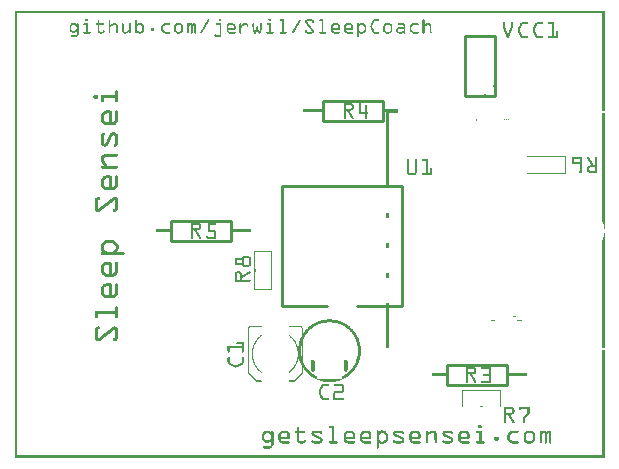
<source format=gto>
G04 MADE WITH FRITZING*
G04 WWW.FRITZING.ORG*
G04 DOUBLE SIDED*
G04 HOLES PLATED*
G04 CONTOUR ON CENTER OF CONTOUR VECTOR*
%ASAXBY*%
%FSLAX23Y23*%
%MOIN*%
%OFA0B0*%
%SFA1.0B1.0*%
%ADD10C,0.010000*%
%ADD11R,0.001000X0.001000*%
%LNSILK1*%
G90*
G70*
G54D10*
X1028Y1190D02*
X1228Y1190D01*
D02*
X1228Y1190D02*
X1228Y1124D01*
D02*
X1228Y1124D02*
X1028Y1124D01*
D02*
X1028Y1124D02*
X1028Y1190D01*
D02*
X1640Y244D02*
X1440Y244D01*
D02*
X1440Y244D02*
X1440Y310D01*
D02*
X1440Y310D02*
X1640Y310D01*
D02*
X1640Y310D02*
X1640Y244D01*
D02*
X719Y724D02*
X519Y724D01*
D02*
X519Y724D02*
X519Y790D01*
D02*
X519Y790D02*
X719Y790D01*
D02*
X719Y790D02*
X719Y724D01*
D02*
X1289Y507D02*
X1289Y907D01*
D02*
X1289Y907D02*
X889Y907D01*
D02*
X889Y907D02*
X889Y507D01*
D02*
X1289Y507D02*
X1139Y507D01*
D02*
X1039Y507D02*
X889Y507D01*
D02*
X1600Y1207D02*
X1600Y1407D01*
D02*
X1600Y1407D02*
X1500Y1407D01*
D02*
X1500Y1407D02*
X1500Y1207D01*
D02*
X1500Y1207D02*
X1600Y1207D01*
G54D11*
X0Y1490D02*
X1965Y1490D01*
X0Y1489D02*
X1965Y1489D01*
X0Y1488D02*
X1965Y1488D01*
X0Y1487D02*
X1965Y1487D01*
X0Y1486D02*
X1965Y1486D01*
X0Y1485D02*
X1965Y1485D01*
X0Y1484D02*
X1965Y1484D01*
X0Y1483D02*
X1965Y1483D01*
X0Y1482D02*
X7Y1482D01*
X1958Y1482D02*
X1965Y1482D01*
X0Y1481D02*
X7Y1481D01*
X1958Y1481D02*
X1965Y1481D01*
X0Y1480D02*
X7Y1480D01*
X1958Y1480D02*
X1965Y1480D01*
X0Y1479D02*
X7Y1479D01*
X1958Y1479D02*
X1965Y1479D01*
X0Y1478D02*
X7Y1478D01*
X1958Y1478D02*
X1965Y1478D01*
X0Y1477D02*
X7Y1477D01*
X1958Y1477D02*
X1965Y1477D01*
X0Y1476D02*
X7Y1476D01*
X1958Y1476D02*
X1965Y1476D01*
X0Y1475D02*
X7Y1475D01*
X1958Y1475D02*
X1965Y1475D01*
X0Y1474D02*
X7Y1474D01*
X1958Y1474D02*
X1965Y1474D01*
X0Y1473D02*
X7Y1473D01*
X1958Y1473D02*
X1965Y1473D01*
X0Y1472D02*
X7Y1472D01*
X1958Y1472D02*
X1965Y1472D01*
X0Y1471D02*
X7Y1471D01*
X1958Y1471D02*
X1965Y1471D01*
X0Y1470D02*
X7Y1470D01*
X1958Y1470D02*
X1965Y1470D01*
X0Y1469D02*
X7Y1469D01*
X1958Y1469D02*
X1965Y1469D01*
X0Y1468D02*
X7Y1468D01*
X1958Y1468D02*
X1965Y1468D01*
X0Y1467D02*
X7Y1467D01*
X1958Y1467D02*
X1965Y1467D01*
X0Y1466D02*
X7Y1466D01*
X1958Y1466D02*
X1965Y1466D01*
X0Y1465D02*
X7Y1465D01*
X1958Y1465D02*
X1965Y1465D01*
X0Y1464D02*
X7Y1464D01*
X236Y1464D02*
X242Y1464D01*
X681Y1464D02*
X687Y1464D01*
X847Y1464D02*
X852Y1464D01*
X1958Y1464D02*
X1965Y1464D01*
X0Y1463D02*
X7Y1463D01*
X235Y1463D02*
X243Y1463D01*
X680Y1463D02*
X688Y1463D01*
X846Y1463D02*
X853Y1463D01*
X1958Y1463D02*
X1965Y1463D01*
X0Y1462D02*
X7Y1462D01*
X235Y1462D02*
X243Y1462D01*
X316Y1462D02*
X316Y1462D01*
X403Y1462D02*
X403Y1462D01*
X645Y1462D02*
X645Y1462D01*
X680Y1462D02*
X688Y1462D01*
X845Y1462D02*
X853Y1462D01*
X885Y1462D02*
X895Y1462D01*
X950Y1462D02*
X950Y1462D01*
X973Y1462D02*
X989Y1462D01*
X1016Y1462D02*
X1026Y1462D01*
X1199Y1462D02*
X1212Y1462D01*
X1362Y1462D02*
X1362Y1462D01*
X1958Y1462D02*
X1965Y1462D01*
X0Y1461D02*
X7Y1461D01*
X235Y1461D02*
X243Y1461D01*
X314Y1461D02*
X318Y1461D01*
X401Y1461D02*
X405Y1461D01*
X643Y1461D02*
X647Y1461D01*
X680Y1461D02*
X688Y1461D01*
X845Y1461D02*
X854Y1461D01*
X884Y1461D02*
X896Y1461D01*
X948Y1461D02*
X952Y1461D01*
X970Y1461D02*
X992Y1461D01*
X1014Y1461D02*
X1027Y1461D01*
X1196Y1461D02*
X1213Y1461D01*
X1360Y1461D02*
X1364Y1461D01*
X1958Y1461D02*
X1965Y1461D01*
X0Y1460D02*
X7Y1460D01*
X235Y1460D02*
X243Y1460D01*
X313Y1460D02*
X318Y1460D01*
X401Y1460D02*
X405Y1460D01*
X643Y1460D02*
X647Y1460D01*
X680Y1460D02*
X688Y1460D01*
X845Y1460D02*
X854Y1460D01*
X883Y1460D02*
X897Y1460D01*
X948Y1460D02*
X953Y1460D01*
X969Y1460D02*
X994Y1460D01*
X1014Y1460D02*
X1028Y1460D01*
X1195Y1460D02*
X1214Y1460D01*
X1360Y1460D02*
X1364Y1460D01*
X1958Y1460D02*
X1965Y1460D01*
X0Y1459D02*
X7Y1459D01*
X235Y1459D02*
X243Y1459D01*
X277Y1459D02*
X280Y1459D01*
X313Y1459D02*
X318Y1459D01*
X401Y1459D02*
X406Y1459D01*
X642Y1459D02*
X648Y1459D01*
X680Y1459D02*
X688Y1459D01*
X845Y1459D02*
X853Y1459D01*
X883Y1459D02*
X897Y1459D01*
X947Y1459D02*
X953Y1459D01*
X968Y1459D02*
X994Y1459D01*
X1014Y1459D02*
X1028Y1459D01*
X1194Y1459D02*
X1214Y1459D01*
X1359Y1459D02*
X1365Y1459D01*
X1958Y1459D02*
X1965Y1459D01*
X0Y1458D02*
X7Y1458D01*
X235Y1458D02*
X243Y1458D01*
X276Y1458D02*
X280Y1458D01*
X313Y1458D02*
X318Y1458D01*
X401Y1458D02*
X406Y1458D01*
X641Y1458D02*
X647Y1458D01*
X680Y1458D02*
X688Y1458D01*
X846Y1458D02*
X853Y1458D01*
X883Y1458D02*
X897Y1458D01*
X946Y1458D02*
X952Y1458D01*
X968Y1458D02*
X995Y1458D01*
X1014Y1458D02*
X1028Y1458D01*
X1193Y1458D02*
X1214Y1458D01*
X1359Y1458D02*
X1365Y1458D01*
X1958Y1458D02*
X1965Y1458D01*
X0Y1457D02*
X7Y1457D01*
X236Y1457D02*
X242Y1457D01*
X276Y1457D02*
X281Y1457D01*
X313Y1457D02*
X318Y1457D01*
X401Y1457D02*
X406Y1457D01*
X641Y1457D02*
X647Y1457D01*
X681Y1457D02*
X687Y1457D01*
X846Y1457D02*
X853Y1457D01*
X884Y1457D02*
X897Y1457D01*
X946Y1457D02*
X952Y1457D01*
X967Y1457D02*
X996Y1457D01*
X1015Y1457D02*
X1028Y1457D01*
X1193Y1457D02*
X1213Y1457D01*
X1359Y1457D02*
X1365Y1457D01*
X1958Y1457D02*
X1965Y1457D01*
X0Y1456D02*
X7Y1456D01*
X238Y1456D02*
X240Y1456D01*
X276Y1456D02*
X281Y1456D01*
X313Y1456D02*
X318Y1456D01*
X401Y1456D02*
X406Y1456D01*
X640Y1456D02*
X646Y1456D01*
X683Y1456D02*
X685Y1456D01*
X848Y1456D02*
X851Y1456D01*
X886Y1456D02*
X897Y1456D01*
X945Y1456D02*
X951Y1456D01*
X967Y1456D02*
X996Y1456D01*
X1017Y1456D02*
X1028Y1456D01*
X1192Y1456D02*
X1211Y1456D01*
X1359Y1456D02*
X1365Y1456D01*
X1958Y1456D02*
X1965Y1456D01*
X0Y1455D02*
X7Y1455D01*
X276Y1455D02*
X281Y1455D01*
X313Y1455D02*
X318Y1455D01*
X401Y1455D02*
X406Y1455D01*
X640Y1455D02*
X646Y1455D01*
X892Y1455D02*
X897Y1455D01*
X945Y1455D02*
X951Y1455D01*
X967Y1455D02*
X972Y1455D01*
X991Y1455D02*
X996Y1455D01*
X1023Y1455D02*
X1028Y1455D01*
X1192Y1455D02*
X1198Y1455D01*
X1359Y1455D02*
X1365Y1455D01*
X1958Y1455D02*
X1965Y1455D01*
X0Y1454D02*
X7Y1454D01*
X276Y1454D02*
X281Y1454D01*
X313Y1454D02*
X318Y1454D01*
X401Y1454D02*
X406Y1454D01*
X639Y1454D02*
X645Y1454D01*
X892Y1454D02*
X897Y1454D01*
X944Y1454D02*
X950Y1454D01*
X967Y1454D02*
X973Y1454D01*
X991Y1454D02*
X996Y1454D01*
X1023Y1454D02*
X1028Y1454D01*
X1191Y1454D02*
X1197Y1454D01*
X1359Y1454D02*
X1365Y1454D01*
X1958Y1454D02*
X1965Y1454D01*
X0Y1453D02*
X7Y1453D01*
X276Y1453D02*
X281Y1453D01*
X313Y1453D02*
X318Y1453D01*
X401Y1453D02*
X406Y1453D01*
X638Y1453D02*
X645Y1453D01*
X892Y1453D02*
X897Y1453D01*
X944Y1453D02*
X950Y1453D01*
X968Y1453D02*
X974Y1453D01*
X991Y1453D02*
X996Y1453D01*
X1023Y1453D02*
X1028Y1453D01*
X1191Y1453D02*
X1197Y1453D01*
X1359Y1453D02*
X1365Y1453D01*
X1629Y1453D02*
X1630Y1453D01*
X1656Y1453D02*
X1658Y1453D01*
X1692Y1453D02*
X1708Y1453D01*
X1742Y1453D02*
X1758Y1453D01*
X1779Y1453D02*
X1796Y1453D01*
X1958Y1453D02*
X1965Y1453D01*
X0Y1452D02*
X7Y1452D01*
X276Y1452D02*
X281Y1452D01*
X313Y1452D02*
X318Y1452D01*
X401Y1452D02*
X406Y1452D01*
X638Y1452D02*
X644Y1452D01*
X892Y1452D02*
X897Y1452D01*
X943Y1452D02*
X949Y1452D01*
X968Y1452D02*
X975Y1452D01*
X992Y1452D02*
X996Y1452D01*
X1023Y1452D02*
X1028Y1452D01*
X1190Y1452D02*
X1196Y1452D01*
X1359Y1452D02*
X1365Y1452D01*
X1627Y1452D02*
X1632Y1452D01*
X1655Y1452D02*
X1659Y1452D01*
X1690Y1452D02*
X1709Y1452D01*
X1740Y1452D02*
X1759Y1452D01*
X1777Y1452D02*
X1796Y1452D01*
X1958Y1452D02*
X1965Y1452D01*
X0Y1451D02*
X7Y1451D01*
X276Y1451D02*
X281Y1451D01*
X313Y1451D02*
X318Y1451D01*
X401Y1451D02*
X406Y1451D01*
X637Y1451D02*
X643Y1451D01*
X892Y1451D02*
X897Y1451D01*
X942Y1451D02*
X948Y1451D01*
X969Y1451D02*
X975Y1451D01*
X993Y1451D02*
X994Y1451D01*
X1023Y1451D02*
X1028Y1451D01*
X1190Y1451D02*
X1196Y1451D01*
X1359Y1451D02*
X1365Y1451D01*
X1627Y1451D02*
X1632Y1451D01*
X1654Y1451D02*
X1660Y1451D01*
X1688Y1451D02*
X1710Y1451D01*
X1738Y1451D02*
X1760Y1451D01*
X1777Y1451D02*
X1796Y1451D01*
X1958Y1451D02*
X1965Y1451D01*
X0Y1450D02*
X7Y1450D01*
X276Y1450D02*
X281Y1450D01*
X313Y1450D02*
X318Y1450D01*
X401Y1450D02*
X406Y1450D01*
X637Y1450D02*
X643Y1450D01*
X892Y1450D02*
X897Y1450D01*
X942Y1450D02*
X948Y1450D01*
X969Y1450D02*
X976Y1450D01*
X1023Y1450D02*
X1028Y1450D01*
X1143Y1450D02*
X1145Y1450D01*
X1153Y1450D02*
X1159Y1450D01*
X1189Y1450D02*
X1195Y1450D01*
X1359Y1450D02*
X1365Y1450D01*
X1627Y1450D02*
X1633Y1450D01*
X1654Y1450D02*
X1660Y1450D01*
X1687Y1450D02*
X1710Y1450D01*
X1737Y1450D02*
X1760Y1450D01*
X1777Y1450D02*
X1796Y1450D01*
X1958Y1450D02*
X1965Y1450D01*
X0Y1449D02*
X7Y1449D01*
X192Y1449D02*
X199Y1449D01*
X208Y1449D02*
X210Y1449D01*
X231Y1449D02*
X241Y1449D01*
X272Y1449D02*
X294Y1449D01*
X313Y1449D02*
X318Y1449D01*
X328Y1449D02*
X335Y1449D01*
X359Y1449D02*
X360Y1449D01*
X383Y1449D02*
X384Y1449D01*
X401Y1449D02*
X406Y1449D01*
X413Y1449D02*
X421Y1449D01*
X500Y1449D02*
X515Y1449D01*
X540Y1449D02*
X551Y1449D01*
X576Y1449D02*
X578Y1449D01*
X584Y1449D02*
X587Y1449D01*
X596Y1449D02*
X597Y1449D01*
X636Y1449D02*
X642Y1449D01*
X673Y1449D02*
X686Y1449D01*
X715Y1449D02*
X726Y1449D01*
X751Y1449D02*
X752Y1449D01*
X763Y1449D02*
X772Y1449D01*
X794Y1449D02*
X795Y1449D01*
X819Y1449D02*
X821Y1449D01*
X841Y1449D02*
X852Y1449D01*
X892Y1449D02*
X897Y1449D01*
X941Y1449D02*
X947Y1449D01*
X970Y1449D02*
X977Y1449D01*
X1023Y1449D02*
X1028Y1449D01*
X1063Y1449D02*
X1074Y1449D01*
X1107Y1449D02*
X1118Y1449D01*
X1142Y1449D02*
X1146Y1449D01*
X1151Y1449D02*
X1161Y1449D01*
X1189Y1449D02*
X1195Y1449D01*
X1238Y1449D02*
X1249Y1449D01*
X1280Y1449D02*
X1294Y1449D01*
X1328Y1449D02*
X1343Y1449D01*
X1359Y1449D02*
X1365Y1449D01*
X1374Y1449D02*
X1381Y1449D01*
X1627Y1449D02*
X1633Y1449D01*
X1654Y1449D02*
X1660Y1449D01*
X1686Y1449D02*
X1710Y1449D01*
X1736Y1449D02*
X1760Y1449D01*
X1777Y1449D02*
X1796Y1449D01*
X1958Y1449D02*
X1965Y1449D01*
X0Y1448D02*
X7Y1448D01*
X189Y1448D02*
X202Y1448D01*
X207Y1448D02*
X211Y1448D01*
X230Y1448D02*
X243Y1448D01*
X270Y1448D02*
X295Y1448D01*
X313Y1448D02*
X318Y1448D01*
X326Y1448D02*
X337Y1448D01*
X358Y1448D02*
X361Y1448D01*
X382Y1448D02*
X385Y1448D01*
X401Y1448D02*
X406Y1448D01*
X410Y1448D02*
X423Y1448D01*
X497Y1448D02*
X516Y1448D01*
X538Y1448D02*
X554Y1448D01*
X575Y1448D02*
X579Y1448D01*
X581Y1448D02*
X589Y1448D01*
X593Y1448D02*
X600Y1448D01*
X635Y1448D02*
X642Y1448D01*
X672Y1448D02*
X688Y1448D01*
X712Y1448D02*
X728Y1448D01*
X750Y1448D02*
X754Y1448D01*
X762Y1448D02*
X774Y1448D01*
X793Y1448D02*
X797Y1448D01*
X818Y1448D02*
X822Y1448D01*
X840Y1448D02*
X853Y1448D01*
X892Y1448D02*
X897Y1448D01*
X941Y1448D02*
X947Y1448D01*
X971Y1448D02*
X978Y1448D01*
X1023Y1448D02*
X1028Y1448D01*
X1061Y1448D02*
X1077Y1448D01*
X1105Y1448D02*
X1120Y1448D01*
X1142Y1448D02*
X1147Y1448D01*
X1150Y1448D02*
X1163Y1448D01*
X1188Y1448D02*
X1194Y1448D01*
X1235Y1448D02*
X1251Y1448D01*
X1279Y1448D02*
X1296Y1448D01*
X1325Y1448D02*
X1344Y1448D01*
X1359Y1448D02*
X1365Y1448D01*
X1372Y1448D02*
X1383Y1448D01*
X1627Y1448D02*
X1633Y1448D01*
X1654Y1448D02*
X1660Y1448D01*
X1685Y1448D02*
X1710Y1448D01*
X1735Y1448D02*
X1760Y1448D01*
X1777Y1448D02*
X1796Y1448D01*
X1958Y1448D02*
X1965Y1448D01*
X0Y1447D02*
X7Y1447D01*
X188Y1447D02*
X203Y1447D01*
X207Y1447D02*
X212Y1447D01*
X229Y1447D02*
X243Y1447D01*
X270Y1447D02*
X296Y1447D01*
X313Y1447D02*
X318Y1447D01*
X324Y1447D02*
X339Y1447D01*
X357Y1447D02*
X362Y1447D01*
X381Y1447D02*
X386Y1447D01*
X401Y1447D02*
X406Y1447D01*
X409Y1447D02*
X424Y1447D01*
X496Y1447D02*
X517Y1447D01*
X537Y1447D02*
X555Y1447D01*
X574Y1447D02*
X590Y1447D01*
X592Y1447D02*
X601Y1447D01*
X635Y1447D02*
X641Y1447D01*
X671Y1447D02*
X688Y1447D01*
X711Y1447D02*
X729Y1447D01*
X749Y1447D02*
X754Y1447D01*
X760Y1447D02*
X775Y1447D01*
X792Y1447D02*
X797Y1447D01*
X818Y1447D02*
X822Y1447D01*
X839Y1447D02*
X853Y1447D01*
X892Y1447D02*
X897Y1447D01*
X940Y1447D02*
X946Y1447D01*
X972Y1447D02*
X978Y1447D01*
X1023Y1447D02*
X1028Y1447D01*
X1060Y1447D02*
X1078Y1447D01*
X1103Y1447D02*
X1122Y1447D01*
X1142Y1447D02*
X1147Y1447D01*
X1149Y1447D02*
X1164Y1447D01*
X1188Y1447D02*
X1194Y1447D01*
X1234Y1447D02*
X1252Y1447D01*
X1278Y1447D02*
X1298Y1447D01*
X1324Y1447D02*
X1345Y1447D01*
X1359Y1447D02*
X1365Y1447D01*
X1370Y1447D02*
X1385Y1447D01*
X1627Y1447D02*
X1633Y1447D01*
X1654Y1447D02*
X1660Y1447D01*
X1685Y1447D02*
X1709Y1447D01*
X1735Y1447D02*
X1759Y1447D01*
X1778Y1447D02*
X1796Y1447D01*
X1958Y1447D02*
X1965Y1447D01*
X0Y1446D02*
X7Y1446D01*
X187Y1446D02*
X205Y1446D01*
X207Y1446D02*
X212Y1446D01*
X229Y1446D02*
X243Y1446D01*
X270Y1446D02*
X296Y1446D01*
X313Y1446D02*
X318Y1446D01*
X322Y1446D02*
X340Y1446D01*
X357Y1446D02*
X362Y1446D01*
X381Y1446D02*
X386Y1446D01*
X401Y1446D02*
X426Y1446D01*
X494Y1446D02*
X517Y1446D01*
X535Y1446D02*
X556Y1446D01*
X574Y1446D02*
X602Y1446D01*
X634Y1446D02*
X640Y1446D01*
X671Y1446D02*
X688Y1446D01*
X710Y1446D02*
X731Y1446D01*
X749Y1446D02*
X754Y1446D01*
X759Y1446D02*
X776Y1446D01*
X792Y1446D02*
X797Y1446D01*
X817Y1446D02*
X823Y1446D01*
X839Y1446D02*
X854Y1446D01*
X892Y1446D02*
X897Y1446D01*
X939Y1446D02*
X946Y1446D01*
X972Y1446D02*
X979Y1446D01*
X1023Y1446D02*
X1028Y1446D01*
X1058Y1446D02*
X1079Y1446D01*
X1102Y1446D02*
X1123Y1446D01*
X1142Y1446D02*
X1165Y1446D01*
X1187Y1446D02*
X1193Y1446D01*
X1233Y1446D02*
X1254Y1446D01*
X1278Y1446D02*
X1299Y1446D01*
X1323Y1446D02*
X1345Y1446D01*
X1359Y1446D02*
X1365Y1446D01*
X1369Y1446D02*
X1386Y1446D01*
X1627Y1446D02*
X1633Y1446D01*
X1654Y1446D02*
X1660Y1446D01*
X1685Y1446D02*
X1692Y1446D01*
X1734Y1446D02*
X1742Y1446D01*
X1790Y1446D02*
X1796Y1446D01*
X1958Y1446D02*
X1965Y1446D01*
X0Y1445D02*
X7Y1445D01*
X186Y1445D02*
X212Y1445D01*
X229Y1445D02*
X243Y1445D01*
X270Y1445D02*
X296Y1445D01*
X313Y1445D02*
X318Y1445D01*
X321Y1445D02*
X340Y1445D01*
X357Y1445D02*
X362Y1445D01*
X381Y1445D02*
X386Y1445D01*
X401Y1445D02*
X427Y1445D01*
X493Y1445D02*
X517Y1445D01*
X534Y1445D02*
X557Y1445D01*
X574Y1445D02*
X603Y1445D01*
X634Y1445D02*
X640Y1445D01*
X671Y1445D02*
X688Y1445D01*
X709Y1445D02*
X732Y1445D01*
X749Y1445D02*
X754Y1445D01*
X758Y1445D02*
X777Y1445D01*
X792Y1445D02*
X797Y1445D01*
X817Y1445D02*
X823Y1445D01*
X840Y1445D02*
X854Y1445D01*
X892Y1445D02*
X897Y1445D01*
X939Y1445D02*
X945Y1445D01*
X973Y1445D02*
X980Y1445D01*
X1023Y1445D02*
X1028Y1445D01*
X1057Y1445D02*
X1081Y1445D01*
X1101Y1445D02*
X1124Y1445D01*
X1142Y1445D02*
X1166Y1445D01*
X1187Y1445D02*
X1193Y1445D01*
X1232Y1445D02*
X1255Y1445D01*
X1279Y1445D02*
X1299Y1445D01*
X1322Y1445D02*
X1345Y1445D01*
X1359Y1445D02*
X1365Y1445D01*
X1367Y1445D02*
X1386Y1445D01*
X1627Y1445D02*
X1633Y1445D01*
X1654Y1445D02*
X1660Y1445D01*
X1684Y1445D02*
X1691Y1445D01*
X1734Y1445D02*
X1741Y1445D01*
X1790Y1445D02*
X1796Y1445D01*
X1958Y1445D02*
X1965Y1445D01*
X0Y1444D02*
X7Y1444D01*
X185Y1444D02*
X212Y1444D01*
X230Y1444D02*
X243Y1444D01*
X271Y1444D02*
X295Y1444D01*
X313Y1444D02*
X341Y1444D01*
X357Y1444D02*
X362Y1444D01*
X381Y1444D02*
X386Y1444D01*
X401Y1444D02*
X428Y1444D01*
X492Y1444D02*
X516Y1444D01*
X533Y1444D02*
X558Y1444D01*
X574Y1444D02*
X603Y1444D01*
X633Y1444D02*
X639Y1444D01*
X672Y1444D02*
X688Y1444D01*
X708Y1444D02*
X733Y1444D01*
X749Y1444D02*
X754Y1444D01*
X757Y1444D02*
X778Y1444D01*
X792Y1444D02*
X797Y1444D01*
X817Y1444D02*
X822Y1444D01*
X840Y1444D02*
X854Y1444D01*
X892Y1444D02*
X897Y1444D01*
X938Y1444D02*
X944Y1444D01*
X974Y1444D02*
X981Y1444D01*
X1023Y1444D02*
X1028Y1444D01*
X1056Y1444D02*
X1081Y1444D01*
X1100Y1444D02*
X1125Y1444D01*
X1142Y1444D02*
X1153Y1444D01*
X1159Y1444D02*
X1167Y1444D01*
X1186Y1444D02*
X1192Y1444D01*
X1231Y1444D02*
X1256Y1444D01*
X1279Y1444D02*
X1300Y1444D01*
X1321Y1444D02*
X1344Y1444D01*
X1359Y1444D02*
X1387Y1444D01*
X1627Y1444D02*
X1633Y1444D01*
X1654Y1444D02*
X1660Y1444D01*
X1684Y1444D02*
X1690Y1444D01*
X1733Y1444D02*
X1740Y1444D01*
X1790Y1444D02*
X1796Y1444D01*
X1958Y1444D02*
X1965Y1444D01*
X0Y1443D02*
X7Y1443D01*
X184Y1443D02*
X192Y1443D01*
X199Y1443D02*
X212Y1443D01*
X238Y1443D02*
X243Y1443D01*
X275Y1443D02*
X281Y1443D01*
X313Y1443D02*
X328Y1443D01*
X334Y1443D02*
X341Y1443D01*
X357Y1443D02*
X362Y1443D01*
X381Y1443D02*
X386Y1443D01*
X401Y1443D02*
X413Y1443D01*
X420Y1443D02*
X428Y1443D01*
X491Y1443D02*
X500Y1443D01*
X533Y1443D02*
X541Y1443D01*
X551Y1443D02*
X559Y1443D01*
X574Y1443D02*
X584Y1443D01*
X586Y1443D02*
X596Y1443D01*
X598Y1443D02*
X603Y1443D01*
X633Y1443D02*
X639Y1443D01*
X683Y1443D02*
X688Y1443D01*
X707Y1443D02*
X715Y1443D01*
X725Y1443D02*
X733Y1443D01*
X749Y1443D02*
X764Y1443D01*
X771Y1443D02*
X778Y1443D01*
X792Y1443D02*
X797Y1443D01*
X817Y1443D02*
X822Y1443D01*
X848Y1443D02*
X854Y1443D01*
X892Y1443D02*
X897Y1443D01*
X938Y1443D02*
X944Y1443D01*
X975Y1443D02*
X982Y1443D01*
X1023Y1443D02*
X1028Y1443D01*
X1056Y1443D02*
X1064Y1443D01*
X1074Y1443D02*
X1082Y1443D01*
X1099Y1443D02*
X1107Y1443D01*
X1118Y1443D02*
X1126Y1443D01*
X1142Y1443D02*
X1152Y1443D01*
X1160Y1443D02*
X1168Y1443D01*
X1186Y1443D02*
X1192Y1443D01*
X1230Y1443D02*
X1238Y1443D01*
X1248Y1443D02*
X1257Y1443D01*
X1294Y1443D02*
X1300Y1443D01*
X1319Y1443D02*
X1328Y1443D01*
X1359Y1443D02*
X1374Y1443D01*
X1381Y1443D02*
X1387Y1443D01*
X1627Y1443D02*
X1633Y1443D01*
X1654Y1443D02*
X1660Y1443D01*
X1683Y1443D02*
X1690Y1443D01*
X1733Y1443D02*
X1740Y1443D01*
X1790Y1443D02*
X1796Y1443D01*
X1958Y1443D02*
X1965Y1443D01*
X0Y1442D02*
X7Y1442D01*
X183Y1442D02*
X190Y1442D01*
X201Y1442D02*
X212Y1442D01*
X238Y1442D02*
X243Y1442D01*
X276Y1442D02*
X281Y1442D01*
X313Y1442D02*
X327Y1442D01*
X336Y1442D02*
X342Y1442D01*
X357Y1442D02*
X362Y1442D01*
X381Y1442D02*
X386Y1442D01*
X401Y1442D02*
X411Y1442D01*
X422Y1442D02*
X429Y1442D01*
X490Y1442D02*
X499Y1442D01*
X532Y1442D02*
X539Y1442D01*
X553Y1442D02*
X560Y1442D01*
X574Y1442D02*
X583Y1442D01*
X587Y1442D02*
X595Y1442D01*
X598Y1442D02*
X604Y1442D01*
X632Y1442D02*
X638Y1442D01*
X683Y1442D02*
X688Y1442D01*
X706Y1442D02*
X713Y1442D01*
X727Y1442D02*
X734Y1442D01*
X749Y1442D02*
X763Y1442D01*
X773Y1442D02*
X778Y1442D01*
X792Y1442D02*
X797Y1442D01*
X817Y1442D02*
X822Y1442D01*
X848Y1442D02*
X854Y1442D01*
X892Y1442D02*
X897Y1442D01*
X937Y1442D02*
X943Y1442D01*
X975Y1442D02*
X982Y1442D01*
X1023Y1442D02*
X1028Y1442D01*
X1055Y1442D02*
X1062Y1442D01*
X1076Y1442D02*
X1083Y1442D01*
X1099Y1442D02*
X1106Y1442D01*
X1120Y1442D02*
X1126Y1442D01*
X1142Y1442D02*
X1151Y1442D01*
X1161Y1442D02*
X1169Y1442D01*
X1186Y1442D02*
X1191Y1442D01*
X1230Y1442D02*
X1236Y1442D01*
X1250Y1442D02*
X1257Y1442D01*
X1295Y1442D02*
X1300Y1442D01*
X1318Y1442D02*
X1327Y1442D01*
X1359Y1442D02*
X1373Y1442D01*
X1382Y1442D02*
X1388Y1442D01*
X1627Y1442D02*
X1633Y1442D01*
X1654Y1442D02*
X1660Y1442D01*
X1683Y1442D02*
X1689Y1442D01*
X1732Y1442D02*
X1739Y1442D01*
X1790Y1442D02*
X1796Y1442D01*
X1958Y1442D02*
X1965Y1442D01*
X0Y1441D02*
X7Y1441D01*
X183Y1441D02*
X189Y1441D01*
X202Y1441D02*
X212Y1441D01*
X238Y1441D02*
X243Y1441D01*
X276Y1441D02*
X281Y1441D01*
X313Y1441D02*
X325Y1441D01*
X336Y1441D02*
X342Y1441D01*
X357Y1441D02*
X362Y1441D01*
X381Y1441D02*
X386Y1441D01*
X401Y1441D02*
X410Y1441D01*
X423Y1441D02*
X429Y1441D01*
X489Y1441D02*
X497Y1441D01*
X532Y1441D02*
X538Y1441D01*
X554Y1441D02*
X560Y1441D01*
X574Y1441D02*
X582Y1441D01*
X587Y1441D02*
X594Y1441D01*
X599Y1441D02*
X604Y1441D01*
X631Y1441D02*
X638Y1441D01*
X683Y1441D02*
X688Y1441D01*
X706Y1441D02*
X712Y1441D01*
X728Y1441D02*
X734Y1441D01*
X749Y1441D02*
X762Y1441D01*
X773Y1441D02*
X778Y1441D01*
X792Y1441D02*
X797Y1441D01*
X817Y1441D02*
X822Y1441D01*
X848Y1441D02*
X854Y1441D01*
X892Y1441D02*
X897Y1441D01*
X937Y1441D02*
X943Y1441D01*
X976Y1441D02*
X983Y1441D01*
X1023Y1441D02*
X1028Y1441D01*
X1055Y1441D02*
X1061Y1441D01*
X1077Y1441D02*
X1083Y1441D01*
X1098Y1441D02*
X1105Y1441D01*
X1121Y1441D02*
X1127Y1441D01*
X1142Y1441D02*
X1150Y1441D01*
X1162Y1441D02*
X1170Y1441D01*
X1185Y1441D02*
X1191Y1441D01*
X1229Y1441D02*
X1235Y1441D01*
X1251Y1441D02*
X1257Y1441D01*
X1295Y1441D02*
X1301Y1441D01*
X1318Y1441D02*
X1326Y1441D01*
X1359Y1441D02*
X1371Y1441D01*
X1383Y1441D02*
X1388Y1441D01*
X1627Y1441D02*
X1633Y1441D01*
X1654Y1441D02*
X1660Y1441D01*
X1682Y1441D02*
X1689Y1441D01*
X1732Y1441D02*
X1739Y1441D01*
X1790Y1441D02*
X1796Y1441D01*
X1958Y1441D02*
X1965Y1441D01*
X0Y1440D02*
X7Y1440D01*
X183Y1440D02*
X188Y1440D01*
X203Y1440D02*
X212Y1440D01*
X238Y1440D02*
X243Y1440D01*
X276Y1440D02*
X281Y1440D01*
X313Y1440D02*
X323Y1440D01*
X337Y1440D02*
X342Y1440D01*
X357Y1440D02*
X362Y1440D01*
X381Y1440D02*
X386Y1440D01*
X401Y1440D02*
X409Y1440D01*
X424Y1440D02*
X430Y1440D01*
X489Y1440D02*
X496Y1440D01*
X531Y1440D02*
X537Y1440D01*
X555Y1440D02*
X560Y1440D01*
X574Y1440D02*
X580Y1440D01*
X587Y1440D02*
X592Y1440D01*
X599Y1440D02*
X604Y1440D01*
X631Y1440D02*
X637Y1440D01*
X683Y1440D02*
X688Y1440D01*
X706Y1440D02*
X711Y1440D01*
X729Y1440D02*
X735Y1440D01*
X749Y1440D02*
X761Y1440D01*
X773Y1440D02*
X778Y1440D01*
X792Y1440D02*
X797Y1440D01*
X817Y1440D02*
X822Y1440D01*
X848Y1440D02*
X854Y1440D01*
X892Y1440D02*
X897Y1440D01*
X936Y1440D02*
X942Y1440D01*
X977Y1440D02*
X984Y1440D01*
X1023Y1440D02*
X1028Y1440D01*
X1055Y1440D02*
X1060Y1440D01*
X1078Y1440D02*
X1083Y1440D01*
X1098Y1440D02*
X1104Y1440D01*
X1121Y1440D02*
X1127Y1440D01*
X1142Y1440D02*
X1149Y1440D01*
X1164Y1440D02*
X1170Y1440D01*
X1185Y1440D02*
X1190Y1440D01*
X1229Y1440D02*
X1234Y1440D01*
X1252Y1440D02*
X1258Y1440D01*
X1295Y1440D02*
X1301Y1440D01*
X1317Y1440D02*
X1324Y1440D01*
X1359Y1440D02*
X1370Y1440D01*
X1383Y1440D02*
X1388Y1440D01*
X1627Y1440D02*
X1633Y1440D01*
X1654Y1440D02*
X1660Y1440D01*
X1682Y1440D02*
X1688Y1440D01*
X1732Y1440D02*
X1738Y1440D01*
X1790Y1440D02*
X1796Y1440D01*
X1958Y1440D02*
X1965Y1440D01*
X0Y1439D02*
X7Y1439D01*
X183Y1439D02*
X188Y1439D01*
X204Y1439D02*
X212Y1439D01*
X238Y1439D02*
X243Y1439D01*
X276Y1439D02*
X281Y1439D01*
X313Y1439D02*
X322Y1439D01*
X337Y1439D02*
X342Y1439D01*
X357Y1439D02*
X362Y1439D01*
X381Y1439D02*
X386Y1439D01*
X401Y1439D02*
X408Y1439D01*
X424Y1439D02*
X430Y1439D01*
X488Y1439D02*
X495Y1439D01*
X531Y1439D02*
X536Y1439D01*
X555Y1439D02*
X560Y1439D01*
X574Y1439D02*
X580Y1439D01*
X587Y1439D02*
X592Y1439D01*
X599Y1439D02*
X604Y1439D01*
X630Y1439D02*
X636Y1439D01*
X683Y1439D02*
X688Y1439D01*
X706Y1439D02*
X711Y1439D01*
X730Y1439D02*
X735Y1439D01*
X749Y1439D02*
X760Y1439D01*
X773Y1439D02*
X778Y1439D01*
X792Y1439D02*
X798Y1439D01*
X817Y1439D02*
X822Y1439D01*
X848Y1439D02*
X854Y1439D01*
X892Y1439D02*
X897Y1439D01*
X935Y1439D02*
X941Y1439D01*
X978Y1439D02*
X985Y1439D01*
X1023Y1439D02*
X1028Y1439D01*
X1054Y1439D02*
X1060Y1439D01*
X1078Y1439D02*
X1083Y1439D01*
X1098Y1439D02*
X1103Y1439D01*
X1122Y1439D02*
X1127Y1439D01*
X1142Y1439D02*
X1148Y1439D01*
X1165Y1439D02*
X1170Y1439D01*
X1185Y1439D02*
X1190Y1439D01*
X1229Y1439D02*
X1234Y1439D01*
X1253Y1439D02*
X1258Y1439D01*
X1296Y1439D02*
X1301Y1439D01*
X1316Y1439D02*
X1323Y1439D01*
X1359Y1439D02*
X1368Y1439D01*
X1383Y1439D02*
X1388Y1439D01*
X1627Y1439D02*
X1633Y1439D01*
X1654Y1439D02*
X1660Y1439D01*
X1681Y1439D02*
X1688Y1439D01*
X1731Y1439D02*
X1738Y1439D01*
X1790Y1439D02*
X1796Y1439D01*
X1958Y1439D02*
X1965Y1439D01*
X0Y1438D02*
X7Y1438D01*
X183Y1438D02*
X188Y1438D01*
X205Y1438D02*
X212Y1438D01*
X238Y1438D02*
X243Y1438D01*
X276Y1438D02*
X281Y1438D01*
X313Y1438D02*
X320Y1438D01*
X337Y1438D02*
X342Y1438D01*
X357Y1438D02*
X362Y1438D01*
X381Y1438D02*
X386Y1438D01*
X401Y1438D02*
X407Y1438D01*
X425Y1438D02*
X430Y1438D01*
X488Y1438D02*
X494Y1438D01*
X531Y1438D02*
X536Y1438D01*
X555Y1438D02*
X560Y1438D01*
X574Y1438D02*
X580Y1438D01*
X587Y1438D02*
X592Y1438D01*
X599Y1438D02*
X604Y1438D01*
X630Y1438D02*
X636Y1438D01*
X683Y1438D02*
X688Y1438D01*
X706Y1438D02*
X711Y1438D01*
X730Y1438D02*
X735Y1438D01*
X749Y1438D02*
X758Y1438D01*
X773Y1438D02*
X778Y1438D01*
X792Y1438D02*
X798Y1438D01*
X806Y1438D02*
X809Y1438D01*
X817Y1438D02*
X822Y1438D01*
X848Y1438D02*
X854Y1438D01*
X892Y1438D02*
X897Y1438D01*
X935Y1438D02*
X941Y1438D01*
X979Y1438D02*
X985Y1438D01*
X1023Y1438D02*
X1028Y1438D01*
X1054Y1438D02*
X1059Y1438D01*
X1078Y1438D02*
X1083Y1438D01*
X1098Y1438D02*
X1103Y1438D01*
X1122Y1438D02*
X1127Y1438D01*
X1142Y1438D02*
X1147Y1438D01*
X1165Y1438D02*
X1171Y1438D01*
X1185Y1438D02*
X1190Y1438D01*
X1229Y1438D02*
X1234Y1438D01*
X1253Y1438D02*
X1258Y1438D01*
X1296Y1438D02*
X1301Y1438D01*
X1316Y1438D02*
X1322Y1438D01*
X1359Y1438D02*
X1366Y1438D01*
X1383Y1438D02*
X1388Y1438D01*
X1627Y1438D02*
X1633Y1438D01*
X1654Y1438D02*
X1660Y1438D01*
X1681Y1438D02*
X1687Y1438D01*
X1731Y1438D02*
X1737Y1438D01*
X1790Y1438D02*
X1796Y1438D01*
X1958Y1438D02*
X1965Y1438D01*
X0Y1437D02*
X7Y1437D01*
X183Y1437D02*
X188Y1437D01*
X206Y1437D02*
X212Y1437D01*
X238Y1437D02*
X243Y1437D01*
X276Y1437D02*
X281Y1437D01*
X313Y1437D02*
X319Y1437D01*
X337Y1437D02*
X342Y1437D01*
X357Y1437D02*
X362Y1437D01*
X381Y1437D02*
X386Y1437D01*
X401Y1437D02*
X406Y1437D01*
X425Y1437D02*
X430Y1437D01*
X488Y1437D02*
X493Y1437D01*
X531Y1437D02*
X536Y1437D01*
X555Y1437D02*
X560Y1437D01*
X574Y1437D02*
X580Y1437D01*
X587Y1437D02*
X592Y1437D01*
X599Y1437D02*
X604Y1437D01*
X629Y1437D02*
X635Y1437D01*
X683Y1437D02*
X688Y1437D01*
X706Y1437D02*
X711Y1437D01*
X730Y1437D02*
X735Y1437D01*
X749Y1437D02*
X757Y1437D01*
X774Y1437D02*
X778Y1437D01*
X792Y1437D02*
X798Y1437D01*
X805Y1437D02*
X810Y1437D01*
X817Y1437D02*
X822Y1437D01*
X848Y1437D02*
X854Y1437D01*
X892Y1437D02*
X897Y1437D01*
X934Y1437D02*
X940Y1437D01*
X979Y1437D02*
X986Y1437D01*
X1023Y1437D02*
X1028Y1437D01*
X1054Y1437D02*
X1059Y1437D01*
X1078Y1437D02*
X1083Y1437D01*
X1098Y1437D02*
X1103Y1437D01*
X1122Y1437D02*
X1127Y1437D01*
X1142Y1437D02*
X1147Y1437D01*
X1166Y1437D02*
X1171Y1437D01*
X1185Y1437D02*
X1190Y1437D01*
X1229Y1437D02*
X1234Y1437D01*
X1253Y1437D02*
X1258Y1437D01*
X1296Y1437D02*
X1301Y1437D01*
X1316Y1437D02*
X1321Y1437D01*
X1359Y1437D02*
X1365Y1437D01*
X1383Y1437D02*
X1388Y1437D01*
X1627Y1437D02*
X1633Y1437D01*
X1654Y1437D02*
X1660Y1437D01*
X1680Y1437D02*
X1687Y1437D01*
X1730Y1437D02*
X1737Y1437D01*
X1790Y1437D02*
X1796Y1437D01*
X1958Y1437D02*
X1965Y1437D01*
X0Y1436D02*
X7Y1436D01*
X183Y1436D02*
X188Y1436D01*
X207Y1436D02*
X212Y1436D01*
X238Y1436D02*
X243Y1436D01*
X276Y1436D02*
X281Y1436D01*
X313Y1436D02*
X318Y1436D01*
X337Y1436D02*
X342Y1436D01*
X357Y1436D02*
X362Y1436D01*
X381Y1436D02*
X386Y1436D01*
X401Y1436D02*
X406Y1436D01*
X425Y1436D02*
X430Y1436D01*
X488Y1436D02*
X493Y1436D01*
X531Y1436D02*
X536Y1436D01*
X555Y1436D02*
X560Y1436D01*
X574Y1436D02*
X580Y1436D01*
X587Y1436D02*
X592Y1436D01*
X599Y1436D02*
X604Y1436D01*
X628Y1436D02*
X635Y1436D01*
X683Y1436D02*
X688Y1436D01*
X706Y1436D02*
X711Y1436D01*
X730Y1436D02*
X735Y1436D01*
X749Y1436D02*
X756Y1436D01*
X775Y1436D02*
X777Y1436D01*
X792Y1436D02*
X798Y1436D01*
X805Y1436D02*
X810Y1436D01*
X817Y1436D02*
X822Y1436D01*
X848Y1436D02*
X854Y1436D01*
X892Y1436D02*
X897Y1436D01*
X934Y1436D02*
X940Y1436D01*
X980Y1436D02*
X987Y1436D01*
X1023Y1436D02*
X1028Y1436D01*
X1054Y1436D02*
X1059Y1436D01*
X1078Y1436D02*
X1083Y1436D01*
X1098Y1436D02*
X1103Y1436D01*
X1122Y1436D02*
X1127Y1436D01*
X1142Y1436D02*
X1147Y1436D01*
X1166Y1436D02*
X1171Y1436D01*
X1185Y1436D02*
X1191Y1436D01*
X1229Y1436D02*
X1234Y1436D01*
X1253Y1436D02*
X1258Y1436D01*
X1278Y1436D02*
X1301Y1436D01*
X1316Y1436D02*
X1321Y1436D01*
X1359Y1436D02*
X1365Y1436D01*
X1383Y1436D02*
X1388Y1436D01*
X1627Y1436D02*
X1634Y1436D01*
X1653Y1436D02*
X1660Y1436D01*
X1680Y1436D02*
X1686Y1436D01*
X1730Y1436D02*
X1736Y1436D01*
X1790Y1436D02*
X1796Y1436D01*
X1958Y1436D02*
X1965Y1436D01*
X0Y1435D02*
X7Y1435D01*
X183Y1435D02*
X188Y1435D01*
X207Y1435D02*
X212Y1435D01*
X238Y1435D02*
X243Y1435D01*
X276Y1435D02*
X281Y1435D01*
X313Y1435D02*
X318Y1435D01*
X337Y1435D02*
X342Y1435D01*
X357Y1435D02*
X362Y1435D01*
X381Y1435D02*
X386Y1435D01*
X401Y1435D02*
X406Y1435D01*
X425Y1435D02*
X430Y1435D01*
X488Y1435D02*
X493Y1435D01*
X531Y1435D02*
X536Y1435D01*
X555Y1435D02*
X560Y1435D01*
X574Y1435D02*
X580Y1435D01*
X587Y1435D02*
X592Y1435D01*
X599Y1435D02*
X604Y1435D01*
X628Y1435D02*
X634Y1435D01*
X683Y1435D02*
X688Y1435D01*
X706Y1435D02*
X711Y1435D01*
X730Y1435D02*
X735Y1435D01*
X749Y1435D02*
X755Y1435D01*
X793Y1435D02*
X798Y1435D01*
X805Y1435D02*
X810Y1435D01*
X817Y1435D02*
X822Y1435D01*
X848Y1435D02*
X854Y1435D01*
X892Y1435D02*
X897Y1435D01*
X933Y1435D02*
X939Y1435D01*
X981Y1435D02*
X988Y1435D01*
X1023Y1435D02*
X1028Y1435D01*
X1054Y1435D02*
X1059Y1435D01*
X1078Y1435D02*
X1083Y1435D01*
X1098Y1435D02*
X1103Y1435D01*
X1122Y1435D02*
X1127Y1435D01*
X1142Y1435D02*
X1147Y1435D01*
X1166Y1435D02*
X1171Y1435D01*
X1186Y1435D02*
X1191Y1435D01*
X1229Y1435D02*
X1234Y1435D01*
X1253Y1435D02*
X1258Y1435D01*
X1276Y1435D02*
X1301Y1435D01*
X1316Y1435D02*
X1321Y1435D01*
X1359Y1435D02*
X1365Y1435D01*
X1383Y1435D02*
X1388Y1435D01*
X1627Y1435D02*
X1634Y1435D01*
X1653Y1435D02*
X1659Y1435D01*
X1679Y1435D02*
X1686Y1435D01*
X1729Y1435D02*
X1736Y1435D01*
X1790Y1435D02*
X1796Y1435D01*
X1958Y1435D02*
X1965Y1435D01*
X0Y1434D02*
X7Y1434D01*
X183Y1434D02*
X188Y1434D01*
X207Y1434D02*
X212Y1434D01*
X238Y1434D02*
X243Y1434D01*
X276Y1434D02*
X281Y1434D01*
X313Y1434D02*
X318Y1434D01*
X337Y1434D02*
X342Y1434D01*
X357Y1434D02*
X362Y1434D01*
X381Y1434D02*
X386Y1434D01*
X401Y1434D02*
X406Y1434D01*
X425Y1434D02*
X430Y1434D01*
X488Y1434D02*
X493Y1434D01*
X531Y1434D02*
X536Y1434D01*
X555Y1434D02*
X560Y1434D01*
X574Y1434D02*
X580Y1434D01*
X587Y1434D02*
X592Y1434D01*
X599Y1434D02*
X604Y1434D01*
X627Y1434D02*
X633Y1434D01*
X683Y1434D02*
X688Y1434D01*
X706Y1434D02*
X711Y1434D01*
X729Y1434D02*
X735Y1434D01*
X749Y1434D02*
X754Y1434D01*
X793Y1434D02*
X798Y1434D01*
X805Y1434D02*
X810Y1434D01*
X817Y1434D02*
X822Y1434D01*
X848Y1434D02*
X854Y1434D01*
X892Y1434D02*
X897Y1434D01*
X932Y1434D02*
X939Y1434D01*
X982Y1434D02*
X989Y1434D01*
X1023Y1434D02*
X1028Y1434D01*
X1054Y1434D02*
X1060Y1434D01*
X1078Y1434D02*
X1083Y1434D01*
X1098Y1434D02*
X1103Y1434D01*
X1122Y1434D02*
X1127Y1434D01*
X1142Y1434D02*
X1147Y1434D01*
X1166Y1434D02*
X1171Y1434D01*
X1186Y1434D02*
X1191Y1434D01*
X1229Y1434D02*
X1234Y1434D01*
X1253Y1434D02*
X1258Y1434D01*
X1275Y1434D02*
X1301Y1434D01*
X1316Y1434D02*
X1321Y1434D01*
X1359Y1434D02*
X1365Y1434D01*
X1383Y1434D02*
X1388Y1434D01*
X1628Y1434D02*
X1634Y1434D01*
X1652Y1434D02*
X1659Y1434D01*
X1679Y1434D02*
X1685Y1434D01*
X1729Y1434D02*
X1735Y1434D01*
X1790Y1434D02*
X1796Y1434D01*
X1958Y1434D02*
X1965Y1434D01*
X0Y1433D02*
X7Y1433D01*
X183Y1433D02*
X188Y1433D01*
X207Y1433D02*
X212Y1433D01*
X238Y1433D02*
X243Y1433D01*
X276Y1433D02*
X281Y1433D01*
X313Y1433D02*
X318Y1433D01*
X337Y1433D02*
X342Y1433D01*
X357Y1433D02*
X362Y1433D01*
X381Y1433D02*
X386Y1433D01*
X401Y1433D02*
X406Y1433D01*
X425Y1433D02*
X430Y1433D01*
X454Y1433D02*
X463Y1433D01*
X488Y1433D02*
X493Y1433D01*
X531Y1433D02*
X536Y1433D01*
X555Y1433D02*
X560Y1433D01*
X574Y1433D02*
X580Y1433D01*
X587Y1433D02*
X592Y1433D01*
X599Y1433D02*
X604Y1433D01*
X627Y1433D02*
X633Y1433D01*
X683Y1433D02*
X688Y1433D01*
X706Y1433D02*
X735Y1433D01*
X749Y1433D02*
X754Y1433D01*
X793Y1433D02*
X798Y1433D01*
X805Y1433D02*
X810Y1433D01*
X817Y1433D02*
X822Y1433D01*
X848Y1433D02*
X854Y1433D01*
X892Y1433D02*
X897Y1433D01*
X932Y1433D02*
X938Y1433D01*
X982Y1433D02*
X989Y1433D01*
X1023Y1433D02*
X1028Y1433D01*
X1054Y1433D02*
X1083Y1433D01*
X1098Y1433D02*
X1127Y1433D01*
X1142Y1433D02*
X1147Y1433D01*
X1166Y1433D02*
X1171Y1433D01*
X1186Y1433D02*
X1192Y1433D01*
X1229Y1433D02*
X1234Y1433D01*
X1253Y1433D02*
X1258Y1433D01*
X1274Y1433D02*
X1301Y1433D01*
X1316Y1433D02*
X1321Y1433D01*
X1359Y1433D02*
X1365Y1433D01*
X1383Y1433D02*
X1388Y1433D01*
X1628Y1433D02*
X1635Y1433D01*
X1652Y1433D02*
X1658Y1433D01*
X1678Y1433D02*
X1685Y1433D01*
X1728Y1433D02*
X1735Y1433D01*
X1790Y1433D02*
X1796Y1433D01*
X1958Y1433D02*
X1965Y1433D01*
X0Y1432D02*
X7Y1432D01*
X183Y1432D02*
X188Y1432D01*
X207Y1432D02*
X212Y1432D01*
X238Y1432D02*
X243Y1432D01*
X276Y1432D02*
X281Y1432D01*
X313Y1432D02*
X318Y1432D01*
X337Y1432D02*
X342Y1432D01*
X357Y1432D02*
X362Y1432D01*
X381Y1432D02*
X386Y1432D01*
X401Y1432D02*
X406Y1432D01*
X425Y1432D02*
X430Y1432D01*
X453Y1432D02*
X464Y1432D01*
X488Y1432D02*
X493Y1432D01*
X531Y1432D02*
X536Y1432D01*
X555Y1432D02*
X560Y1432D01*
X574Y1432D02*
X580Y1432D01*
X587Y1432D02*
X592Y1432D01*
X599Y1432D02*
X604Y1432D01*
X626Y1432D02*
X632Y1432D01*
X683Y1432D02*
X688Y1432D01*
X706Y1432D02*
X735Y1432D01*
X749Y1432D02*
X754Y1432D01*
X793Y1432D02*
X798Y1432D01*
X805Y1432D02*
X810Y1432D01*
X817Y1432D02*
X822Y1432D01*
X848Y1432D02*
X854Y1432D01*
X892Y1432D02*
X897Y1432D01*
X931Y1432D02*
X937Y1432D01*
X983Y1432D02*
X990Y1432D01*
X1023Y1432D02*
X1028Y1432D01*
X1054Y1432D02*
X1083Y1432D01*
X1098Y1432D02*
X1127Y1432D01*
X1142Y1432D02*
X1147Y1432D01*
X1166Y1432D02*
X1171Y1432D01*
X1187Y1432D02*
X1193Y1432D01*
X1229Y1432D02*
X1234Y1432D01*
X1253Y1432D02*
X1258Y1432D01*
X1274Y1432D02*
X1301Y1432D01*
X1316Y1432D02*
X1321Y1432D01*
X1359Y1432D02*
X1365Y1432D01*
X1383Y1432D02*
X1388Y1432D01*
X1629Y1432D02*
X1635Y1432D01*
X1652Y1432D02*
X1658Y1432D01*
X1678Y1432D02*
X1684Y1432D01*
X1728Y1432D02*
X1734Y1432D01*
X1790Y1432D02*
X1796Y1432D01*
X1958Y1432D02*
X1965Y1432D01*
X0Y1431D02*
X7Y1431D01*
X183Y1431D02*
X188Y1431D01*
X207Y1431D02*
X212Y1431D01*
X238Y1431D02*
X243Y1431D01*
X276Y1431D02*
X281Y1431D01*
X313Y1431D02*
X318Y1431D01*
X337Y1431D02*
X342Y1431D01*
X357Y1431D02*
X363Y1431D01*
X381Y1431D02*
X386Y1431D01*
X401Y1431D02*
X406Y1431D01*
X425Y1431D02*
X430Y1431D01*
X453Y1431D02*
X464Y1431D01*
X488Y1431D02*
X493Y1431D01*
X531Y1431D02*
X536Y1431D01*
X555Y1431D02*
X560Y1431D01*
X574Y1431D02*
X580Y1431D01*
X587Y1431D02*
X592Y1431D01*
X599Y1431D02*
X604Y1431D01*
X626Y1431D02*
X632Y1431D01*
X683Y1431D02*
X688Y1431D01*
X706Y1431D02*
X735Y1431D01*
X749Y1431D02*
X754Y1431D01*
X793Y1431D02*
X798Y1431D01*
X805Y1431D02*
X810Y1431D01*
X817Y1431D02*
X822Y1431D01*
X848Y1431D02*
X854Y1431D01*
X892Y1431D02*
X897Y1431D01*
X931Y1431D02*
X937Y1431D01*
X984Y1431D02*
X991Y1431D01*
X1023Y1431D02*
X1028Y1431D01*
X1054Y1431D02*
X1083Y1431D01*
X1098Y1431D02*
X1127Y1431D01*
X1142Y1431D02*
X1147Y1431D01*
X1166Y1431D02*
X1171Y1431D01*
X1187Y1431D02*
X1193Y1431D01*
X1229Y1431D02*
X1234Y1431D01*
X1253Y1431D02*
X1258Y1431D01*
X1273Y1431D02*
X1301Y1431D01*
X1316Y1431D02*
X1321Y1431D01*
X1359Y1431D02*
X1365Y1431D01*
X1383Y1431D02*
X1388Y1431D01*
X1629Y1431D02*
X1636Y1431D01*
X1651Y1431D02*
X1658Y1431D01*
X1677Y1431D02*
X1684Y1431D01*
X1727Y1431D02*
X1734Y1431D01*
X1790Y1431D02*
X1796Y1431D01*
X1958Y1431D02*
X1965Y1431D01*
X0Y1430D02*
X7Y1430D01*
X183Y1430D02*
X188Y1430D01*
X206Y1430D02*
X212Y1430D01*
X238Y1430D02*
X243Y1430D01*
X276Y1430D02*
X281Y1430D01*
X313Y1430D02*
X318Y1430D01*
X337Y1430D02*
X342Y1430D01*
X357Y1430D02*
X363Y1430D01*
X381Y1430D02*
X386Y1430D01*
X401Y1430D02*
X406Y1430D01*
X425Y1430D02*
X430Y1430D01*
X453Y1430D02*
X464Y1430D01*
X488Y1430D02*
X493Y1430D01*
X531Y1430D02*
X536Y1430D01*
X555Y1430D02*
X560Y1430D01*
X574Y1430D02*
X580Y1430D01*
X587Y1430D02*
X592Y1430D01*
X599Y1430D02*
X604Y1430D01*
X625Y1430D02*
X631Y1430D01*
X683Y1430D02*
X688Y1430D01*
X706Y1430D02*
X735Y1430D01*
X749Y1430D02*
X754Y1430D01*
X793Y1430D02*
X798Y1430D01*
X805Y1430D02*
X810Y1430D01*
X817Y1430D02*
X822Y1430D01*
X848Y1430D02*
X854Y1430D01*
X892Y1430D02*
X897Y1430D01*
X930Y1430D02*
X936Y1430D01*
X985Y1430D02*
X992Y1430D01*
X1023Y1430D02*
X1028Y1430D01*
X1054Y1430D02*
X1083Y1430D01*
X1098Y1430D02*
X1127Y1430D01*
X1142Y1430D02*
X1147Y1430D01*
X1166Y1430D02*
X1171Y1430D01*
X1188Y1430D02*
X1194Y1430D01*
X1229Y1430D02*
X1234Y1430D01*
X1253Y1430D02*
X1258Y1430D01*
X1273Y1430D02*
X1279Y1430D01*
X1294Y1430D02*
X1301Y1430D01*
X1316Y1430D02*
X1321Y1430D01*
X1359Y1430D02*
X1365Y1430D01*
X1383Y1430D02*
X1388Y1430D01*
X1629Y1430D02*
X1636Y1430D01*
X1651Y1430D02*
X1657Y1430D01*
X1677Y1430D02*
X1683Y1430D01*
X1727Y1430D02*
X1733Y1430D01*
X1790Y1430D02*
X1796Y1430D01*
X1958Y1430D02*
X1965Y1430D01*
X0Y1429D02*
X7Y1429D01*
X183Y1429D02*
X188Y1429D01*
X206Y1429D02*
X212Y1429D01*
X238Y1429D02*
X243Y1429D01*
X276Y1429D02*
X281Y1429D01*
X313Y1429D02*
X318Y1429D01*
X337Y1429D02*
X342Y1429D01*
X357Y1429D02*
X363Y1429D01*
X381Y1429D02*
X386Y1429D01*
X401Y1429D02*
X406Y1429D01*
X425Y1429D02*
X430Y1429D01*
X453Y1429D02*
X464Y1429D01*
X488Y1429D02*
X493Y1429D01*
X531Y1429D02*
X536Y1429D01*
X555Y1429D02*
X560Y1429D01*
X574Y1429D02*
X580Y1429D01*
X587Y1429D02*
X592Y1429D01*
X599Y1429D02*
X604Y1429D01*
X624Y1429D02*
X631Y1429D01*
X683Y1429D02*
X688Y1429D01*
X706Y1429D02*
X734Y1429D01*
X749Y1429D02*
X754Y1429D01*
X793Y1429D02*
X798Y1429D01*
X805Y1429D02*
X810Y1429D01*
X817Y1429D02*
X822Y1429D01*
X848Y1429D02*
X854Y1429D01*
X892Y1429D02*
X897Y1429D01*
X930Y1429D02*
X936Y1429D01*
X986Y1429D02*
X992Y1429D01*
X1023Y1429D02*
X1028Y1429D01*
X1054Y1429D02*
X1083Y1429D01*
X1098Y1429D02*
X1126Y1429D01*
X1142Y1429D02*
X1147Y1429D01*
X1166Y1429D02*
X1171Y1429D01*
X1188Y1429D02*
X1194Y1429D01*
X1229Y1429D02*
X1234Y1429D01*
X1253Y1429D02*
X1258Y1429D01*
X1272Y1429D02*
X1278Y1429D01*
X1295Y1429D02*
X1301Y1429D01*
X1316Y1429D02*
X1321Y1429D01*
X1359Y1429D02*
X1365Y1429D01*
X1383Y1429D02*
X1388Y1429D01*
X1630Y1429D02*
X1636Y1429D01*
X1650Y1429D02*
X1657Y1429D01*
X1677Y1429D02*
X1683Y1429D01*
X1727Y1429D02*
X1733Y1429D01*
X1790Y1429D02*
X1796Y1429D01*
X1958Y1429D02*
X1965Y1429D01*
X0Y1428D02*
X7Y1428D01*
X183Y1428D02*
X188Y1428D01*
X205Y1428D02*
X212Y1428D01*
X238Y1428D02*
X243Y1428D01*
X276Y1428D02*
X281Y1428D01*
X313Y1428D02*
X318Y1428D01*
X337Y1428D02*
X342Y1428D01*
X358Y1428D02*
X363Y1428D01*
X381Y1428D02*
X386Y1428D01*
X401Y1428D02*
X406Y1428D01*
X425Y1428D02*
X430Y1428D01*
X453Y1428D02*
X464Y1428D01*
X488Y1428D02*
X493Y1428D01*
X531Y1428D02*
X536Y1428D01*
X555Y1428D02*
X560Y1428D01*
X574Y1428D02*
X580Y1428D01*
X587Y1428D02*
X592Y1428D01*
X599Y1428D02*
X604Y1428D01*
X624Y1428D02*
X630Y1428D01*
X683Y1428D02*
X688Y1428D01*
X706Y1428D02*
X733Y1428D01*
X749Y1428D02*
X754Y1428D01*
X793Y1428D02*
X798Y1428D01*
X804Y1428D02*
X811Y1428D01*
X817Y1428D02*
X822Y1428D01*
X848Y1428D02*
X854Y1428D01*
X892Y1428D02*
X897Y1428D01*
X929Y1428D02*
X935Y1428D01*
X986Y1428D02*
X993Y1428D01*
X1023Y1428D02*
X1028Y1428D01*
X1054Y1428D02*
X1082Y1428D01*
X1098Y1428D02*
X1125Y1428D01*
X1142Y1428D02*
X1147Y1428D01*
X1166Y1428D02*
X1171Y1428D01*
X1189Y1428D02*
X1195Y1428D01*
X1229Y1428D02*
X1234Y1428D01*
X1253Y1428D02*
X1258Y1428D01*
X1272Y1428D02*
X1277Y1428D01*
X1296Y1428D02*
X1301Y1428D01*
X1316Y1428D02*
X1321Y1428D01*
X1359Y1428D02*
X1365Y1428D01*
X1383Y1428D02*
X1388Y1428D01*
X1630Y1428D02*
X1637Y1428D01*
X1650Y1428D02*
X1657Y1428D01*
X1677Y1428D02*
X1683Y1428D01*
X1727Y1428D02*
X1733Y1428D01*
X1790Y1428D02*
X1796Y1428D01*
X1958Y1428D02*
X1965Y1428D01*
X0Y1427D02*
X7Y1427D01*
X183Y1427D02*
X188Y1427D01*
X203Y1427D02*
X212Y1427D01*
X238Y1427D02*
X243Y1427D01*
X276Y1427D02*
X281Y1427D01*
X313Y1427D02*
X318Y1427D01*
X337Y1427D02*
X342Y1427D01*
X358Y1427D02*
X363Y1427D01*
X381Y1427D02*
X386Y1427D01*
X401Y1427D02*
X406Y1427D01*
X425Y1427D02*
X430Y1427D01*
X453Y1427D02*
X464Y1427D01*
X488Y1427D02*
X493Y1427D01*
X531Y1427D02*
X536Y1427D01*
X555Y1427D02*
X560Y1427D01*
X574Y1427D02*
X580Y1427D01*
X587Y1427D02*
X592Y1427D01*
X599Y1427D02*
X604Y1427D01*
X623Y1427D02*
X629Y1427D01*
X683Y1427D02*
X688Y1427D01*
X706Y1427D02*
X711Y1427D01*
X749Y1427D02*
X754Y1427D01*
X793Y1427D02*
X798Y1427D01*
X804Y1427D02*
X811Y1427D01*
X816Y1427D02*
X822Y1427D01*
X848Y1427D02*
X854Y1427D01*
X892Y1427D02*
X897Y1427D01*
X928Y1427D02*
X934Y1427D01*
X987Y1427D02*
X994Y1427D01*
X1023Y1427D02*
X1028Y1427D01*
X1054Y1427D02*
X1059Y1427D01*
X1098Y1427D02*
X1103Y1427D01*
X1142Y1427D02*
X1147Y1427D01*
X1166Y1427D02*
X1171Y1427D01*
X1189Y1427D02*
X1195Y1427D01*
X1229Y1427D02*
X1234Y1427D01*
X1253Y1427D02*
X1258Y1427D01*
X1272Y1427D02*
X1277Y1427D01*
X1296Y1427D02*
X1301Y1427D01*
X1316Y1427D02*
X1321Y1427D01*
X1359Y1427D02*
X1365Y1427D01*
X1383Y1427D02*
X1388Y1427D01*
X1631Y1427D02*
X1637Y1427D01*
X1650Y1427D02*
X1656Y1427D01*
X1677Y1427D02*
X1683Y1427D01*
X1727Y1427D02*
X1733Y1427D01*
X1790Y1427D02*
X1796Y1427D01*
X1958Y1427D02*
X1965Y1427D01*
X0Y1426D02*
X7Y1426D01*
X183Y1426D02*
X189Y1426D01*
X202Y1426D02*
X212Y1426D01*
X238Y1426D02*
X243Y1426D01*
X276Y1426D02*
X281Y1426D01*
X296Y1426D02*
X297Y1426D01*
X313Y1426D02*
X318Y1426D01*
X337Y1426D02*
X342Y1426D01*
X358Y1426D02*
X363Y1426D01*
X379Y1426D02*
X386Y1426D01*
X401Y1426D02*
X407Y1426D01*
X425Y1426D02*
X430Y1426D01*
X453Y1426D02*
X464Y1426D01*
X488Y1426D02*
X494Y1426D01*
X531Y1426D02*
X536Y1426D01*
X555Y1426D02*
X560Y1426D01*
X574Y1426D02*
X580Y1426D01*
X587Y1426D02*
X592Y1426D01*
X599Y1426D02*
X604Y1426D01*
X623Y1426D02*
X629Y1426D01*
X683Y1426D02*
X688Y1426D01*
X706Y1426D02*
X711Y1426D01*
X749Y1426D02*
X754Y1426D01*
X793Y1426D02*
X799Y1426D01*
X803Y1426D02*
X812Y1426D01*
X816Y1426D02*
X821Y1426D01*
X848Y1426D02*
X854Y1426D01*
X892Y1426D02*
X897Y1426D01*
X928Y1426D02*
X934Y1426D01*
X969Y1426D02*
X970Y1426D01*
X988Y1426D02*
X995Y1426D01*
X1023Y1426D02*
X1028Y1426D01*
X1054Y1426D02*
X1059Y1426D01*
X1098Y1426D02*
X1103Y1426D01*
X1142Y1426D02*
X1147Y1426D01*
X1165Y1426D02*
X1171Y1426D01*
X1190Y1426D02*
X1196Y1426D01*
X1229Y1426D02*
X1234Y1426D01*
X1253Y1426D02*
X1258Y1426D01*
X1272Y1426D02*
X1277Y1426D01*
X1296Y1426D02*
X1301Y1426D01*
X1316Y1426D02*
X1322Y1426D01*
X1359Y1426D02*
X1365Y1426D01*
X1383Y1426D02*
X1388Y1426D01*
X1631Y1426D02*
X1638Y1426D01*
X1649Y1426D02*
X1656Y1426D01*
X1677Y1426D02*
X1683Y1426D01*
X1727Y1426D02*
X1733Y1426D01*
X1790Y1426D02*
X1796Y1426D01*
X1958Y1426D02*
X1965Y1426D01*
X0Y1425D02*
X7Y1425D01*
X183Y1425D02*
X190Y1425D01*
X201Y1425D02*
X212Y1425D01*
X238Y1425D02*
X243Y1425D01*
X276Y1425D02*
X281Y1425D01*
X295Y1425D02*
X298Y1425D01*
X313Y1425D02*
X318Y1425D01*
X337Y1425D02*
X342Y1425D01*
X358Y1425D02*
X363Y1425D01*
X377Y1425D02*
X386Y1425D01*
X401Y1425D02*
X408Y1425D01*
X424Y1425D02*
X430Y1425D01*
X453Y1425D02*
X464Y1425D01*
X488Y1425D02*
X495Y1425D01*
X531Y1425D02*
X537Y1425D01*
X555Y1425D02*
X560Y1425D01*
X574Y1425D02*
X580Y1425D01*
X587Y1425D02*
X592Y1425D01*
X599Y1425D02*
X604Y1425D01*
X622Y1425D02*
X628Y1425D01*
X683Y1425D02*
X688Y1425D01*
X706Y1425D02*
X711Y1425D01*
X749Y1425D02*
X754Y1425D01*
X794Y1425D02*
X799Y1425D01*
X802Y1425D02*
X812Y1425D01*
X816Y1425D02*
X821Y1425D01*
X848Y1425D02*
X854Y1425D01*
X892Y1425D02*
X897Y1425D01*
X927Y1425D02*
X933Y1425D01*
X968Y1425D02*
X972Y1425D01*
X989Y1425D02*
X995Y1425D01*
X1023Y1425D02*
X1028Y1425D01*
X1054Y1425D02*
X1060Y1425D01*
X1098Y1425D02*
X1103Y1425D01*
X1142Y1425D02*
X1148Y1425D01*
X1165Y1425D02*
X1170Y1425D01*
X1190Y1425D02*
X1196Y1425D01*
X1229Y1425D02*
X1234Y1425D01*
X1253Y1425D02*
X1258Y1425D01*
X1272Y1425D02*
X1277Y1425D01*
X1296Y1425D02*
X1301Y1425D01*
X1316Y1425D02*
X1323Y1425D01*
X1359Y1425D02*
X1365Y1425D01*
X1383Y1425D02*
X1388Y1425D01*
X1631Y1425D02*
X1638Y1425D01*
X1649Y1425D02*
X1655Y1425D01*
X1677Y1425D02*
X1683Y1425D01*
X1727Y1425D02*
X1733Y1425D01*
X1790Y1425D02*
X1796Y1425D01*
X1958Y1425D02*
X1965Y1425D01*
X0Y1424D02*
X7Y1424D01*
X184Y1424D02*
X191Y1424D01*
X200Y1424D02*
X212Y1424D01*
X238Y1424D02*
X243Y1424D01*
X276Y1424D02*
X281Y1424D01*
X294Y1424D02*
X299Y1424D01*
X313Y1424D02*
X318Y1424D01*
X337Y1424D02*
X342Y1424D01*
X358Y1424D02*
X363Y1424D01*
X376Y1424D02*
X386Y1424D01*
X401Y1424D02*
X409Y1424D01*
X424Y1424D02*
X430Y1424D01*
X454Y1424D02*
X464Y1424D01*
X489Y1424D02*
X496Y1424D01*
X531Y1424D02*
X537Y1424D01*
X555Y1424D02*
X560Y1424D01*
X574Y1424D02*
X580Y1424D01*
X587Y1424D02*
X592Y1424D01*
X599Y1424D02*
X604Y1424D01*
X621Y1424D02*
X628Y1424D01*
X683Y1424D02*
X688Y1424D01*
X706Y1424D02*
X711Y1424D01*
X749Y1424D02*
X754Y1424D01*
X794Y1424D02*
X799Y1424D01*
X802Y1424D02*
X813Y1424D01*
X815Y1424D02*
X821Y1424D01*
X848Y1424D02*
X854Y1424D01*
X892Y1424D02*
X897Y1424D01*
X927Y1424D02*
X933Y1424D01*
X967Y1424D02*
X972Y1424D01*
X989Y1424D02*
X996Y1424D01*
X1023Y1424D02*
X1028Y1424D01*
X1054Y1424D02*
X1060Y1424D01*
X1098Y1424D02*
X1104Y1424D01*
X1142Y1424D02*
X1149Y1424D01*
X1163Y1424D02*
X1170Y1424D01*
X1191Y1424D02*
X1197Y1424D01*
X1229Y1424D02*
X1234Y1424D01*
X1252Y1424D02*
X1258Y1424D01*
X1272Y1424D02*
X1277Y1424D01*
X1295Y1424D02*
X1301Y1424D01*
X1317Y1424D02*
X1325Y1424D01*
X1359Y1424D02*
X1365Y1424D01*
X1383Y1424D02*
X1388Y1424D01*
X1632Y1424D02*
X1638Y1424D01*
X1648Y1424D02*
X1655Y1424D01*
X1677Y1424D02*
X1683Y1424D01*
X1727Y1424D02*
X1733Y1424D01*
X1790Y1424D02*
X1796Y1424D01*
X1958Y1424D02*
X1965Y1424D01*
X0Y1423D02*
X7Y1423D01*
X184Y1423D02*
X212Y1423D01*
X238Y1423D02*
X243Y1423D01*
X276Y1423D02*
X281Y1423D01*
X294Y1423D02*
X299Y1423D01*
X313Y1423D02*
X318Y1423D01*
X337Y1423D02*
X342Y1423D01*
X358Y1423D02*
X363Y1423D01*
X374Y1423D02*
X386Y1423D01*
X401Y1423D02*
X410Y1423D01*
X423Y1423D02*
X429Y1423D01*
X455Y1423D02*
X463Y1423D01*
X489Y1423D02*
X498Y1423D01*
X532Y1423D02*
X538Y1423D01*
X554Y1423D02*
X560Y1423D01*
X574Y1423D02*
X580Y1423D01*
X587Y1423D02*
X592Y1423D01*
X599Y1423D02*
X604Y1423D01*
X621Y1423D02*
X627Y1423D01*
X683Y1423D02*
X688Y1423D01*
X706Y1423D02*
X712Y1423D01*
X749Y1423D02*
X754Y1423D01*
X794Y1423D02*
X813Y1423D01*
X815Y1423D02*
X821Y1423D01*
X848Y1423D02*
X854Y1423D01*
X892Y1423D02*
X897Y1423D01*
X926Y1423D02*
X932Y1423D01*
X967Y1423D02*
X972Y1423D01*
X990Y1423D02*
X996Y1423D01*
X1023Y1423D02*
X1028Y1423D01*
X1055Y1423D02*
X1061Y1423D01*
X1098Y1423D02*
X1105Y1423D01*
X1142Y1423D02*
X1150Y1423D01*
X1162Y1423D02*
X1170Y1423D01*
X1191Y1423D02*
X1197Y1423D01*
X1229Y1423D02*
X1235Y1423D01*
X1251Y1423D02*
X1257Y1423D01*
X1272Y1423D02*
X1278Y1423D01*
X1293Y1423D02*
X1301Y1423D01*
X1318Y1423D02*
X1326Y1423D01*
X1359Y1423D02*
X1365Y1423D01*
X1383Y1423D02*
X1388Y1423D01*
X1632Y1423D02*
X1639Y1423D01*
X1648Y1423D02*
X1655Y1423D01*
X1677Y1423D02*
X1683Y1423D01*
X1727Y1423D02*
X1733Y1423D01*
X1790Y1423D02*
X1796Y1423D01*
X1805Y1423D02*
X1809Y1423D01*
X1958Y1423D02*
X1965Y1423D01*
X0Y1422D02*
X7Y1422D01*
X185Y1422D02*
X212Y1422D01*
X238Y1422D02*
X243Y1422D01*
X276Y1422D02*
X282Y1422D01*
X293Y1422D02*
X299Y1422D01*
X313Y1422D02*
X318Y1422D01*
X337Y1422D02*
X342Y1422D01*
X358Y1422D02*
X364Y1422D01*
X373Y1422D02*
X386Y1422D01*
X401Y1422D02*
X412Y1422D01*
X422Y1422D02*
X429Y1422D01*
X490Y1422D02*
X499Y1422D01*
X532Y1422D02*
X539Y1422D01*
X552Y1422D02*
X560Y1422D01*
X574Y1422D02*
X580Y1422D01*
X587Y1422D02*
X592Y1422D01*
X599Y1422D02*
X604Y1422D01*
X620Y1422D02*
X626Y1422D01*
X683Y1422D02*
X688Y1422D01*
X706Y1422D02*
X714Y1422D01*
X749Y1422D02*
X754Y1422D01*
X794Y1422D02*
X820Y1422D01*
X848Y1422D02*
X854Y1422D01*
X892Y1422D02*
X897Y1422D01*
X925Y1422D02*
X932Y1422D01*
X967Y1422D02*
X973Y1422D01*
X991Y1422D02*
X996Y1422D01*
X1023Y1422D02*
X1028Y1422D01*
X1055Y1422D02*
X1062Y1422D01*
X1099Y1422D02*
X1106Y1422D01*
X1142Y1422D02*
X1151Y1422D01*
X1161Y1422D02*
X1169Y1422D01*
X1192Y1422D02*
X1198Y1422D01*
X1229Y1422D02*
X1237Y1422D01*
X1250Y1422D02*
X1257Y1422D01*
X1272Y1422D02*
X1278Y1422D01*
X1291Y1422D02*
X1301Y1422D01*
X1319Y1422D02*
X1327Y1422D01*
X1359Y1422D02*
X1365Y1422D01*
X1383Y1422D02*
X1388Y1422D01*
X1632Y1422D02*
X1639Y1422D01*
X1648Y1422D02*
X1654Y1422D01*
X1677Y1422D02*
X1684Y1422D01*
X1727Y1422D02*
X1734Y1422D01*
X1790Y1422D02*
X1796Y1422D01*
X1805Y1422D02*
X1810Y1422D01*
X1958Y1422D02*
X1965Y1422D01*
X0Y1421D02*
X7Y1421D01*
X186Y1421D02*
X212Y1421D01*
X238Y1421D02*
X244Y1421D01*
X276Y1421D02*
X284Y1421D01*
X291Y1421D02*
X298Y1421D01*
X313Y1421D02*
X318Y1421D01*
X337Y1421D02*
X342Y1421D01*
X358Y1421D02*
X366Y1421D01*
X371Y1421D02*
X386Y1421D01*
X401Y1421D02*
X414Y1421D01*
X419Y1421D02*
X428Y1421D01*
X491Y1421D02*
X501Y1421D01*
X533Y1421D02*
X541Y1421D01*
X550Y1421D02*
X559Y1421D01*
X574Y1421D02*
X580Y1421D01*
X587Y1421D02*
X592Y1421D01*
X599Y1421D02*
X604Y1421D01*
X620Y1421D02*
X626Y1421D01*
X683Y1421D02*
X688Y1421D01*
X707Y1421D02*
X716Y1421D01*
X749Y1421D02*
X754Y1421D01*
X795Y1421D02*
X806Y1421D01*
X809Y1421D02*
X820Y1421D01*
X848Y1421D02*
X854Y1421D01*
X891Y1421D02*
X898Y1421D01*
X925Y1421D02*
X931Y1421D01*
X967Y1421D02*
X974Y1421D01*
X990Y1421D02*
X996Y1421D01*
X1022Y1421D02*
X1028Y1421D01*
X1056Y1421D02*
X1065Y1421D01*
X1099Y1421D02*
X1108Y1421D01*
X1142Y1421D02*
X1152Y1421D01*
X1160Y1421D02*
X1168Y1421D01*
X1192Y1421D02*
X1200Y1421D01*
X1230Y1421D02*
X1239Y1421D01*
X1248Y1421D02*
X1256Y1421D01*
X1273Y1421D02*
X1280Y1421D01*
X1289Y1421D02*
X1301Y1421D01*
X1320Y1421D02*
X1329Y1421D01*
X1359Y1421D02*
X1365Y1421D01*
X1383Y1421D02*
X1388Y1421D01*
X1633Y1421D02*
X1639Y1421D01*
X1647Y1421D02*
X1654Y1421D01*
X1677Y1421D02*
X1684Y1421D01*
X1727Y1421D02*
X1734Y1421D01*
X1790Y1421D02*
X1796Y1421D01*
X1804Y1421D02*
X1810Y1421D01*
X1958Y1421D02*
X1965Y1421D01*
X0Y1420D02*
X7Y1420D01*
X187Y1420D02*
X204Y1420D01*
X207Y1420D02*
X212Y1420D01*
X230Y1420D02*
X251Y1420D01*
X277Y1420D02*
X298Y1420D01*
X313Y1420D02*
X318Y1420D01*
X337Y1420D02*
X342Y1420D01*
X359Y1420D02*
X386Y1420D01*
X401Y1420D02*
X427Y1420D01*
X493Y1420D02*
X516Y1420D01*
X533Y1420D02*
X558Y1420D01*
X574Y1420D02*
X580Y1420D01*
X587Y1420D02*
X592Y1420D01*
X599Y1420D02*
X604Y1420D01*
X619Y1420D02*
X625Y1420D01*
X683Y1420D02*
X688Y1420D01*
X708Y1420D02*
X734Y1420D01*
X749Y1420D02*
X754Y1420D01*
X795Y1420D02*
X806Y1420D01*
X809Y1420D02*
X820Y1420D01*
X840Y1420D02*
X862Y1420D01*
X884Y1420D02*
X905Y1420D01*
X924Y1420D02*
X930Y1420D01*
X968Y1420D02*
X996Y1420D01*
X1015Y1420D02*
X1036Y1420D01*
X1056Y1420D02*
X1083Y1420D01*
X1100Y1420D02*
X1126Y1420D01*
X1142Y1420D02*
X1154Y1420D01*
X1159Y1420D02*
X1167Y1420D01*
X1193Y1420D02*
X1213Y1420D01*
X1231Y1420D02*
X1256Y1420D01*
X1273Y1420D02*
X1301Y1420D01*
X1321Y1420D02*
X1344Y1420D01*
X1359Y1420D02*
X1365Y1420D01*
X1383Y1420D02*
X1388Y1420D01*
X1633Y1420D02*
X1640Y1420D01*
X1647Y1420D02*
X1653Y1420D01*
X1678Y1420D02*
X1685Y1420D01*
X1728Y1420D02*
X1735Y1420D01*
X1790Y1420D02*
X1796Y1420D01*
X1804Y1420D02*
X1810Y1420D01*
X1958Y1420D02*
X1965Y1420D01*
X0Y1419D02*
X7Y1419D01*
X189Y1419D02*
X203Y1419D01*
X207Y1419D02*
X212Y1419D01*
X229Y1419D02*
X252Y1419D01*
X277Y1419D02*
X297Y1419D01*
X313Y1419D02*
X318Y1419D01*
X337Y1419D02*
X342Y1419D01*
X359Y1419D02*
X378Y1419D01*
X381Y1419D02*
X386Y1419D01*
X401Y1419D02*
X426Y1419D01*
X494Y1419D02*
X517Y1419D01*
X534Y1419D02*
X557Y1419D01*
X574Y1419D02*
X580Y1419D01*
X587Y1419D02*
X592Y1419D01*
X599Y1419D02*
X604Y1419D01*
X619Y1419D02*
X625Y1419D01*
X683Y1419D02*
X688Y1419D01*
X709Y1419D02*
X735Y1419D01*
X749Y1419D02*
X754Y1419D01*
X795Y1419D02*
X805Y1419D01*
X810Y1419D02*
X819Y1419D01*
X840Y1419D02*
X862Y1419D01*
X883Y1419D02*
X906Y1419D01*
X924Y1419D02*
X930Y1419D01*
X968Y1419D02*
X996Y1419D01*
X1014Y1419D02*
X1037Y1419D01*
X1057Y1419D02*
X1083Y1419D01*
X1101Y1419D02*
X1127Y1419D01*
X1142Y1419D02*
X1166Y1419D01*
X1193Y1419D02*
X1214Y1419D01*
X1232Y1419D02*
X1255Y1419D01*
X1274Y1419D02*
X1301Y1419D01*
X1322Y1419D02*
X1345Y1419D01*
X1359Y1419D02*
X1365Y1419D01*
X1383Y1419D02*
X1389Y1419D01*
X1634Y1419D02*
X1640Y1419D01*
X1646Y1419D02*
X1653Y1419D01*
X1678Y1419D02*
X1685Y1419D01*
X1728Y1419D02*
X1735Y1419D01*
X1790Y1419D02*
X1796Y1419D01*
X1804Y1419D02*
X1810Y1419D01*
X1958Y1419D02*
X1965Y1419D01*
X0Y1418D02*
X7Y1418D01*
X191Y1418D02*
X200Y1418D01*
X207Y1418D02*
X212Y1418D01*
X229Y1418D02*
X252Y1418D01*
X278Y1418D02*
X297Y1418D01*
X313Y1418D02*
X318Y1418D01*
X337Y1418D02*
X342Y1418D01*
X360Y1418D02*
X377Y1418D01*
X381Y1418D02*
X386Y1418D01*
X401Y1418D02*
X406Y1418D01*
X408Y1418D02*
X425Y1418D01*
X495Y1418D02*
X517Y1418D01*
X536Y1418D02*
X556Y1418D01*
X574Y1418D02*
X579Y1418D01*
X587Y1418D02*
X592Y1418D01*
X599Y1418D02*
X604Y1418D01*
X618Y1418D02*
X624Y1418D01*
X683Y1418D02*
X688Y1418D01*
X710Y1418D02*
X735Y1418D01*
X749Y1418D02*
X754Y1418D01*
X796Y1418D02*
X804Y1418D01*
X810Y1418D02*
X819Y1418D01*
X839Y1418D02*
X863Y1418D01*
X883Y1418D02*
X906Y1418D01*
X924Y1418D02*
X929Y1418D01*
X969Y1418D02*
X995Y1418D01*
X1014Y1418D02*
X1037Y1418D01*
X1059Y1418D02*
X1083Y1418D01*
X1102Y1418D02*
X1127Y1418D01*
X1142Y1418D02*
X1165Y1418D01*
X1194Y1418D02*
X1214Y1418D01*
X1233Y1418D02*
X1254Y1418D01*
X1275Y1418D02*
X1301Y1418D01*
X1323Y1418D02*
X1345Y1418D01*
X1359Y1418D02*
X1365Y1418D01*
X1383Y1418D02*
X1389Y1418D01*
X1634Y1418D02*
X1641Y1418D01*
X1646Y1418D02*
X1653Y1418D01*
X1679Y1418D02*
X1686Y1418D01*
X1729Y1418D02*
X1736Y1418D01*
X1790Y1418D02*
X1796Y1418D01*
X1804Y1418D02*
X1810Y1418D01*
X1958Y1418D02*
X1965Y1418D01*
X0Y1417D02*
X7Y1417D01*
X207Y1417D02*
X212Y1417D01*
X229Y1417D02*
X252Y1417D01*
X279Y1417D02*
X296Y1417D01*
X313Y1417D02*
X318Y1417D01*
X338Y1417D02*
X342Y1417D01*
X361Y1417D02*
X375Y1417D01*
X381Y1417D02*
X386Y1417D01*
X401Y1417D02*
X405Y1417D01*
X409Y1417D02*
X424Y1417D01*
X496Y1417D02*
X517Y1417D01*
X537Y1417D02*
X555Y1417D01*
X575Y1417D02*
X579Y1417D01*
X587Y1417D02*
X592Y1417D01*
X599Y1417D02*
X604Y1417D01*
X619Y1417D02*
X623Y1417D01*
X683Y1417D02*
X688Y1417D01*
X711Y1417D02*
X735Y1417D01*
X749Y1417D02*
X754Y1417D01*
X796Y1417D02*
X804Y1417D01*
X811Y1417D02*
X819Y1417D01*
X840Y1417D02*
X862Y1417D01*
X883Y1417D02*
X906Y1417D01*
X924Y1417D02*
X929Y1417D01*
X970Y1417D02*
X994Y1417D01*
X1014Y1417D02*
X1037Y1417D01*
X1060Y1417D02*
X1083Y1417D01*
X1103Y1417D02*
X1127Y1417D01*
X1142Y1417D02*
X1147Y1417D01*
X1149Y1417D02*
X1164Y1417D01*
X1195Y1417D02*
X1214Y1417D01*
X1234Y1417D02*
X1252Y1417D01*
X1276Y1417D02*
X1294Y1417D01*
X1296Y1417D02*
X1301Y1417D01*
X1324Y1417D02*
X1345Y1417D01*
X1360Y1417D02*
X1364Y1417D01*
X1384Y1417D02*
X1388Y1417D01*
X1634Y1417D02*
X1641Y1417D01*
X1646Y1417D02*
X1652Y1417D01*
X1679Y1417D02*
X1686Y1417D01*
X1729Y1417D02*
X1736Y1417D01*
X1790Y1417D02*
X1796Y1417D01*
X1804Y1417D02*
X1810Y1417D01*
X1958Y1417D02*
X1965Y1417D01*
X0Y1416D02*
X7Y1416D01*
X207Y1416D02*
X212Y1416D01*
X230Y1416D02*
X252Y1416D01*
X280Y1416D02*
X294Y1416D01*
X314Y1416D02*
X318Y1416D01*
X338Y1416D02*
X342Y1416D01*
X362Y1416D02*
X374Y1416D01*
X382Y1416D02*
X385Y1416D01*
X401Y1416D02*
X405Y1416D01*
X410Y1416D02*
X423Y1416D01*
X498Y1416D02*
X516Y1416D01*
X538Y1416D02*
X554Y1416D01*
X575Y1416D02*
X579Y1416D01*
X588Y1416D02*
X591Y1416D01*
X600Y1416D02*
X604Y1416D01*
X619Y1416D02*
X623Y1416D01*
X683Y1416D02*
X688Y1416D01*
X712Y1416D02*
X734Y1416D01*
X750Y1416D02*
X754Y1416D01*
X796Y1416D02*
X803Y1416D01*
X812Y1416D02*
X818Y1416D01*
X840Y1416D02*
X862Y1416D01*
X884Y1416D02*
X905Y1416D01*
X924Y1416D02*
X928Y1416D01*
X971Y1416D02*
X993Y1416D01*
X1014Y1416D02*
X1036Y1416D01*
X1061Y1416D02*
X1083Y1416D01*
X1105Y1416D02*
X1126Y1416D01*
X1142Y1416D02*
X1147Y1416D01*
X1150Y1416D02*
X1163Y1416D01*
X1197Y1416D02*
X1214Y1416D01*
X1236Y1416D02*
X1251Y1416D01*
X1277Y1416D02*
X1292Y1416D01*
X1297Y1416D02*
X1301Y1416D01*
X1326Y1416D02*
X1344Y1416D01*
X1360Y1416D02*
X1364Y1416D01*
X1384Y1416D02*
X1388Y1416D01*
X1635Y1416D02*
X1641Y1416D01*
X1645Y1416D02*
X1652Y1416D01*
X1680Y1416D02*
X1687Y1416D01*
X1730Y1416D02*
X1737Y1416D01*
X1790Y1416D02*
X1796Y1416D01*
X1804Y1416D02*
X1810Y1416D01*
X1958Y1416D02*
X1965Y1416D01*
X0Y1415D02*
X7Y1415D01*
X207Y1415D02*
X212Y1415D01*
X231Y1415D02*
X250Y1415D01*
X283Y1415D02*
X291Y1415D01*
X316Y1415D02*
X316Y1415D01*
X340Y1415D02*
X340Y1415D01*
X365Y1415D02*
X371Y1415D01*
X383Y1415D02*
X384Y1415D01*
X403Y1415D02*
X403Y1415D01*
X413Y1415D02*
X420Y1415D01*
X500Y1415D02*
X515Y1415D01*
X541Y1415D02*
X551Y1415D01*
X577Y1415D02*
X577Y1415D01*
X589Y1415D02*
X590Y1415D01*
X602Y1415D02*
X602Y1415D01*
X621Y1415D02*
X621Y1415D01*
X683Y1415D02*
X688Y1415D01*
X715Y1415D02*
X733Y1415D01*
X751Y1415D02*
X752Y1415D01*
X798Y1415D02*
X802Y1415D01*
X813Y1415D02*
X817Y1415D01*
X842Y1415D02*
X860Y1415D01*
X885Y1415D02*
X904Y1415D01*
X926Y1415D02*
X926Y1415D01*
X974Y1415D02*
X991Y1415D01*
X1016Y1415D02*
X1035Y1415D01*
X1064Y1415D02*
X1081Y1415D01*
X1108Y1415D02*
X1125Y1415D01*
X1142Y1415D02*
X1147Y1415D01*
X1151Y1415D02*
X1161Y1415D01*
X1199Y1415D02*
X1212Y1415D01*
X1239Y1415D02*
X1248Y1415D01*
X1280Y1415D02*
X1290Y1415D01*
X1298Y1415D02*
X1299Y1415D01*
X1329Y1415D02*
X1343Y1415D01*
X1362Y1415D02*
X1362Y1415D01*
X1386Y1415D02*
X1386Y1415D01*
X1635Y1415D02*
X1642Y1415D01*
X1645Y1415D02*
X1651Y1415D01*
X1680Y1415D02*
X1687Y1415D01*
X1730Y1415D02*
X1737Y1415D01*
X1790Y1415D02*
X1796Y1415D01*
X1804Y1415D02*
X1810Y1415D01*
X1958Y1415D02*
X1965Y1415D01*
X0Y1414D02*
X7Y1414D01*
X207Y1414D02*
X212Y1414D01*
X683Y1414D02*
X688Y1414D01*
X1142Y1414D02*
X1147Y1414D01*
X1153Y1414D02*
X1159Y1414D01*
X1636Y1414D02*
X1642Y1414D01*
X1645Y1414D02*
X1651Y1414D01*
X1681Y1414D02*
X1688Y1414D01*
X1731Y1414D02*
X1738Y1414D01*
X1790Y1414D02*
X1796Y1414D01*
X1804Y1414D02*
X1810Y1414D01*
X1958Y1414D02*
X1965Y1414D01*
X0Y1413D02*
X7Y1413D01*
X207Y1413D02*
X212Y1413D01*
X667Y1413D02*
X668Y1413D01*
X683Y1413D02*
X688Y1413D01*
X1142Y1413D02*
X1147Y1413D01*
X1636Y1413D02*
X1651Y1413D01*
X1681Y1413D02*
X1688Y1413D01*
X1731Y1413D02*
X1738Y1413D01*
X1790Y1413D02*
X1796Y1413D01*
X1804Y1413D02*
X1810Y1413D01*
X1958Y1413D02*
X1965Y1413D01*
X0Y1412D02*
X7Y1412D01*
X206Y1412D02*
X212Y1412D01*
X666Y1412D02*
X669Y1412D01*
X683Y1412D02*
X688Y1412D01*
X1142Y1412D02*
X1147Y1412D01*
X1636Y1412D02*
X1650Y1412D01*
X1682Y1412D02*
X1689Y1412D01*
X1732Y1412D02*
X1739Y1412D01*
X1790Y1412D02*
X1796Y1412D01*
X1804Y1412D02*
X1810Y1412D01*
X1958Y1412D02*
X1965Y1412D01*
X0Y1411D02*
X7Y1411D01*
X206Y1411D02*
X212Y1411D01*
X665Y1411D02*
X670Y1411D01*
X683Y1411D02*
X688Y1411D01*
X1142Y1411D02*
X1147Y1411D01*
X1637Y1411D02*
X1650Y1411D01*
X1682Y1411D02*
X1689Y1411D01*
X1732Y1411D02*
X1739Y1411D01*
X1790Y1411D02*
X1796Y1411D01*
X1804Y1411D02*
X1810Y1411D01*
X1958Y1411D02*
X1965Y1411D01*
X0Y1410D02*
X7Y1410D01*
X205Y1410D02*
X211Y1410D01*
X665Y1410D02*
X670Y1410D01*
X683Y1410D02*
X688Y1410D01*
X1142Y1410D02*
X1147Y1410D01*
X1637Y1410D02*
X1650Y1410D01*
X1683Y1410D02*
X1690Y1410D01*
X1733Y1410D02*
X1740Y1410D01*
X1790Y1410D02*
X1796Y1410D01*
X1804Y1410D02*
X1810Y1410D01*
X1958Y1410D02*
X1965Y1410D01*
X0Y1409D02*
X7Y1409D01*
X204Y1409D02*
X211Y1409D01*
X665Y1409D02*
X671Y1409D01*
X682Y1409D02*
X688Y1409D01*
X1142Y1409D02*
X1147Y1409D01*
X1638Y1409D02*
X1649Y1409D01*
X1683Y1409D02*
X1690Y1409D01*
X1733Y1409D02*
X1740Y1409D01*
X1790Y1409D02*
X1796Y1409D01*
X1804Y1409D02*
X1810Y1409D01*
X1958Y1409D02*
X1965Y1409D01*
X0Y1408D02*
X7Y1408D01*
X188Y1408D02*
X210Y1408D01*
X665Y1408D02*
X688Y1408D01*
X1142Y1408D02*
X1147Y1408D01*
X1638Y1408D02*
X1649Y1408D01*
X1684Y1408D02*
X1691Y1408D01*
X1734Y1408D02*
X1741Y1408D01*
X1790Y1408D02*
X1796Y1408D01*
X1804Y1408D02*
X1810Y1408D01*
X1958Y1408D02*
X1965Y1408D01*
X0Y1407D02*
X7Y1407D01*
X186Y1407D02*
X209Y1407D01*
X666Y1407D02*
X687Y1407D01*
X1142Y1407D02*
X1147Y1407D01*
X1638Y1407D02*
X1648Y1407D01*
X1684Y1407D02*
X1691Y1407D01*
X1734Y1407D02*
X1741Y1407D01*
X1790Y1407D02*
X1796Y1407D01*
X1804Y1407D02*
X1810Y1407D01*
X1958Y1407D02*
X1965Y1407D01*
X0Y1406D02*
X7Y1406D01*
X186Y1406D02*
X208Y1406D01*
X667Y1406D02*
X687Y1406D01*
X1142Y1406D02*
X1147Y1406D01*
X1639Y1406D02*
X1648Y1406D01*
X1685Y1406D02*
X1707Y1406D01*
X1735Y1406D02*
X1757Y1406D01*
X1779Y1406D02*
X1810Y1406D01*
X1958Y1406D02*
X1965Y1406D01*
X0Y1405D02*
X7Y1405D01*
X186Y1405D02*
X207Y1405D01*
X667Y1405D02*
X686Y1405D01*
X1142Y1405D02*
X1147Y1405D01*
X1639Y1405D02*
X1648Y1405D01*
X1685Y1405D02*
X1709Y1405D01*
X1735Y1405D02*
X1759Y1405D01*
X1777Y1405D02*
X1810Y1405D01*
X1958Y1405D02*
X1965Y1405D01*
X0Y1404D02*
X7Y1404D01*
X186Y1404D02*
X206Y1404D01*
X668Y1404D02*
X685Y1404D01*
X1142Y1404D02*
X1146Y1404D01*
X1639Y1404D02*
X1647Y1404D01*
X1686Y1404D02*
X1710Y1404D01*
X1736Y1404D02*
X1760Y1404D01*
X1777Y1404D02*
X1810Y1404D01*
X1958Y1404D02*
X1965Y1404D01*
X0Y1403D02*
X7Y1403D01*
X186Y1403D02*
X204Y1403D01*
X670Y1403D02*
X683Y1403D01*
X1142Y1403D02*
X1146Y1403D01*
X1640Y1403D02*
X1647Y1403D01*
X1687Y1403D02*
X1710Y1403D01*
X1737Y1403D02*
X1760Y1403D01*
X1777Y1403D02*
X1810Y1403D01*
X1958Y1403D02*
X1965Y1403D01*
X0Y1402D02*
X7Y1402D01*
X1640Y1402D02*
X1646Y1402D01*
X1687Y1402D02*
X1710Y1402D01*
X1737Y1402D02*
X1760Y1402D01*
X1777Y1402D02*
X1810Y1402D01*
X1958Y1402D02*
X1965Y1402D01*
X0Y1401D02*
X7Y1401D01*
X1641Y1401D02*
X1646Y1401D01*
X1689Y1401D02*
X1710Y1401D01*
X1739Y1401D02*
X1760Y1401D01*
X1777Y1401D02*
X1810Y1401D01*
X1958Y1401D02*
X1965Y1401D01*
X0Y1400D02*
X7Y1400D01*
X1641Y1400D02*
X1645Y1400D01*
X1690Y1400D02*
X1709Y1400D01*
X1740Y1400D02*
X1759Y1400D01*
X1778Y1400D02*
X1809Y1400D01*
X1958Y1400D02*
X1965Y1400D01*
X0Y1399D02*
X7Y1399D01*
X1958Y1399D02*
X1965Y1399D01*
X0Y1398D02*
X7Y1398D01*
X1958Y1398D02*
X1965Y1398D01*
X0Y1397D02*
X7Y1397D01*
X1958Y1397D02*
X1965Y1397D01*
X0Y1396D02*
X7Y1396D01*
X1958Y1396D02*
X1965Y1396D01*
X0Y1395D02*
X7Y1395D01*
X1958Y1395D02*
X1965Y1395D01*
X0Y1394D02*
X7Y1394D01*
X1958Y1394D02*
X1965Y1394D01*
X0Y1393D02*
X7Y1393D01*
X1958Y1393D02*
X1965Y1393D01*
X0Y1392D02*
X7Y1392D01*
X1958Y1392D02*
X1965Y1392D01*
X0Y1391D02*
X7Y1391D01*
X1958Y1391D02*
X1965Y1391D01*
X0Y1390D02*
X7Y1390D01*
X1958Y1390D02*
X1965Y1390D01*
X0Y1389D02*
X7Y1389D01*
X1958Y1389D02*
X1965Y1389D01*
X0Y1388D02*
X7Y1388D01*
X1958Y1388D02*
X1965Y1388D01*
X0Y1387D02*
X7Y1387D01*
X1958Y1387D02*
X1965Y1387D01*
X0Y1386D02*
X7Y1386D01*
X1958Y1386D02*
X1965Y1386D01*
X0Y1385D02*
X7Y1385D01*
X1958Y1385D02*
X1965Y1385D01*
X0Y1384D02*
X7Y1384D01*
X1958Y1384D02*
X1965Y1384D01*
X0Y1383D02*
X7Y1383D01*
X1958Y1383D02*
X1965Y1383D01*
X0Y1382D02*
X7Y1382D01*
X1958Y1382D02*
X1965Y1382D01*
X0Y1381D02*
X7Y1381D01*
X1958Y1381D02*
X1965Y1381D01*
X0Y1380D02*
X7Y1380D01*
X1958Y1380D02*
X1965Y1380D01*
X0Y1379D02*
X7Y1379D01*
X1958Y1379D02*
X1965Y1379D01*
X0Y1378D02*
X7Y1378D01*
X1958Y1378D02*
X1965Y1378D01*
X0Y1377D02*
X7Y1377D01*
X1958Y1377D02*
X1965Y1377D01*
X0Y1376D02*
X7Y1376D01*
X1958Y1376D02*
X1965Y1376D01*
X0Y1375D02*
X7Y1375D01*
X1958Y1375D02*
X1965Y1375D01*
X0Y1374D02*
X7Y1374D01*
X1958Y1374D02*
X1965Y1374D01*
X0Y1373D02*
X7Y1373D01*
X1958Y1373D02*
X1965Y1373D01*
X0Y1372D02*
X7Y1372D01*
X1958Y1372D02*
X1965Y1372D01*
X0Y1371D02*
X7Y1371D01*
X1958Y1371D02*
X1965Y1371D01*
X0Y1370D02*
X7Y1370D01*
X1958Y1370D02*
X1965Y1370D01*
X0Y1369D02*
X7Y1369D01*
X1958Y1369D02*
X1965Y1369D01*
X0Y1368D02*
X7Y1368D01*
X1958Y1368D02*
X1965Y1368D01*
X0Y1367D02*
X7Y1367D01*
X1958Y1367D02*
X1965Y1367D01*
X0Y1366D02*
X7Y1366D01*
X1958Y1366D02*
X1965Y1366D01*
X0Y1365D02*
X7Y1365D01*
X1958Y1365D02*
X1965Y1365D01*
X0Y1364D02*
X7Y1364D01*
X1958Y1364D02*
X1965Y1364D01*
X0Y1363D02*
X7Y1363D01*
X1958Y1363D02*
X1965Y1363D01*
X0Y1362D02*
X7Y1362D01*
X1958Y1362D02*
X1965Y1362D01*
X0Y1361D02*
X7Y1361D01*
X1958Y1361D02*
X1965Y1361D01*
X0Y1360D02*
X7Y1360D01*
X1958Y1360D02*
X1965Y1360D01*
X0Y1359D02*
X7Y1359D01*
X1958Y1359D02*
X1965Y1359D01*
X0Y1358D02*
X7Y1358D01*
X1958Y1358D02*
X1965Y1358D01*
X0Y1357D02*
X7Y1357D01*
X1958Y1357D02*
X1965Y1357D01*
X0Y1356D02*
X7Y1356D01*
X1958Y1356D02*
X1965Y1356D01*
X0Y1355D02*
X7Y1355D01*
X1958Y1355D02*
X1965Y1355D01*
X0Y1354D02*
X7Y1354D01*
X1958Y1354D02*
X1965Y1354D01*
X0Y1353D02*
X7Y1353D01*
X1958Y1353D02*
X1965Y1353D01*
X0Y1352D02*
X7Y1352D01*
X1958Y1352D02*
X1965Y1352D01*
X0Y1351D02*
X7Y1351D01*
X1958Y1351D02*
X1965Y1351D01*
X0Y1350D02*
X7Y1350D01*
X1958Y1350D02*
X1965Y1350D01*
X0Y1349D02*
X7Y1349D01*
X1958Y1349D02*
X1965Y1349D01*
X0Y1348D02*
X7Y1348D01*
X1958Y1348D02*
X1965Y1348D01*
X0Y1347D02*
X7Y1347D01*
X1958Y1347D02*
X1965Y1347D01*
X0Y1346D02*
X7Y1346D01*
X1958Y1346D02*
X1965Y1346D01*
X0Y1345D02*
X7Y1345D01*
X1958Y1345D02*
X1965Y1345D01*
X0Y1344D02*
X7Y1344D01*
X1958Y1344D02*
X1965Y1344D01*
X0Y1343D02*
X7Y1343D01*
X1958Y1343D02*
X1965Y1343D01*
X0Y1342D02*
X7Y1342D01*
X1958Y1342D02*
X1965Y1342D01*
X0Y1341D02*
X7Y1341D01*
X1958Y1341D02*
X1965Y1341D01*
X0Y1340D02*
X7Y1340D01*
X1958Y1340D02*
X1965Y1340D01*
X0Y1339D02*
X7Y1339D01*
X1958Y1339D02*
X1965Y1339D01*
X0Y1338D02*
X7Y1338D01*
X1958Y1338D02*
X1965Y1338D01*
X0Y1337D02*
X7Y1337D01*
X1958Y1337D02*
X1965Y1337D01*
X0Y1336D02*
X7Y1336D01*
X1958Y1336D02*
X1965Y1336D01*
X0Y1335D02*
X7Y1335D01*
X1958Y1335D02*
X1965Y1335D01*
X0Y1334D02*
X7Y1334D01*
X1958Y1334D02*
X1965Y1334D01*
X0Y1333D02*
X7Y1333D01*
X1958Y1333D02*
X1965Y1333D01*
X0Y1332D02*
X7Y1332D01*
X1958Y1332D02*
X1965Y1332D01*
X0Y1331D02*
X7Y1331D01*
X1958Y1331D02*
X1965Y1331D01*
X0Y1330D02*
X7Y1330D01*
X1958Y1330D02*
X1965Y1330D01*
X0Y1329D02*
X7Y1329D01*
X1958Y1329D02*
X1965Y1329D01*
X0Y1328D02*
X7Y1328D01*
X1958Y1328D02*
X1965Y1328D01*
X0Y1327D02*
X7Y1327D01*
X1958Y1327D02*
X1965Y1327D01*
X0Y1326D02*
X7Y1326D01*
X1958Y1326D02*
X1965Y1326D01*
X0Y1325D02*
X7Y1325D01*
X1958Y1325D02*
X1965Y1325D01*
X0Y1324D02*
X7Y1324D01*
X1958Y1324D02*
X1965Y1324D01*
X0Y1323D02*
X7Y1323D01*
X1958Y1323D02*
X1965Y1323D01*
X0Y1322D02*
X7Y1322D01*
X1958Y1322D02*
X1965Y1322D01*
X0Y1321D02*
X7Y1321D01*
X1958Y1321D02*
X1965Y1321D01*
X0Y1320D02*
X7Y1320D01*
X1958Y1320D02*
X1965Y1320D01*
X0Y1319D02*
X7Y1319D01*
X1958Y1319D02*
X1965Y1319D01*
X0Y1318D02*
X7Y1318D01*
X1958Y1318D02*
X1965Y1318D01*
X0Y1317D02*
X7Y1317D01*
X1958Y1317D02*
X1965Y1317D01*
X0Y1316D02*
X7Y1316D01*
X1958Y1316D02*
X1965Y1316D01*
X0Y1315D02*
X7Y1315D01*
X1958Y1315D02*
X1965Y1315D01*
X0Y1314D02*
X7Y1314D01*
X1958Y1314D02*
X1965Y1314D01*
X0Y1313D02*
X7Y1313D01*
X1958Y1313D02*
X1965Y1313D01*
X0Y1312D02*
X7Y1312D01*
X1958Y1312D02*
X1965Y1312D01*
X0Y1311D02*
X7Y1311D01*
X1958Y1311D02*
X1965Y1311D01*
X0Y1310D02*
X7Y1310D01*
X1958Y1310D02*
X1965Y1310D01*
X0Y1309D02*
X7Y1309D01*
X1958Y1309D02*
X1965Y1309D01*
X0Y1308D02*
X7Y1308D01*
X1958Y1308D02*
X1965Y1308D01*
X0Y1307D02*
X7Y1307D01*
X1958Y1307D02*
X1965Y1307D01*
X0Y1306D02*
X7Y1306D01*
X1958Y1306D02*
X1965Y1306D01*
X0Y1305D02*
X7Y1305D01*
X1958Y1305D02*
X1965Y1305D01*
X0Y1304D02*
X7Y1304D01*
X1958Y1304D02*
X1965Y1304D01*
X0Y1303D02*
X7Y1303D01*
X1958Y1303D02*
X1965Y1303D01*
X0Y1302D02*
X7Y1302D01*
X1958Y1302D02*
X1965Y1302D01*
X0Y1301D02*
X7Y1301D01*
X1958Y1301D02*
X1965Y1301D01*
X0Y1300D02*
X7Y1300D01*
X1958Y1300D02*
X1965Y1300D01*
X0Y1299D02*
X7Y1299D01*
X1958Y1299D02*
X1965Y1299D01*
X0Y1298D02*
X7Y1298D01*
X1958Y1298D02*
X1965Y1298D01*
X0Y1297D02*
X7Y1297D01*
X1958Y1297D02*
X1965Y1297D01*
X0Y1296D02*
X7Y1296D01*
X1958Y1296D02*
X1965Y1296D01*
X0Y1295D02*
X7Y1295D01*
X1958Y1295D02*
X1965Y1295D01*
X0Y1294D02*
X7Y1294D01*
X1958Y1294D02*
X1965Y1294D01*
X0Y1293D02*
X7Y1293D01*
X1958Y1293D02*
X1965Y1293D01*
X0Y1292D02*
X7Y1292D01*
X1958Y1292D02*
X1965Y1292D01*
X0Y1291D02*
X7Y1291D01*
X1958Y1291D02*
X1965Y1291D01*
X0Y1290D02*
X7Y1290D01*
X1958Y1290D02*
X1965Y1290D01*
X0Y1289D02*
X7Y1289D01*
X1958Y1289D02*
X1965Y1289D01*
X0Y1288D02*
X7Y1288D01*
X1958Y1288D02*
X1965Y1288D01*
X0Y1287D02*
X7Y1287D01*
X1958Y1287D02*
X1965Y1287D01*
X0Y1286D02*
X7Y1286D01*
X1958Y1286D02*
X1965Y1286D01*
X0Y1285D02*
X7Y1285D01*
X1958Y1285D02*
X1965Y1285D01*
X0Y1284D02*
X7Y1284D01*
X1958Y1284D02*
X1965Y1284D01*
X0Y1283D02*
X7Y1283D01*
X1958Y1283D02*
X1965Y1283D01*
X0Y1282D02*
X7Y1282D01*
X1958Y1282D02*
X1965Y1282D01*
X0Y1281D02*
X7Y1281D01*
X1958Y1281D02*
X1965Y1281D01*
X0Y1280D02*
X7Y1280D01*
X1958Y1280D02*
X1965Y1280D01*
X0Y1279D02*
X7Y1279D01*
X1958Y1279D02*
X1965Y1279D01*
X0Y1278D02*
X7Y1278D01*
X1958Y1278D02*
X1965Y1278D01*
X0Y1277D02*
X7Y1277D01*
X1958Y1277D02*
X1965Y1277D01*
X0Y1276D02*
X7Y1276D01*
X1958Y1276D02*
X1965Y1276D01*
X0Y1275D02*
X7Y1275D01*
X1958Y1275D02*
X1965Y1275D01*
X0Y1274D02*
X7Y1274D01*
X1958Y1274D02*
X1965Y1274D01*
X0Y1273D02*
X7Y1273D01*
X1958Y1273D02*
X1965Y1273D01*
X0Y1272D02*
X7Y1272D01*
X1958Y1272D02*
X1965Y1272D01*
X0Y1271D02*
X7Y1271D01*
X1958Y1271D02*
X1965Y1271D01*
X0Y1270D02*
X7Y1270D01*
X1958Y1270D02*
X1965Y1270D01*
X0Y1269D02*
X7Y1269D01*
X1958Y1269D02*
X1965Y1269D01*
X0Y1268D02*
X7Y1268D01*
X1958Y1268D02*
X1965Y1268D01*
X0Y1267D02*
X7Y1267D01*
X1958Y1267D02*
X1965Y1267D01*
X0Y1266D02*
X7Y1266D01*
X1958Y1266D02*
X1965Y1266D01*
X0Y1265D02*
X7Y1265D01*
X1958Y1265D02*
X1965Y1265D01*
X0Y1264D02*
X7Y1264D01*
X1958Y1264D02*
X1965Y1264D01*
X0Y1263D02*
X7Y1263D01*
X1958Y1263D02*
X1965Y1263D01*
X0Y1262D02*
X7Y1262D01*
X1958Y1262D02*
X1965Y1262D01*
X0Y1261D02*
X7Y1261D01*
X1958Y1261D02*
X1965Y1261D01*
X0Y1260D02*
X7Y1260D01*
X1958Y1260D02*
X1965Y1260D01*
X0Y1259D02*
X7Y1259D01*
X1958Y1259D02*
X1965Y1259D01*
X0Y1258D02*
X7Y1258D01*
X1958Y1258D02*
X1965Y1258D01*
X0Y1257D02*
X7Y1257D01*
X1958Y1257D02*
X1965Y1257D01*
X0Y1256D02*
X7Y1256D01*
X1958Y1256D02*
X1965Y1256D01*
X0Y1255D02*
X7Y1255D01*
X1958Y1255D02*
X1965Y1255D01*
X0Y1254D02*
X7Y1254D01*
X1958Y1254D02*
X1965Y1254D01*
X0Y1253D02*
X7Y1253D01*
X1958Y1253D02*
X1965Y1253D01*
X0Y1252D02*
X7Y1252D01*
X1958Y1252D02*
X1965Y1252D01*
X0Y1251D02*
X7Y1251D01*
X1958Y1251D02*
X1965Y1251D01*
X0Y1250D02*
X7Y1250D01*
X1958Y1250D02*
X1965Y1250D01*
X0Y1249D02*
X7Y1249D01*
X1958Y1249D02*
X1965Y1249D01*
X0Y1248D02*
X7Y1248D01*
X1958Y1248D02*
X1965Y1248D01*
X0Y1247D02*
X7Y1247D01*
X1958Y1247D02*
X1965Y1247D01*
X0Y1246D02*
X7Y1246D01*
X1958Y1246D02*
X1965Y1246D01*
X0Y1245D02*
X7Y1245D01*
X1958Y1245D02*
X1965Y1245D01*
X0Y1244D02*
X7Y1244D01*
X1958Y1244D02*
X1965Y1244D01*
X0Y1243D02*
X7Y1243D01*
X1596Y1243D02*
X1597Y1243D01*
X1958Y1243D02*
X1965Y1243D01*
X0Y1242D02*
X7Y1242D01*
X1595Y1242D02*
X1598Y1242D01*
X1958Y1242D02*
X1965Y1242D01*
X0Y1241D02*
X7Y1241D01*
X1594Y1241D02*
X1599Y1241D01*
X1958Y1241D02*
X1965Y1241D01*
X0Y1240D02*
X7Y1240D01*
X1593Y1240D02*
X1599Y1240D01*
X1958Y1240D02*
X1965Y1240D01*
X0Y1239D02*
X7Y1239D01*
X1593Y1239D02*
X1598Y1239D01*
X1958Y1239D02*
X1965Y1239D01*
X0Y1238D02*
X7Y1238D01*
X1593Y1238D02*
X1597Y1238D01*
X1958Y1238D02*
X1965Y1238D01*
X0Y1237D02*
X7Y1237D01*
X1593Y1237D02*
X1596Y1237D01*
X1958Y1237D02*
X1965Y1237D01*
X0Y1236D02*
X7Y1236D01*
X1593Y1236D02*
X1595Y1236D01*
X1958Y1236D02*
X1965Y1236D01*
X0Y1235D02*
X7Y1235D01*
X1593Y1235D02*
X1594Y1235D01*
X1958Y1235D02*
X1965Y1235D01*
X0Y1234D02*
X7Y1234D01*
X1593Y1234D02*
X1593Y1234D01*
X1958Y1234D02*
X1965Y1234D01*
X0Y1233D02*
X7Y1233D01*
X1958Y1233D02*
X1965Y1233D01*
X0Y1232D02*
X7Y1232D01*
X1958Y1232D02*
X1965Y1232D01*
X0Y1231D02*
X7Y1231D01*
X1958Y1231D02*
X1965Y1231D01*
X0Y1230D02*
X7Y1230D01*
X1958Y1230D02*
X1965Y1230D01*
X0Y1229D02*
X7Y1229D01*
X1958Y1229D02*
X1965Y1229D01*
X0Y1228D02*
X7Y1228D01*
X1958Y1228D02*
X1965Y1228D01*
X0Y1227D02*
X7Y1227D01*
X1958Y1227D02*
X1965Y1227D01*
X0Y1226D02*
X7Y1226D01*
X1958Y1226D02*
X1965Y1226D01*
X0Y1225D02*
X7Y1225D01*
X338Y1225D02*
X339Y1225D01*
X1958Y1225D02*
X1965Y1225D01*
X0Y1224D02*
X7Y1224D01*
X336Y1224D02*
X341Y1224D01*
X1958Y1224D02*
X1965Y1224D01*
X0Y1223D02*
X7Y1223D01*
X335Y1223D02*
X342Y1223D01*
X1958Y1223D02*
X1965Y1223D01*
X0Y1222D02*
X7Y1222D01*
X335Y1222D02*
X343Y1222D01*
X1958Y1222D02*
X1965Y1222D01*
X0Y1221D02*
X7Y1221D01*
X334Y1221D02*
X343Y1221D01*
X1958Y1221D02*
X1965Y1221D01*
X0Y1220D02*
X7Y1220D01*
X334Y1220D02*
X343Y1220D01*
X1958Y1220D02*
X1965Y1220D01*
X0Y1219D02*
X7Y1219D01*
X334Y1219D02*
X343Y1219D01*
X1958Y1219D02*
X1965Y1219D01*
X0Y1218D02*
X7Y1218D01*
X334Y1218D02*
X343Y1218D01*
X1958Y1218D02*
X1965Y1218D01*
X0Y1217D02*
X7Y1217D01*
X334Y1217D02*
X343Y1217D01*
X1958Y1217D02*
X1965Y1217D01*
X0Y1216D02*
X7Y1216D01*
X334Y1216D02*
X343Y1216D01*
X1958Y1216D02*
X1965Y1216D01*
X0Y1215D02*
X7Y1215D01*
X334Y1215D02*
X343Y1215D01*
X1958Y1215D02*
X1965Y1215D01*
X0Y1214D02*
X7Y1214D01*
X334Y1214D02*
X343Y1214D01*
X1958Y1214D02*
X1965Y1214D01*
X0Y1213D02*
X7Y1213D01*
X334Y1213D02*
X343Y1213D01*
X1566Y1213D02*
X1572Y1213D01*
X1958Y1213D02*
X1965Y1213D01*
X0Y1212D02*
X7Y1212D01*
X334Y1212D02*
X343Y1212D01*
X1565Y1212D02*
X1571Y1212D01*
X1958Y1212D02*
X1965Y1212D01*
X0Y1211D02*
X7Y1211D01*
X334Y1211D02*
X343Y1211D01*
X1564Y1211D02*
X1570Y1211D01*
X1958Y1211D02*
X1965Y1211D01*
X0Y1210D02*
X7Y1210D01*
X266Y1210D02*
X272Y1210D01*
X291Y1210D02*
X343Y1210D01*
X1563Y1210D02*
X1569Y1210D01*
X1958Y1210D02*
X1965Y1210D01*
X0Y1209D02*
X7Y1209D01*
X264Y1209D02*
X274Y1209D01*
X289Y1209D02*
X343Y1209D01*
X1562Y1209D02*
X1568Y1209D01*
X1958Y1209D02*
X1965Y1209D01*
X0Y1208D02*
X7Y1208D01*
X263Y1208D02*
X275Y1208D01*
X289Y1208D02*
X343Y1208D01*
X1563Y1208D02*
X1567Y1208D01*
X1958Y1208D02*
X1965Y1208D01*
X0Y1207D02*
X7Y1207D01*
X263Y1207D02*
X275Y1207D01*
X288Y1207D02*
X343Y1207D01*
X1564Y1207D02*
X1566Y1207D01*
X1958Y1207D02*
X1965Y1207D01*
X0Y1206D02*
X7Y1206D01*
X262Y1206D02*
X275Y1206D01*
X288Y1206D02*
X343Y1206D01*
X1565Y1206D02*
X1565Y1206D01*
X1958Y1206D02*
X1965Y1206D01*
X0Y1205D02*
X7Y1205D01*
X262Y1205D02*
X276Y1205D01*
X288Y1205D02*
X343Y1205D01*
X1958Y1205D02*
X1965Y1205D01*
X0Y1204D02*
X7Y1204D01*
X262Y1204D02*
X276Y1204D01*
X288Y1204D02*
X343Y1204D01*
X1958Y1204D02*
X1965Y1204D01*
X0Y1203D02*
X7Y1203D01*
X262Y1203D02*
X276Y1203D01*
X288Y1203D02*
X343Y1203D01*
X1958Y1203D02*
X1965Y1203D01*
X0Y1202D02*
X7Y1202D01*
X262Y1202D02*
X276Y1202D01*
X288Y1202D02*
X343Y1202D01*
X1958Y1202D02*
X1965Y1202D01*
X0Y1201D02*
X7Y1201D01*
X262Y1201D02*
X276Y1201D01*
X288Y1201D02*
X343Y1201D01*
X1958Y1201D02*
X1965Y1201D01*
X0Y1200D02*
X7Y1200D01*
X262Y1200D02*
X276Y1200D01*
X288Y1200D02*
X297Y1200D01*
X334Y1200D02*
X343Y1200D01*
X1958Y1200D02*
X1965Y1200D01*
X0Y1199D02*
X7Y1199D01*
X262Y1199D02*
X275Y1199D01*
X288Y1199D02*
X297Y1199D01*
X334Y1199D02*
X343Y1199D01*
X1958Y1199D02*
X1965Y1199D01*
X0Y1198D02*
X7Y1198D01*
X263Y1198D02*
X275Y1198D01*
X288Y1198D02*
X297Y1198D01*
X334Y1198D02*
X343Y1198D01*
X1958Y1198D02*
X1965Y1198D01*
X0Y1197D02*
X7Y1197D01*
X263Y1197D02*
X274Y1197D01*
X288Y1197D02*
X297Y1197D01*
X334Y1197D02*
X343Y1197D01*
X1958Y1197D02*
X1965Y1197D01*
X0Y1196D02*
X7Y1196D01*
X264Y1196D02*
X273Y1196D01*
X288Y1196D02*
X297Y1196D01*
X334Y1196D02*
X343Y1196D01*
X1958Y1196D02*
X1965Y1196D01*
X0Y1195D02*
X7Y1195D01*
X288Y1195D02*
X297Y1195D01*
X334Y1195D02*
X343Y1195D01*
X1958Y1195D02*
X1965Y1195D01*
X0Y1194D02*
X7Y1194D01*
X288Y1194D02*
X297Y1194D01*
X334Y1194D02*
X343Y1194D01*
X1958Y1194D02*
X1965Y1194D01*
X0Y1193D02*
X7Y1193D01*
X288Y1193D02*
X297Y1193D01*
X334Y1193D02*
X343Y1193D01*
X1958Y1193D02*
X1965Y1193D01*
X0Y1192D02*
X7Y1192D01*
X288Y1192D02*
X297Y1192D01*
X334Y1192D02*
X343Y1192D01*
X1958Y1192D02*
X1965Y1192D01*
X0Y1191D02*
X7Y1191D01*
X288Y1191D02*
X297Y1191D01*
X334Y1191D02*
X343Y1191D01*
X1958Y1191D02*
X1965Y1191D01*
X0Y1190D02*
X7Y1190D01*
X288Y1190D02*
X297Y1190D01*
X334Y1190D02*
X343Y1190D01*
X1958Y1190D02*
X1965Y1190D01*
X0Y1189D02*
X7Y1189D01*
X288Y1189D02*
X297Y1189D01*
X335Y1189D02*
X343Y1189D01*
X1958Y1189D02*
X1965Y1189D01*
X0Y1188D02*
X7Y1188D01*
X288Y1188D02*
X296Y1188D01*
X335Y1188D02*
X343Y1188D01*
X1958Y1188D02*
X1965Y1188D01*
X0Y1187D02*
X7Y1187D01*
X289Y1187D02*
X296Y1187D01*
X336Y1187D02*
X342Y1187D01*
X1958Y1187D02*
X1965Y1187D01*
X0Y1186D02*
X7Y1186D01*
X290Y1186D02*
X294Y1186D01*
X337Y1186D02*
X341Y1186D01*
X1958Y1186D02*
X1965Y1186D01*
X0Y1185D02*
X7Y1185D01*
X1958Y1185D02*
X1965Y1185D01*
X0Y1184D02*
X7Y1184D01*
X1958Y1184D02*
X1965Y1184D01*
X0Y1183D02*
X7Y1183D01*
X1958Y1183D02*
X1965Y1183D01*
X0Y1182D02*
X7Y1182D01*
X1096Y1182D02*
X1122Y1182D01*
X1149Y1182D02*
X1152Y1182D01*
X1958Y1182D02*
X1965Y1182D01*
X0Y1181D02*
X7Y1181D01*
X1096Y1181D02*
X1124Y1181D01*
X1148Y1181D02*
X1153Y1181D01*
X1958Y1181D02*
X1965Y1181D01*
X0Y1180D02*
X7Y1180D01*
X1096Y1180D02*
X1125Y1180D01*
X1147Y1180D02*
X1153Y1180D01*
X1958Y1180D02*
X1965Y1180D01*
X0Y1179D02*
X7Y1179D01*
X1096Y1179D02*
X1127Y1179D01*
X1147Y1179D02*
X1153Y1179D01*
X1958Y1179D02*
X1965Y1179D01*
X0Y1178D02*
X7Y1178D01*
X1096Y1178D02*
X1127Y1178D01*
X1147Y1178D02*
X1153Y1178D01*
X1958Y1178D02*
X1965Y1178D01*
X0Y1177D02*
X7Y1177D01*
X1096Y1177D02*
X1128Y1177D01*
X1147Y1177D02*
X1153Y1177D01*
X1958Y1177D02*
X1965Y1177D01*
X0Y1176D02*
X7Y1176D01*
X1096Y1176D02*
X1128Y1176D01*
X1147Y1176D02*
X1153Y1176D01*
X1169Y1176D02*
X1173Y1176D01*
X1958Y1176D02*
X1965Y1176D01*
X0Y1175D02*
X7Y1175D01*
X1096Y1175D02*
X1102Y1175D01*
X1122Y1175D02*
X1129Y1175D01*
X1147Y1175D02*
X1153Y1175D01*
X1168Y1175D02*
X1173Y1175D01*
X1958Y1175D02*
X1965Y1175D01*
X0Y1174D02*
X7Y1174D01*
X1096Y1174D02*
X1102Y1174D01*
X1123Y1174D02*
X1129Y1174D01*
X1147Y1174D02*
X1153Y1174D01*
X1168Y1174D02*
X1174Y1174D01*
X1958Y1174D02*
X1965Y1174D01*
X0Y1173D02*
X7Y1173D01*
X1096Y1173D02*
X1102Y1173D01*
X1123Y1173D02*
X1129Y1173D01*
X1147Y1173D02*
X1153Y1173D01*
X1168Y1173D02*
X1174Y1173D01*
X1958Y1173D02*
X1965Y1173D01*
X0Y1172D02*
X7Y1172D01*
X1096Y1172D02*
X1102Y1172D01*
X1123Y1172D02*
X1129Y1172D01*
X1147Y1172D02*
X1153Y1172D01*
X1168Y1172D02*
X1174Y1172D01*
X1958Y1172D02*
X1965Y1172D01*
X0Y1171D02*
X7Y1171D01*
X1096Y1171D02*
X1102Y1171D01*
X1123Y1171D02*
X1129Y1171D01*
X1147Y1171D02*
X1153Y1171D01*
X1168Y1171D02*
X1174Y1171D01*
X1958Y1171D02*
X1965Y1171D01*
X0Y1170D02*
X7Y1170D01*
X1096Y1170D02*
X1102Y1170D01*
X1123Y1170D02*
X1129Y1170D01*
X1147Y1170D02*
X1153Y1170D01*
X1168Y1170D02*
X1174Y1170D01*
X1958Y1170D02*
X1965Y1170D01*
X0Y1169D02*
X7Y1169D01*
X1096Y1169D02*
X1102Y1169D01*
X1123Y1169D02*
X1129Y1169D01*
X1147Y1169D02*
X1153Y1169D01*
X1168Y1169D02*
X1174Y1169D01*
X1958Y1169D02*
X1965Y1169D01*
X0Y1168D02*
X7Y1168D01*
X1096Y1168D02*
X1102Y1168D01*
X1123Y1168D02*
X1129Y1168D01*
X1147Y1168D02*
X1153Y1168D01*
X1168Y1168D02*
X1174Y1168D01*
X1958Y1168D02*
X1965Y1168D01*
X0Y1167D02*
X7Y1167D01*
X1096Y1167D02*
X1102Y1167D01*
X1123Y1167D02*
X1129Y1167D01*
X1147Y1167D02*
X1153Y1167D01*
X1168Y1167D02*
X1174Y1167D01*
X1958Y1167D02*
X1965Y1167D01*
X0Y1166D02*
X7Y1166D01*
X1096Y1166D02*
X1102Y1166D01*
X1122Y1166D02*
X1129Y1166D01*
X1147Y1166D02*
X1153Y1166D01*
X1168Y1166D02*
X1174Y1166D01*
X1958Y1166D02*
X1965Y1166D01*
X0Y1165D02*
X7Y1165D01*
X1096Y1165D02*
X1102Y1165D01*
X1120Y1165D02*
X1129Y1165D01*
X1147Y1165D02*
X1153Y1165D01*
X1168Y1165D02*
X1174Y1165D01*
X1958Y1165D02*
X1965Y1165D01*
X0Y1164D02*
X7Y1164D01*
X1096Y1164D02*
X1128Y1164D01*
X1147Y1164D02*
X1153Y1164D01*
X1168Y1164D02*
X1174Y1164D01*
X1958Y1164D02*
X1965Y1164D01*
X0Y1163D02*
X7Y1163D01*
X1096Y1163D02*
X1128Y1163D01*
X1147Y1163D02*
X1153Y1163D01*
X1168Y1163D02*
X1174Y1163D01*
X1958Y1163D02*
X1965Y1163D01*
X0Y1162D02*
X7Y1162D01*
X961Y1162D02*
X1027Y1162D01*
X1096Y1162D02*
X1127Y1162D01*
X1147Y1162D02*
X1153Y1162D01*
X1168Y1162D02*
X1174Y1162D01*
X1228Y1162D02*
X1275Y1162D01*
X1958Y1162D02*
X1965Y1162D01*
X0Y1161D02*
X7Y1161D01*
X961Y1161D02*
X1027Y1161D01*
X1096Y1161D02*
X1126Y1161D01*
X1147Y1161D02*
X1153Y1161D01*
X1168Y1161D02*
X1174Y1161D01*
X1228Y1161D02*
X1275Y1161D01*
X1958Y1161D02*
X1965Y1161D01*
X0Y1160D02*
X7Y1160D01*
X961Y1160D02*
X1027Y1160D01*
X1096Y1160D02*
X1125Y1160D01*
X1147Y1160D02*
X1153Y1160D01*
X1168Y1160D02*
X1174Y1160D01*
X1228Y1160D02*
X1275Y1160D01*
X1958Y1160D02*
X1965Y1160D01*
X0Y1159D02*
X7Y1159D01*
X961Y1159D02*
X1027Y1159D01*
X1096Y1159D02*
X1123Y1159D01*
X1147Y1159D02*
X1153Y1159D01*
X1168Y1159D02*
X1174Y1159D01*
X1228Y1159D02*
X1275Y1159D01*
X1958Y1159D02*
X1965Y1159D01*
X0Y1158D02*
X7Y1158D01*
X304Y1158D02*
X318Y1158D01*
X338Y1158D02*
X339Y1158D01*
X961Y1158D02*
X1027Y1158D01*
X1096Y1158D02*
X1120Y1158D01*
X1147Y1158D02*
X1153Y1158D01*
X1168Y1158D02*
X1174Y1158D01*
X1228Y1158D02*
X1275Y1158D01*
X1958Y1158D02*
X1965Y1158D01*
X0Y1157D02*
X7Y1157D01*
X300Y1157D02*
X320Y1157D01*
X336Y1157D02*
X341Y1157D01*
X961Y1157D02*
X1027Y1157D01*
X1096Y1157D02*
X1102Y1157D01*
X1108Y1157D02*
X1115Y1157D01*
X1147Y1157D02*
X1153Y1157D01*
X1168Y1157D02*
X1174Y1157D01*
X1228Y1157D02*
X1275Y1157D01*
X1958Y1157D02*
X1965Y1157D01*
X0Y1156D02*
X7Y1156D01*
X298Y1156D02*
X321Y1156D01*
X335Y1156D02*
X342Y1156D01*
X961Y1156D02*
X1027Y1156D01*
X1096Y1156D02*
X1102Y1156D01*
X1108Y1156D02*
X1116Y1156D01*
X1147Y1156D02*
X1153Y1156D01*
X1168Y1156D02*
X1174Y1156D01*
X1228Y1156D02*
X1275Y1156D01*
X1958Y1156D02*
X1965Y1156D01*
X0Y1155D02*
X7Y1155D01*
X297Y1155D02*
X322Y1155D01*
X335Y1155D02*
X343Y1155D01*
X961Y1155D02*
X1027Y1155D01*
X1096Y1155D02*
X1102Y1155D01*
X1109Y1155D02*
X1116Y1155D01*
X1147Y1155D02*
X1153Y1155D01*
X1168Y1155D02*
X1174Y1155D01*
X1228Y1155D02*
X1275Y1155D01*
X0Y1154D02*
X7Y1154D01*
X295Y1154D02*
X322Y1154D01*
X334Y1154D02*
X343Y1154D01*
X961Y1154D02*
X1027Y1154D01*
X1096Y1154D02*
X1102Y1154D01*
X1110Y1154D02*
X1117Y1154D01*
X1147Y1154D02*
X1153Y1154D01*
X1168Y1154D02*
X1174Y1154D01*
X1228Y1154D02*
X1275Y1154D01*
X0Y1153D02*
X7Y1153D01*
X295Y1153D02*
X322Y1153D01*
X334Y1153D02*
X343Y1153D01*
X961Y1153D02*
X1027Y1153D01*
X1096Y1153D02*
X1102Y1153D01*
X1110Y1153D02*
X1117Y1153D01*
X1147Y1153D02*
X1175Y1153D01*
X1228Y1153D02*
X1275Y1153D01*
X0Y1152D02*
X7Y1152D01*
X294Y1152D02*
X322Y1152D01*
X334Y1152D02*
X343Y1152D01*
X1096Y1152D02*
X1102Y1152D01*
X1111Y1152D02*
X1118Y1152D01*
X1147Y1152D02*
X1176Y1152D01*
X1239Y1152D02*
X1275Y1152D01*
X0Y1151D02*
X7Y1151D01*
X293Y1151D02*
X322Y1151D01*
X334Y1151D02*
X343Y1151D01*
X1096Y1151D02*
X1102Y1151D01*
X1111Y1151D02*
X1119Y1151D01*
X1147Y1151D02*
X1177Y1151D01*
X1239Y1151D02*
X1275Y1151D01*
X0Y1150D02*
X7Y1150D01*
X292Y1150D02*
X322Y1150D01*
X334Y1150D02*
X343Y1150D01*
X1096Y1150D02*
X1102Y1150D01*
X1112Y1150D02*
X1119Y1150D01*
X1147Y1150D02*
X1177Y1150D01*
X1239Y1150D02*
X1276Y1150D01*
X0Y1149D02*
X7Y1149D01*
X291Y1149D02*
X322Y1149D01*
X334Y1149D02*
X343Y1149D01*
X1096Y1149D02*
X1102Y1149D01*
X1113Y1149D02*
X1120Y1149D01*
X1147Y1149D02*
X1177Y1149D01*
X1239Y1149D02*
X1276Y1149D01*
X0Y1148D02*
X7Y1148D01*
X290Y1148D02*
X305Y1148D01*
X313Y1148D02*
X322Y1148D01*
X334Y1148D02*
X343Y1148D01*
X1096Y1148D02*
X1102Y1148D01*
X1113Y1148D02*
X1120Y1148D01*
X1147Y1148D02*
X1177Y1148D01*
X1239Y1148D02*
X1245Y1148D01*
X1958Y1148D02*
X1965Y1148D01*
X0Y1147D02*
X7Y1147D01*
X290Y1147D02*
X302Y1147D01*
X313Y1147D02*
X322Y1147D01*
X334Y1147D02*
X343Y1147D01*
X1096Y1147D02*
X1102Y1147D01*
X1114Y1147D02*
X1121Y1147D01*
X1147Y1147D02*
X1176Y1147D01*
X1239Y1147D02*
X1245Y1147D01*
X1958Y1147D02*
X1965Y1147D01*
X0Y1146D02*
X7Y1146D01*
X289Y1146D02*
X300Y1146D01*
X313Y1146D02*
X322Y1146D01*
X334Y1146D02*
X343Y1146D01*
X1096Y1146D02*
X1102Y1146D01*
X1114Y1146D02*
X1122Y1146D01*
X1168Y1146D02*
X1174Y1146D01*
X1239Y1146D02*
X1245Y1146D01*
X1958Y1146D02*
X1965Y1146D01*
X0Y1145D02*
X7Y1145D01*
X289Y1145D02*
X299Y1145D01*
X313Y1145D02*
X322Y1145D01*
X334Y1145D02*
X343Y1145D01*
X1096Y1145D02*
X1102Y1145D01*
X1115Y1145D02*
X1122Y1145D01*
X1168Y1145D02*
X1174Y1145D01*
X1239Y1145D02*
X1245Y1145D01*
X1958Y1145D02*
X1965Y1145D01*
X0Y1144D02*
X7Y1144D01*
X288Y1144D02*
X299Y1144D01*
X313Y1144D02*
X322Y1144D01*
X334Y1144D02*
X343Y1144D01*
X1096Y1144D02*
X1102Y1144D01*
X1116Y1144D02*
X1123Y1144D01*
X1168Y1144D02*
X1174Y1144D01*
X1239Y1144D02*
X1245Y1144D01*
X1958Y1144D02*
X1965Y1144D01*
X0Y1143D02*
X7Y1143D01*
X288Y1143D02*
X298Y1143D01*
X313Y1143D02*
X322Y1143D01*
X334Y1143D02*
X343Y1143D01*
X1096Y1143D02*
X1102Y1143D01*
X1116Y1143D02*
X1123Y1143D01*
X1168Y1143D02*
X1174Y1143D01*
X1239Y1143D02*
X1245Y1143D01*
X1958Y1143D02*
X1965Y1143D01*
X0Y1142D02*
X7Y1142D01*
X288Y1142D02*
X297Y1142D01*
X313Y1142D02*
X322Y1142D01*
X334Y1142D02*
X343Y1142D01*
X1096Y1142D02*
X1102Y1142D01*
X1117Y1142D02*
X1124Y1142D01*
X1168Y1142D02*
X1174Y1142D01*
X1239Y1142D02*
X1245Y1142D01*
X1958Y1142D02*
X1965Y1142D01*
X0Y1141D02*
X7Y1141D01*
X288Y1141D02*
X297Y1141D01*
X313Y1141D02*
X322Y1141D01*
X334Y1141D02*
X343Y1141D01*
X1096Y1141D02*
X1102Y1141D01*
X1117Y1141D02*
X1124Y1141D01*
X1168Y1141D02*
X1174Y1141D01*
X1239Y1141D02*
X1245Y1141D01*
X1958Y1141D02*
X1965Y1141D01*
X0Y1140D02*
X7Y1140D01*
X288Y1140D02*
X297Y1140D01*
X313Y1140D02*
X322Y1140D01*
X334Y1140D02*
X343Y1140D01*
X1096Y1140D02*
X1102Y1140D01*
X1118Y1140D02*
X1125Y1140D01*
X1168Y1140D02*
X1174Y1140D01*
X1239Y1140D02*
X1245Y1140D01*
X1958Y1140D02*
X1965Y1140D01*
X0Y1139D02*
X7Y1139D01*
X288Y1139D02*
X297Y1139D01*
X313Y1139D02*
X322Y1139D01*
X334Y1139D02*
X343Y1139D01*
X1096Y1139D02*
X1102Y1139D01*
X1118Y1139D02*
X1126Y1139D01*
X1168Y1139D02*
X1174Y1139D01*
X1239Y1139D02*
X1245Y1139D01*
X1958Y1139D02*
X1965Y1139D01*
X0Y1138D02*
X7Y1138D01*
X288Y1138D02*
X297Y1138D01*
X313Y1138D02*
X322Y1138D01*
X334Y1138D02*
X343Y1138D01*
X1096Y1138D02*
X1102Y1138D01*
X1119Y1138D02*
X1126Y1138D01*
X1168Y1138D02*
X1174Y1138D01*
X1239Y1138D02*
X1245Y1138D01*
X1958Y1138D02*
X1965Y1138D01*
X0Y1137D02*
X7Y1137D01*
X288Y1137D02*
X297Y1137D01*
X313Y1137D02*
X322Y1137D01*
X334Y1137D02*
X343Y1137D01*
X1096Y1137D02*
X1102Y1137D01*
X1120Y1137D02*
X1127Y1137D01*
X1168Y1137D02*
X1174Y1137D01*
X1239Y1137D02*
X1245Y1137D01*
X1958Y1137D02*
X1965Y1137D01*
X0Y1136D02*
X7Y1136D01*
X288Y1136D02*
X297Y1136D01*
X313Y1136D02*
X322Y1136D01*
X334Y1136D02*
X343Y1136D01*
X1096Y1136D02*
X1102Y1136D01*
X1120Y1136D02*
X1127Y1136D01*
X1168Y1136D02*
X1174Y1136D01*
X1239Y1136D02*
X1245Y1136D01*
X1958Y1136D02*
X1965Y1136D01*
X0Y1135D02*
X7Y1135D01*
X288Y1135D02*
X297Y1135D01*
X313Y1135D02*
X322Y1135D01*
X334Y1135D02*
X343Y1135D01*
X1096Y1135D02*
X1102Y1135D01*
X1121Y1135D02*
X1128Y1135D01*
X1168Y1135D02*
X1174Y1135D01*
X1239Y1135D02*
X1245Y1135D01*
X1958Y1135D02*
X1965Y1135D01*
X0Y1134D02*
X7Y1134D01*
X288Y1134D02*
X297Y1134D01*
X313Y1134D02*
X322Y1134D01*
X334Y1134D02*
X343Y1134D01*
X1096Y1134D02*
X1102Y1134D01*
X1121Y1134D02*
X1129Y1134D01*
X1168Y1134D02*
X1174Y1134D01*
X1239Y1134D02*
X1245Y1134D01*
X1958Y1134D02*
X1965Y1134D01*
X0Y1133D02*
X7Y1133D01*
X288Y1133D02*
X297Y1133D01*
X313Y1133D02*
X322Y1133D01*
X334Y1133D02*
X343Y1133D01*
X1096Y1133D02*
X1102Y1133D01*
X1122Y1133D02*
X1129Y1133D01*
X1168Y1133D02*
X1174Y1133D01*
X1239Y1133D02*
X1245Y1133D01*
X1958Y1133D02*
X1965Y1133D01*
X0Y1132D02*
X7Y1132D01*
X288Y1132D02*
X297Y1132D01*
X313Y1132D02*
X322Y1132D01*
X334Y1132D02*
X343Y1132D01*
X1096Y1132D02*
X1102Y1132D01*
X1123Y1132D02*
X1129Y1132D01*
X1168Y1132D02*
X1174Y1132D01*
X1239Y1132D02*
X1245Y1132D01*
X1958Y1132D02*
X1965Y1132D01*
X0Y1131D02*
X7Y1131D01*
X288Y1131D02*
X297Y1131D01*
X313Y1131D02*
X322Y1131D01*
X334Y1131D02*
X343Y1131D01*
X1096Y1131D02*
X1101Y1131D01*
X1123Y1131D02*
X1129Y1131D01*
X1168Y1131D02*
X1174Y1131D01*
X1239Y1131D02*
X1245Y1131D01*
X1537Y1131D02*
X1539Y1131D01*
X1630Y1131D02*
X1630Y1131D01*
X1633Y1131D02*
X1633Y1131D01*
X1637Y1131D02*
X1638Y1131D01*
X1644Y1131D02*
X1644Y1131D01*
X1736Y1131D02*
X1736Y1131D01*
X1739Y1131D02*
X1739Y1131D01*
X1958Y1131D02*
X1965Y1131D01*
X0Y1130D02*
X7Y1130D01*
X288Y1130D02*
X297Y1130D01*
X313Y1130D02*
X322Y1130D01*
X334Y1130D02*
X343Y1130D01*
X1096Y1130D02*
X1101Y1130D01*
X1124Y1130D02*
X1129Y1130D01*
X1169Y1130D02*
X1173Y1130D01*
X1239Y1130D02*
X1245Y1130D01*
X1536Y1130D02*
X1536Y1130D01*
X1539Y1130D02*
X1539Y1130D01*
X1630Y1130D02*
X1630Y1130D01*
X1633Y1130D02*
X1633Y1130D01*
X1639Y1130D02*
X1639Y1130D01*
X1645Y1130D02*
X1645Y1130D01*
X1736Y1130D02*
X1737Y1130D01*
X1739Y1130D02*
X1739Y1130D01*
X1958Y1130D02*
X1965Y1130D01*
X0Y1129D02*
X7Y1129D01*
X288Y1129D02*
X297Y1129D01*
X313Y1129D02*
X322Y1129D01*
X334Y1129D02*
X343Y1129D01*
X1097Y1129D02*
X1100Y1129D01*
X1125Y1129D02*
X1127Y1129D01*
X1170Y1129D02*
X1172Y1129D01*
X1239Y1129D02*
X1245Y1129D01*
X1536Y1129D02*
X1536Y1129D01*
X1539Y1129D02*
X1539Y1129D01*
X1630Y1129D02*
X1630Y1129D01*
X1633Y1129D02*
X1633Y1129D01*
X1636Y1129D02*
X1636Y1129D01*
X1639Y1129D02*
X1639Y1129D01*
X1645Y1129D02*
X1645Y1129D01*
X1737Y1129D02*
X1739Y1129D01*
X1958Y1129D02*
X1965Y1129D01*
X0Y1128D02*
X7Y1128D01*
X288Y1128D02*
X297Y1128D01*
X313Y1128D02*
X322Y1128D01*
X334Y1128D02*
X343Y1128D01*
X1239Y1128D02*
X1245Y1128D01*
X1536Y1128D02*
X1539Y1128D01*
X1630Y1128D02*
X1630Y1128D01*
X1632Y1128D02*
X1633Y1128D01*
X1636Y1128D02*
X1636Y1128D01*
X1639Y1128D02*
X1639Y1128D01*
X1645Y1128D02*
X1645Y1128D01*
X1737Y1128D02*
X1738Y1128D01*
X1958Y1128D02*
X1965Y1128D01*
X0Y1127D02*
X7Y1127D01*
X288Y1127D02*
X297Y1127D01*
X313Y1127D02*
X322Y1127D01*
X334Y1127D02*
X343Y1127D01*
X1239Y1127D02*
X1245Y1127D01*
X1536Y1127D02*
X1536Y1127D01*
X1539Y1127D02*
X1539Y1127D01*
X1630Y1127D02*
X1633Y1127D01*
X1637Y1127D02*
X1637Y1127D01*
X1639Y1127D02*
X1639Y1127D01*
X1645Y1127D02*
X1645Y1127D01*
X1737Y1127D02*
X1738Y1127D01*
X1958Y1127D02*
X1965Y1127D01*
X0Y1126D02*
X7Y1126D01*
X288Y1126D02*
X297Y1126D01*
X313Y1126D02*
X322Y1126D01*
X334Y1126D02*
X343Y1126D01*
X1239Y1126D02*
X1245Y1126D01*
X1536Y1126D02*
X1536Y1126D01*
X1539Y1126D02*
X1539Y1126D01*
X1630Y1126D02*
X1631Y1126D01*
X1633Y1126D02*
X1633Y1126D01*
X1637Y1126D02*
X1638Y1126D01*
X1642Y1126D02*
X1644Y1126D01*
X1737Y1126D02*
X1738Y1126D01*
X1958Y1126D02*
X1965Y1126D01*
X0Y1125D02*
X7Y1125D01*
X288Y1125D02*
X297Y1125D01*
X313Y1125D02*
X322Y1125D01*
X334Y1125D02*
X343Y1125D01*
X1239Y1125D02*
X1245Y1125D01*
X1537Y1125D02*
X1539Y1125D01*
X1958Y1125D02*
X1965Y1125D01*
X0Y1124D02*
X7Y1124D01*
X288Y1124D02*
X298Y1124D01*
X313Y1124D02*
X322Y1124D01*
X333Y1124D02*
X343Y1124D01*
X1239Y1124D02*
X1245Y1124D01*
X1958Y1124D02*
X1965Y1124D01*
X0Y1123D02*
X7Y1123D01*
X288Y1123D02*
X298Y1123D01*
X313Y1123D02*
X322Y1123D01*
X333Y1123D02*
X343Y1123D01*
X1239Y1123D02*
X1245Y1123D01*
X1958Y1123D02*
X1965Y1123D01*
X0Y1122D02*
X7Y1122D01*
X288Y1122D02*
X299Y1122D01*
X313Y1122D02*
X322Y1122D01*
X332Y1122D02*
X343Y1122D01*
X1239Y1122D02*
X1245Y1122D01*
X1958Y1122D02*
X1965Y1122D01*
X0Y1121D02*
X7Y1121D01*
X289Y1121D02*
X300Y1121D01*
X313Y1121D02*
X322Y1121D01*
X331Y1121D02*
X342Y1121D01*
X1239Y1121D02*
X1245Y1121D01*
X1958Y1121D02*
X1965Y1121D01*
X0Y1120D02*
X7Y1120D01*
X289Y1120D02*
X301Y1120D01*
X313Y1120D02*
X322Y1120D01*
X330Y1120D02*
X342Y1120D01*
X1239Y1120D02*
X1245Y1120D01*
X1958Y1120D02*
X1965Y1120D01*
X0Y1119D02*
X7Y1119D01*
X290Y1119D02*
X302Y1119D01*
X313Y1119D02*
X322Y1119D01*
X329Y1119D02*
X341Y1119D01*
X1239Y1119D02*
X1245Y1119D01*
X1958Y1119D02*
X1965Y1119D01*
X0Y1118D02*
X7Y1118D01*
X291Y1118D02*
X341Y1118D01*
X1239Y1118D02*
X1245Y1118D01*
X1958Y1118D02*
X1965Y1118D01*
X0Y1117D02*
X7Y1117D01*
X291Y1117D02*
X340Y1117D01*
X1239Y1117D02*
X1245Y1117D01*
X1958Y1117D02*
X1965Y1117D01*
X0Y1116D02*
X7Y1116D01*
X292Y1116D02*
X339Y1116D01*
X1239Y1116D02*
X1245Y1116D01*
X1958Y1116D02*
X1965Y1116D01*
X0Y1115D02*
X7Y1115D01*
X293Y1115D02*
X338Y1115D01*
X1239Y1115D02*
X1245Y1115D01*
X1958Y1115D02*
X1965Y1115D01*
X0Y1114D02*
X7Y1114D01*
X294Y1114D02*
X337Y1114D01*
X1239Y1114D02*
X1245Y1114D01*
X1958Y1114D02*
X1965Y1114D01*
X0Y1113D02*
X7Y1113D01*
X295Y1113D02*
X336Y1113D01*
X1239Y1113D02*
X1245Y1113D01*
X1958Y1113D02*
X1965Y1113D01*
X0Y1112D02*
X7Y1112D01*
X296Y1112D02*
X335Y1112D01*
X1239Y1112D02*
X1245Y1112D01*
X1958Y1112D02*
X1965Y1112D01*
X0Y1111D02*
X7Y1111D01*
X297Y1111D02*
X334Y1111D01*
X1239Y1111D02*
X1245Y1111D01*
X1958Y1111D02*
X1965Y1111D01*
X0Y1110D02*
X7Y1110D01*
X299Y1110D02*
X332Y1110D01*
X1239Y1110D02*
X1245Y1110D01*
X1958Y1110D02*
X1965Y1110D01*
X0Y1109D02*
X7Y1109D01*
X301Y1109D02*
X330Y1109D01*
X1239Y1109D02*
X1245Y1109D01*
X1958Y1109D02*
X1965Y1109D01*
X0Y1108D02*
X7Y1108D01*
X1239Y1108D02*
X1245Y1108D01*
X1958Y1108D02*
X1965Y1108D01*
X0Y1107D02*
X7Y1107D01*
X1239Y1107D02*
X1245Y1107D01*
X1958Y1107D02*
X1965Y1107D01*
X0Y1106D02*
X7Y1106D01*
X1239Y1106D02*
X1245Y1106D01*
X1958Y1106D02*
X1965Y1106D01*
X0Y1105D02*
X7Y1105D01*
X1239Y1105D02*
X1245Y1105D01*
X1958Y1105D02*
X1965Y1105D01*
X0Y1104D02*
X7Y1104D01*
X1239Y1104D02*
X1245Y1104D01*
X1958Y1104D02*
X1965Y1104D01*
X0Y1103D02*
X7Y1103D01*
X1239Y1103D02*
X1245Y1103D01*
X1958Y1103D02*
X1965Y1103D01*
X0Y1102D02*
X7Y1102D01*
X1239Y1102D02*
X1245Y1102D01*
X1958Y1102D02*
X1965Y1102D01*
X0Y1101D02*
X7Y1101D01*
X1239Y1101D02*
X1245Y1101D01*
X1958Y1101D02*
X1965Y1101D01*
X0Y1100D02*
X7Y1100D01*
X1239Y1100D02*
X1245Y1100D01*
X1958Y1100D02*
X1965Y1100D01*
X0Y1099D02*
X7Y1099D01*
X1239Y1099D02*
X1245Y1099D01*
X1958Y1099D02*
X1965Y1099D01*
X0Y1098D02*
X7Y1098D01*
X1239Y1098D02*
X1245Y1098D01*
X1958Y1098D02*
X1965Y1098D01*
X0Y1097D02*
X7Y1097D01*
X1239Y1097D02*
X1245Y1097D01*
X1958Y1097D02*
X1965Y1097D01*
X0Y1096D02*
X7Y1096D01*
X1239Y1096D02*
X1245Y1096D01*
X1958Y1096D02*
X1965Y1096D01*
X0Y1095D02*
X7Y1095D01*
X1239Y1095D02*
X1245Y1095D01*
X1958Y1095D02*
X1965Y1095D01*
X0Y1094D02*
X7Y1094D01*
X1239Y1094D02*
X1245Y1094D01*
X1958Y1094D02*
X1965Y1094D01*
X0Y1093D02*
X7Y1093D01*
X1239Y1093D02*
X1245Y1093D01*
X1958Y1093D02*
X1965Y1093D01*
X0Y1092D02*
X7Y1092D01*
X1239Y1092D02*
X1245Y1092D01*
X1958Y1092D02*
X1965Y1092D01*
X0Y1091D02*
X7Y1091D01*
X1239Y1091D02*
X1245Y1091D01*
X1958Y1091D02*
X1965Y1091D01*
X0Y1090D02*
X7Y1090D01*
X1239Y1090D02*
X1245Y1090D01*
X1958Y1090D02*
X1965Y1090D01*
X0Y1089D02*
X7Y1089D01*
X1239Y1089D02*
X1245Y1089D01*
X1958Y1089D02*
X1965Y1089D01*
X0Y1088D02*
X7Y1088D01*
X1239Y1088D02*
X1245Y1088D01*
X1958Y1088D02*
X1965Y1088D01*
X0Y1087D02*
X7Y1087D01*
X1239Y1087D02*
X1245Y1087D01*
X1958Y1087D02*
X1965Y1087D01*
X0Y1086D02*
X7Y1086D01*
X328Y1086D02*
X329Y1086D01*
X1239Y1086D02*
X1245Y1086D01*
X1958Y1086D02*
X1965Y1086D01*
X0Y1085D02*
X7Y1085D01*
X296Y1085D02*
X297Y1085D01*
X324Y1085D02*
X334Y1085D01*
X1239Y1085D02*
X1245Y1085D01*
X1958Y1085D02*
X1965Y1085D01*
X0Y1084D02*
X7Y1084D01*
X294Y1084D02*
X299Y1084D01*
X322Y1084D02*
X336Y1084D01*
X1239Y1084D02*
X1245Y1084D01*
X1958Y1084D02*
X1965Y1084D01*
X0Y1083D02*
X7Y1083D01*
X293Y1083D02*
X300Y1083D01*
X320Y1083D02*
X337Y1083D01*
X1239Y1083D02*
X1245Y1083D01*
X1958Y1083D02*
X1965Y1083D01*
X0Y1082D02*
X7Y1082D01*
X292Y1082D02*
X301Y1082D01*
X319Y1082D02*
X338Y1082D01*
X1239Y1082D02*
X1245Y1082D01*
X1958Y1082D02*
X1965Y1082D01*
X0Y1081D02*
X7Y1081D01*
X291Y1081D02*
X301Y1081D01*
X318Y1081D02*
X339Y1081D01*
X1239Y1081D02*
X1245Y1081D01*
X1958Y1081D02*
X1965Y1081D01*
X0Y1080D02*
X7Y1080D01*
X290Y1080D02*
X301Y1080D01*
X317Y1080D02*
X340Y1080D01*
X1239Y1080D02*
X1245Y1080D01*
X1958Y1080D02*
X1965Y1080D01*
X0Y1079D02*
X7Y1079D01*
X289Y1079D02*
X301Y1079D01*
X316Y1079D02*
X341Y1079D01*
X1239Y1079D02*
X1245Y1079D01*
X1958Y1079D02*
X1965Y1079D01*
X0Y1078D02*
X7Y1078D01*
X289Y1078D02*
X300Y1078D01*
X316Y1078D02*
X342Y1078D01*
X1239Y1078D02*
X1245Y1078D01*
X1958Y1078D02*
X1965Y1078D01*
X0Y1077D02*
X7Y1077D01*
X289Y1077D02*
X300Y1077D01*
X315Y1077D02*
X342Y1077D01*
X1239Y1077D02*
X1245Y1077D01*
X1958Y1077D02*
X1965Y1077D01*
X0Y1076D02*
X7Y1076D01*
X288Y1076D02*
X299Y1076D01*
X315Y1076D02*
X343Y1076D01*
X1239Y1076D02*
X1245Y1076D01*
X1958Y1076D02*
X1965Y1076D01*
X0Y1075D02*
X7Y1075D01*
X288Y1075D02*
X298Y1075D01*
X314Y1075D02*
X325Y1075D01*
X332Y1075D02*
X343Y1075D01*
X1239Y1075D02*
X1245Y1075D01*
X1958Y1075D02*
X1965Y1075D01*
X0Y1074D02*
X7Y1074D01*
X288Y1074D02*
X297Y1074D01*
X314Y1074D02*
X324Y1074D01*
X333Y1074D02*
X343Y1074D01*
X1239Y1074D02*
X1245Y1074D01*
X1958Y1074D02*
X1965Y1074D01*
X0Y1073D02*
X7Y1073D01*
X288Y1073D02*
X297Y1073D01*
X313Y1073D02*
X323Y1073D01*
X334Y1073D02*
X343Y1073D01*
X1239Y1073D02*
X1245Y1073D01*
X1958Y1073D02*
X1965Y1073D01*
X0Y1072D02*
X7Y1072D01*
X288Y1072D02*
X297Y1072D01*
X313Y1072D02*
X323Y1072D01*
X334Y1072D02*
X343Y1072D01*
X1239Y1072D02*
X1245Y1072D01*
X1958Y1072D02*
X1965Y1072D01*
X0Y1071D02*
X7Y1071D01*
X288Y1071D02*
X297Y1071D01*
X312Y1071D02*
X322Y1071D01*
X334Y1071D02*
X343Y1071D01*
X1239Y1071D02*
X1245Y1071D01*
X1958Y1071D02*
X1965Y1071D01*
X0Y1070D02*
X7Y1070D01*
X288Y1070D02*
X297Y1070D01*
X312Y1070D02*
X322Y1070D01*
X334Y1070D02*
X343Y1070D01*
X1239Y1070D02*
X1245Y1070D01*
X1958Y1070D02*
X1965Y1070D01*
X0Y1069D02*
X7Y1069D01*
X288Y1069D02*
X297Y1069D01*
X312Y1069D02*
X322Y1069D01*
X334Y1069D02*
X343Y1069D01*
X1239Y1069D02*
X1245Y1069D01*
X1958Y1069D02*
X1965Y1069D01*
X0Y1068D02*
X7Y1068D01*
X288Y1068D02*
X297Y1068D01*
X311Y1068D02*
X321Y1068D01*
X334Y1068D02*
X343Y1068D01*
X1239Y1068D02*
X1245Y1068D01*
X1958Y1068D02*
X1965Y1068D01*
X0Y1067D02*
X7Y1067D01*
X288Y1067D02*
X297Y1067D01*
X311Y1067D02*
X321Y1067D01*
X334Y1067D02*
X343Y1067D01*
X1239Y1067D02*
X1245Y1067D01*
X1958Y1067D02*
X1965Y1067D01*
X0Y1066D02*
X7Y1066D01*
X288Y1066D02*
X297Y1066D01*
X310Y1066D02*
X320Y1066D01*
X334Y1066D02*
X343Y1066D01*
X1239Y1066D02*
X1245Y1066D01*
X1958Y1066D02*
X1965Y1066D01*
X0Y1065D02*
X7Y1065D01*
X288Y1065D02*
X297Y1065D01*
X310Y1065D02*
X320Y1065D01*
X334Y1065D02*
X343Y1065D01*
X1239Y1065D02*
X1245Y1065D01*
X1958Y1065D02*
X1965Y1065D01*
X0Y1064D02*
X7Y1064D01*
X288Y1064D02*
X297Y1064D01*
X309Y1064D02*
X319Y1064D01*
X334Y1064D02*
X343Y1064D01*
X1239Y1064D02*
X1245Y1064D01*
X1958Y1064D02*
X1965Y1064D01*
X0Y1063D02*
X7Y1063D01*
X288Y1063D02*
X297Y1063D01*
X309Y1063D02*
X319Y1063D01*
X334Y1063D02*
X343Y1063D01*
X1239Y1063D02*
X1245Y1063D01*
X1958Y1063D02*
X1965Y1063D01*
X0Y1062D02*
X7Y1062D01*
X288Y1062D02*
X297Y1062D01*
X309Y1062D02*
X319Y1062D01*
X334Y1062D02*
X343Y1062D01*
X1239Y1062D02*
X1245Y1062D01*
X1958Y1062D02*
X1965Y1062D01*
X0Y1061D02*
X7Y1061D01*
X288Y1061D02*
X297Y1061D01*
X308Y1061D02*
X318Y1061D01*
X334Y1061D02*
X343Y1061D01*
X1239Y1061D02*
X1245Y1061D01*
X1958Y1061D02*
X1965Y1061D01*
X0Y1060D02*
X7Y1060D01*
X288Y1060D02*
X297Y1060D01*
X308Y1060D02*
X318Y1060D01*
X334Y1060D02*
X343Y1060D01*
X1239Y1060D02*
X1245Y1060D01*
X1958Y1060D02*
X1965Y1060D01*
X0Y1059D02*
X7Y1059D01*
X288Y1059D02*
X297Y1059D01*
X307Y1059D02*
X317Y1059D01*
X334Y1059D02*
X343Y1059D01*
X1239Y1059D02*
X1245Y1059D01*
X1958Y1059D02*
X1965Y1059D01*
X0Y1058D02*
X7Y1058D01*
X288Y1058D02*
X297Y1058D01*
X307Y1058D02*
X317Y1058D01*
X334Y1058D02*
X343Y1058D01*
X1239Y1058D02*
X1245Y1058D01*
X1958Y1058D02*
X1965Y1058D01*
X0Y1057D02*
X7Y1057D01*
X288Y1057D02*
X297Y1057D01*
X306Y1057D02*
X316Y1057D01*
X334Y1057D02*
X343Y1057D01*
X1239Y1057D02*
X1245Y1057D01*
X1958Y1057D02*
X1965Y1057D01*
X0Y1056D02*
X7Y1056D01*
X288Y1056D02*
X297Y1056D01*
X306Y1056D02*
X316Y1056D01*
X334Y1056D02*
X343Y1056D01*
X1239Y1056D02*
X1245Y1056D01*
X1958Y1056D02*
X1965Y1056D01*
X0Y1055D02*
X7Y1055D01*
X288Y1055D02*
X297Y1055D01*
X306Y1055D02*
X316Y1055D01*
X334Y1055D02*
X343Y1055D01*
X1239Y1055D02*
X1245Y1055D01*
X1958Y1055D02*
X1965Y1055D01*
X0Y1054D02*
X7Y1054D01*
X288Y1054D02*
X297Y1054D01*
X305Y1054D02*
X315Y1054D01*
X334Y1054D02*
X343Y1054D01*
X1239Y1054D02*
X1245Y1054D01*
X1958Y1054D02*
X1965Y1054D01*
X0Y1053D02*
X7Y1053D01*
X288Y1053D02*
X297Y1053D01*
X305Y1053D02*
X315Y1053D01*
X334Y1053D02*
X343Y1053D01*
X1239Y1053D02*
X1245Y1053D01*
X1958Y1053D02*
X1965Y1053D01*
X0Y1052D02*
X7Y1052D01*
X288Y1052D02*
X297Y1052D01*
X304Y1052D02*
X314Y1052D01*
X334Y1052D02*
X343Y1052D01*
X1239Y1052D02*
X1245Y1052D01*
X1958Y1052D02*
X1965Y1052D01*
X0Y1051D02*
X7Y1051D01*
X288Y1051D02*
X297Y1051D01*
X304Y1051D02*
X314Y1051D01*
X334Y1051D02*
X343Y1051D01*
X1239Y1051D02*
X1245Y1051D01*
X1958Y1051D02*
X1965Y1051D01*
X0Y1050D02*
X7Y1050D01*
X288Y1050D02*
X297Y1050D01*
X303Y1050D02*
X313Y1050D01*
X334Y1050D02*
X343Y1050D01*
X1239Y1050D02*
X1245Y1050D01*
X1958Y1050D02*
X1965Y1050D01*
X0Y1049D02*
X7Y1049D01*
X288Y1049D02*
X297Y1049D01*
X303Y1049D02*
X313Y1049D01*
X334Y1049D02*
X343Y1049D01*
X1239Y1049D02*
X1245Y1049D01*
X1958Y1049D02*
X1965Y1049D01*
X0Y1048D02*
X7Y1048D01*
X288Y1048D02*
X298Y1048D01*
X302Y1048D02*
X312Y1048D01*
X333Y1048D02*
X343Y1048D01*
X1239Y1048D02*
X1245Y1048D01*
X1958Y1048D02*
X1965Y1048D01*
X0Y1047D02*
X7Y1047D01*
X288Y1047D02*
X312Y1047D01*
X333Y1047D02*
X343Y1047D01*
X1239Y1047D02*
X1245Y1047D01*
X1958Y1047D02*
X1965Y1047D01*
X0Y1046D02*
X7Y1046D01*
X288Y1046D02*
X312Y1046D01*
X332Y1046D02*
X343Y1046D01*
X1239Y1046D02*
X1245Y1046D01*
X1958Y1046D02*
X1965Y1046D01*
X0Y1045D02*
X7Y1045D01*
X289Y1045D02*
X311Y1045D01*
X332Y1045D02*
X342Y1045D01*
X1239Y1045D02*
X1245Y1045D01*
X1958Y1045D02*
X1965Y1045D01*
X0Y1044D02*
X7Y1044D01*
X289Y1044D02*
X311Y1044D01*
X331Y1044D02*
X342Y1044D01*
X1239Y1044D02*
X1245Y1044D01*
X1958Y1044D02*
X1965Y1044D01*
X0Y1043D02*
X7Y1043D01*
X290Y1043D02*
X310Y1043D01*
X330Y1043D02*
X341Y1043D01*
X1239Y1043D02*
X1245Y1043D01*
X1958Y1043D02*
X1965Y1043D01*
X0Y1042D02*
X7Y1042D01*
X291Y1042D02*
X309Y1042D01*
X330Y1042D02*
X341Y1042D01*
X1239Y1042D02*
X1245Y1042D01*
X1958Y1042D02*
X1965Y1042D01*
X0Y1041D02*
X7Y1041D01*
X292Y1041D02*
X308Y1041D01*
X330Y1041D02*
X340Y1041D01*
X1239Y1041D02*
X1245Y1041D01*
X1958Y1041D02*
X1965Y1041D01*
X0Y1040D02*
X7Y1040D01*
X293Y1040D02*
X307Y1040D01*
X330Y1040D02*
X340Y1040D01*
X1239Y1040D02*
X1245Y1040D01*
X1958Y1040D02*
X1965Y1040D01*
X0Y1039D02*
X7Y1039D01*
X294Y1039D02*
X305Y1039D01*
X331Y1039D02*
X339Y1039D01*
X1239Y1039D02*
X1245Y1039D01*
X1958Y1039D02*
X1965Y1039D01*
X0Y1038D02*
X7Y1038D01*
X297Y1038D02*
X303Y1038D01*
X331Y1038D02*
X338Y1038D01*
X1239Y1038D02*
X1245Y1038D01*
X1958Y1038D02*
X1965Y1038D01*
X0Y1037D02*
X7Y1037D01*
X333Y1037D02*
X337Y1037D01*
X1239Y1037D02*
X1245Y1037D01*
X1958Y1037D02*
X1965Y1037D01*
X0Y1036D02*
X7Y1036D01*
X1239Y1036D02*
X1245Y1036D01*
X1958Y1036D02*
X1965Y1036D01*
X0Y1035D02*
X7Y1035D01*
X1239Y1035D02*
X1245Y1035D01*
X1958Y1035D02*
X1965Y1035D01*
X0Y1034D02*
X7Y1034D01*
X1239Y1034D02*
X1245Y1034D01*
X1958Y1034D02*
X1965Y1034D01*
X0Y1033D02*
X7Y1033D01*
X1239Y1033D02*
X1245Y1033D01*
X1958Y1033D02*
X1965Y1033D01*
X0Y1032D02*
X7Y1032D01*
X1239Y1032D02*
X1245Y1032D01*
X1958Y1032D02*
X1965Y1032D01*
X0Y1031D02*
X7Y1031D01*
X1239Y1031D02*
X1245Y1031D01*
X1958Y1031D02*
X1965Y1031D01*
X0Y1030D02*
X7Y1030D01*
X1239Y1030D02*
X1245Y1030D01*
X1958Y1030D02*
X1965Y1030D01*
X0Y1029D02*
X7Y1029D01*
X1239Y1029D02*
X1245Y1029D01*
X1958Y1029D02*
X1965Y1029D01*
X0Y1028D02*
X7Y1028D01*
X1239Y1028D02*
X1245Y1028D01*
X1958Y1028D02*
X1965Y1028D01*
X0Y1027D02*
X7Y1027D01*
X1239Y1027D02*
X1245Y1027D01*
X1958Y1027D02*
X1965Y1027D01*
X0Y1026D02*
X7Y1026D01*
X1239Y1026D02*
X1245Y1026D01*
X1958Y1026D02*
X1965Y1026D01*
X0Y1025D02*
X7Y1025D01*
X1239Y1025D02*
X1245Y1025D01*
X1958Y1025D02*
X1965Y1025D01*
X0Y1024D02*
X7Y1024D01*
X1239Y1024D02*
X1245Y1024D01*
X1958Y1024D02*
X1965Y1024D01*
X0Y1023D02*
X7Y1023D01*
X1239Y1023D02*
X1245Y1023D01*
X1958Y1023D02*
X1965Y1023D01*
X0Y1022D02*
X7Y1022D01*
X1239Y1022D02*
X1245Y1022D01*
X1958Y1022D02*
X1965Y1022D01*
X0Y1021D02*
X7Y1021D01*
X1239Y1021D02*
X1245Y1021D01*
X1958Y1021D02*
X1965Y1021D01*
X0Y1020D02*
X7Y1020D01*
X1239Y1020D02*
X1245Y1020D01*
X1958Y1020D02*
X1965Y1020D01*
X0Y1019D02*
X7Y1019D01*
X1239Y1019D02*
X1245Y1019D01*
X1958Y1019D02*
X1965Y1019D01*
X0Y1018D02*
X7Y1018D01*
X1239Y1018D02*
X1245Y1018D01*
X1958Y1018D02*
X1965Y1018D01*
X0Y1017D02*
X7Y1017D01*
X1239Y1017D02*
X1245Y1017D01*
X1958Y1017D02*
X1965Y1017D01*
X0Y1016D02*
X7Y1016D01*
X1239Y1016D02*
X1245Y1016D01*
X1958Y1016D02*
X1965Y1016D01*
X0Y1015D02*
X7Y1015D01*
X1239Y1015D02*
X1245Y1015D01*
X1958Y1015D02*
X1965Y1015D01*
X0Y1014D02*
X7Y1014D01*
X338Y1014D02*
X339Y1014D01*
X1239Y1014D02*
X1245Y1014D01*
X1958Y1014D02*
X1965Y1014D01*
X0Y1013D02*
X7Y1013D01*
X306Y1013D02*
X341Y1013D01*
X1239Y1013D02*
X1245Y1013D01*
X1958Y1013D02*
X1965Y1013D01*
X0Y1012D02*
X7Y1012D01*
X298Y1012D02*
X342Y1012D01*
X1239Y1012D02*
X1245Y1012D01*
X1958Y1012D02*
X1965Y1012D01*
X0Y1011D02*
X7Y1011D01*
X295Y1011D02*
X343Y1011D01*
X1239Y1011D02*
X1245Y1011D01*
X1958Y1011D02*
X1965Y1011D01*
X0Y1010D02*
X7Y1010D01*
X294Y1010D02*
X343Y1010D01*
X1239Y1010D02*
X1245Y1010D01*
X1958Y1010D02*
X1965Y1010D01*
X0Y1009D02*
X7Y1009D01*
X293Y1009D02*
X343Y1009D01*
X1239Y1009D02*
X1245Y1009D01*
X1958Y1009D02*
X1965Y1009D01*
X0Y1008D02*
X7Y1008D01*
X292Y1008D02*
X343Y1008D01*
X1239Y1008D02*
X1245Y1008D01*
X1958Y1008D02*
X1965Y1008D01*
X0Y1007D02*
X7Y1007D01*
X291Y1007D02*
X343Y1007D01*
X1239Y1007D02*
X1245Y1007D01*
X1707Y1007D02*
X1835Y1007D01*
X1958Y1007D02*
X1965Y1007D01*
X0Y1006D02*
X7Y1006D01*
X290Y1006D02*
X342Y1006D01*
X1239Y1006D02*
X1245Y1006D01*
X1707Y1006D02*
X1835Y1006D01*
X1958Y1006D02*
X1965Y1006D01*
X0Y1005D02*
X7Y1005D01*
X289Y1005D02*
X341Y1005D01*
X1239Y1005D02*
X1245Y1005D01*
X1707Y1005D02*
X1835Y1005D01*
X1958Y1005D02*
X1965Y1005D01*
X0Y1004D02*
X7Y1004D01*
X289Y1004D02*
X337Y1004D01*
X1239Y1004D02*
X1245Y1004D01*
X1707Y1004D02*
X1709Y1004D01*
X1766Y1004D02*
X1776Y1004D01*
X1833Y1004D02*
X1835Y1004D01*
X1859Y1004D02*
X1890Y1004D01*
X1909Y1004D02*
X1912Y1004D01*
X1936Y1004D02*
X1940Y1004D01*
X1958Y1004D02*
X1965Y1004D01*
X0Y1003D02*
X7Y1003D01*
X289Y1003D02*
X309Y1003D01*
X1239Y1003D02*
X1245Y1003D01*
X1707Y1003D02*
X1708Y1003D01*
X1834Y1003D02*
X1835Y1003D01*
X1858Y1003D02*
X1890Y1003D01*
X1908Y1003D02*
X1913Y1003D01*
X1935Y1003D02*
X1940Y1003D01*
X1958Y1003D02*
X1965Y1003D01*
X0Y1002D02*
X7Y1002D01*
X288Y1002D02*
X299Y1002D01*
X1239Y1002D02*
X1245Y1002D01*
X1707Y1002D02*
X1708Y1002D01*
X1834Y1002D02*
X1835Y1002D01*
X1858Y1002D02*
X1891Y1002D01*
X1907Y1002D02*
X1914Y1002D01*
X1935Y1002D02*
X1941Y1002D01*
X1958Y1002D02*
X1965Y1002D01*
X0Y1001D02*
X7Y1001D01*
X288Y1001D02*
X298Y1001D01*
X1239Y1001D02*
X1245Y1001D01*
X1707Y1001D02*
X1708Y1001D01*
X1834Y1001D02*
X1835Y1001D01*
X1857Y1001D02*
X1891Y1001D01*
X1907Y1001D02*
X1914Y1001D01*
X1935Y1001D02*
X1941Y1001D01*
X1958Y1001D02*
X1965Y1001D01*
X0Y1000D02*
X7Y1000D01*
X288Y1000D02*
X297Y1000D01*
X1239Y1000D02*
X1245Y1000D01*
X1707Y1000D02*
X1708Y1000D01*
X1834Y1000D02*
X1835Y1000D01*
X1857Y1000D02*
X1891Y1000D01*
X1908Y1000D02*
X1915Y1000D01*
X1935Y1000D02*
X1941Y1000D01*
X1958Y1000D02*
X1965Y1000D01*
X0Y999D02*
X7Y999D01*
X288Y999D02*
X297Y999D01*
X1239Y999D02*
X1245Y999D01*
X1707Y999D02*
X1708Y999D01*
X1834Y999D02*
X1835Y999D01*
X1857Y999D02*
X1891Y999D01*
X1908Y999D02*
X1915Y999D01*
X1935Y999D02*
X1941Y999D01*
X1958Y999D02*
X1965Y999D01*
X0Y998D02*
X7Y998D01*
X288Y998D02*
X297Y998D01*
X1239Y998D02*
X1245Y998D01*
X1707Y998D02*
X1708Y998D01*
X1834Y998D02*
X1835Y998D01*
X1857Y998D02*
X1891Y998D01*
X1909Y998D02*
X1916Y998D01*
X1935Y998D02*
X1941Y998D01*
X1958Y998D02*
X1965Y998D01*
X0Y997D02*
X7Y997D01*
X288Y997D02*
X297Y997D01*
X1239Y997D02*
X1245Y997D01*
X1308Y997D02*
X1310Y997D01*
X1336Y997D02*
X1338Y997D01*
X1358Y997D02*
X1376Y997D01*
X1707Y997D02*
X1708Y997D01*
X1834Y997D02*
X1835Y997D01*
X1857Y997D02*
X1863Y997D01*
X1885Y997D02*
X1891Y997D01*
X1909Y997D02*
X1916Y997D01*
X1935Y997D02*
X1941Y997D01*
X1958Y997D02*
X1965Y997D01*
X0Y996D02*
X7Y996D01*
X288Y996D02*
X297Y996D01*
X1239Y996D02*
X1245Y996D01*
X1307Y996D02*
X1311Y996D01*
X1334Y996D02*
X1339Y996D01*
X1357Y996D02*
X1376Y996D01*
X1707Y996D02*
X1708Y996D01*
X1834Y996D02*
X1835Y996D01*
X1857Y996D02*
X1863Y996D01*
X1885Y996D02*
X1891Y996D01*
X1910Y996D02*
X1917Y996D01*
X1935Y996D02*
X1941Y996D01*
X1958Y996D02*
X1965Y996D01*
X0Y995D02*
X7Y995D01*
X288Y995D02*
X297Y995D01*
X1239Y995D02*
X1245Y995D01*
X1306Y995D02*
X1312Y995D01*
X1334Y995D02*
X1340Y995D01*
X1356Y995D02*
X1376Y995D01*
X1707Y995D02*
X1708Y995D01*
X1834Y995D02*
X1835Y995D01*
X1857Y995D02*
X1863Y995D01*
X1885Y995D02*
X1891Y995D01*
X1910Y995D02*
X1918Y995D01*
X1935Y995D02*
X1941Y995D01*
X1958Y995D02*
X1965Y995D01*
X0Y994D02*
X7Y994D01*
X288Y994D02*
X297Y994D01*
X1239Y994D02*
X1245Y994D01*
X1306Y994D02*
X1312Y994D01*
X1334Y994D02*
X1340Y994D01*
X1356Y994D02*
X1376Y994D01*
X1707Y994D02*
X1708Y994D01*
X1834Y994D02*
X1835Y994D01*
X1857Y994D02*
X1863Y994D01*
X1885Y994D02*
X1891Y994D01*
X1911Y994D02*
X1918Y994D01*
X1935Y994D02*
X1941Y994D01*
X1958Y994D02*
X1965Y994D01*
X0Y993D02*
X7Y993D01*
X288Y993D02*
X297Y993D01*
X1239Y993D02*
X1245Y993D01*
X1306Y993D02*
X1312Y993D01*
X1334Y993D02*
X1340Y993D01*
X1356Y993D02*
X1376Y993D01*
X1707Y993D02*
X1708Y993D01*
X1834Y993D02*
X1835Y993D01*
X1857Y993D02*
X1863Y993D01*
X1885Y993D02*
X1891Y993D01*
X1912Y993D02*
X1919Y993D01*
X1935Y993D02*
X1941Y993D01*
X1958Y993D02*
X1965Y993D01*
X0Y992D02*
X7Y992D01*
X288Y992D02*
X297Y992D01*
X1239Y992D02*
X1245Y992D01*
X1306Y992D02*
X1312Y992D01*
X1334Y992D02*
X1340Y992D01*
X1357Y992D02*
X1376Y992D01*
X1707Y992D02*
X1708Y992D01*
X1834Y992D02*
X1835Y992D01*
X1857Y992D02*
X1863Y992D01*
X1885Y992D02*
X1891Y992D01*
X1912Y992D02*
X1919Y992D01*
X1935Y992D02*
X1941Y992D01*
X1958Y992D02*
X1965Y992D01*
X0Y991D02*
X7Y991D01*
X288Y991D02*
X297Y991D01*
X1239Y991D02*
X1245Y991D01*
X1306Y991D02*
X1312Y991D01*
X1334Y991D02*
X1340Y991D01*
X1358Y991D02*
X1376Y991D01*
X1707Y991D02*
X1708Y991D01*
X1834Y991D02*
X1835Y991D01*
X1857Y991D02*
X1863Y991D01*
X1885Y991D02*
X1891Y991D01*
X1913Y991D02*
X1920Y991D01*
X1935Y991D02*
X1941Y991D01*
X1958Y991D02*
X1965Y991D01*
X0Y990D02*
X7Y990D01*
X288Y990D02*
X297Y990D01*
X1239Y990D02*
X1245Y990D01*
X1306Y990D02*
X1312Y990D01*
X1334Y990D02*
X1340Y990D01*
X1370Y990D02*
X1376Y990D01*
X1707Y990D02*
X1708Y990D01*
X1834Y990D02*
X1835Y990D01*
X1857Y990D02*
X1863Y990D01*
X1885Y990D02*
X1891Y990D01*
X1913Y990D02*
X1921Y990D01*
X1935Y990D02*
X1941Y990D01*
X1958Y990D02*
X1965Y990D01*
X0Y989D02*
X7Y989D01*
X288Y989D02*
X298Y989D01*
X1239Y989D02*
X1245Y989D01*
X1306Y989D02*
X1312Y989D01*
X1334Y989D02*
X1340Y989D01*
X1370Y989D02*
X1376Y989D01*
X1707Y989D02*
X1708Y989D01*
X1834Y989D02*
X1835Y989D01*
X1857Y989D02*
X1863Y989D01*
X1885Y989D02*
X1891Y989D01*
X1914Y989D02*
X1921Y989D01*
X1935Y989D02*
X1941Y989D01*
X1958Y989D02*
X1965Y989D01*
X0Y988D02*
X7Y988D01*
X288Y988D02*
X299Y988D01*
X1239Y988D02*
X1245Y988D01*
X1306Y988D02*
X1312Y988D01*
X1334Y988D02*
X1340Y988D01*
X1370Y988D02*
X1376Y988D01*
X1707Y988D02*
X1708Y988D01*
X1834Y988D02*
X1835Y988D01*
X1857Y988D02*
X1863Y988D01*
X1885Y988D02*
X1891Y988D01*
X1915Y988D02*
X1922Y988D01*
X1935Y988D02*
X1941Y988D01*
X1958Y988D02*
X1965Y988D01*
X0Y987D02*
X7Y987D01*
X289Y987D02*
X299Y987D01*
X1239Y987D02*
X1245Y987D01*
X1306Y987D02*
X1312Y987D01*
X1334Y987D02*
X1340Y987D01*
X1370Y987D02*
X1376Y987D01*
X1707Y987D02*
X1708Y987D01*
X1834Y987D02*
X1835Y987D01*
X1857Y987D02*
X1864Y987D01*
X1885Y987D02*
X1891Y987D01*
X1915Y987D02*
X1922Y987D01*
X1935Y987D02*
X1941Y987D01*
X1958Y987D02*
X1965Y987D01*
X0Y986D02*
X7Y986D01*
X289Y986D02*
X300Y986D01*
X1239Y986D02*
X1245Y986D01*
X1306Y986D02*
X1312Y986D01*
X1334Y986D02*
X1340Y986D01*
X1370Y986D02*
X1376Y986D01*
X1707Y986D02*
X1708Y986D01*
X1834Y986D02*
X1835Y986D01*
X1857Y986D02*
X1891Y986D01*
X1916Y986D02*
X1923Y986D01*
X1935Y986D02*
X1941Y986D01*
X1958Y986D02*
X1965Y986D01*
X0Y985D02*
X7Y985D01*
X290Y985D02*
X300Y985D01*
X1239Y985D02*
X1245Y985D01*
X1306Y985D02*
X1312Y985D01*
X1334Y985D02*
X1340Y985D01*
X1370Y985D02*
X1376Y985D01*
X1707Y985D02*
X1708Y985D01*
X1834Y985D02*
X1835Y985D01*
X1857Y985D02*
X1891Y985D01*
X1916Y985D02*
X1923Y985D01*
X1935Y985D02*
X1941Y985D01*
X1958Y985D02*
X1965Y985D01*
X0Y984D02*
X7Y984D01*
X290Y984D02*
X301Y984D01*
X1239Y984D02*
X1245Y984D01*
X1306Y984D02*
X1312Y984D01*
X1334Y984D02*
X1340Y984D01*
X1370Y984D02*
X1376Y984D01*
X1707Y984D02*
X1708Y984D01*
X1834Y984D02*
X1835Y984D01*
X1857Y984D02*
X1891Y984D01*
X1917Y984D02*
X1924Y984D01*
X1935Y984D02*
X1941Y984D01*
X1958Y984D02*
X1965Y984D01*
X0Y983D02*
X7Y983D01*
X291Y983D02*
X302Y983D01*
X1239Y983D02*
X1245Y983D01*
X1306Y983D02*
X1312Y983D01*
X1334Y983D02*
X1340Y983D01*
X1370Y983D02*
X1376Y983D01*
X1707Y983D02*
X1708Y983D01*
X1834Y983D02*
X1835Y983D01*
X1857Y983D02*
X1891Y983D01*
X1917Y983D02*
X1925Y983D01*
X1935Y983D02*
X1941Y983D01*
X1958Y983D02*
X1965Y983D01*
X0Y982D02*
X7Y982D01*
X291Y982D02*
X302Y982D01*
X1239Y982D02*
X1245Y982D01*
X1306Y982D02*
X1312Y982D01*
X1334Y982D02*
X1340Y982D01*
X1370Y982D02*
X1376Y982D01*
X1707Y982D02*
X1708Y982D01*
X1834Y982D02*
X1835Y982D01*
X1858Y982D02*
X1891Y982D01*
X1918Y982D02*
X1925Y982D01*
X1935Y982D02*
X1941Y982D01*
X1958Y982D02*
X1965Y982D01*
X0Y981D02*
X7Y981D01*
X292Y981D02*
X303Y981D01*
X1239Y981D02*
X1245Y981D01*
X1306Y981D02*
X1312Y981D01*
X1334Y981D02*
X1340Y981D01*
X1370Y981D02*
X1376Y981D01*
X1707Y981D02*
X1708Y981D01*
X1834Y981D02*
X1835Y981D01*
X1858Y981D02*
X1891Y981D01*
X1919Y981D02*
X1926Y981D01*
X1935Y981D02*
X1941Y981D01*
X1958Y981D02*
X1965Y981D01*
X0Y980D02*
X7Y980D01*
X293Y980D02*
X304Y980D01*
X1239Y980D02*
X1245Y980D01*
X1306Y980D02*
X1312Y980D01*
X1334Y980D02*
X1340Y980D01*
X1370Y980D02*
X1376Y980D01*
X1707Y980D02*
X1708Y980D01*
X1834Y980D02*
X1835Y980D01*
X1860Y980D02*
X1891Y980D01*
X1919Y980D02*
X1926Y980D01*
X1935Y980D02*
X1941Y980D01*
X1958Y980D02*
X1965Y980D01*
X0Y979D02*
X7Y979D01*
X293Y979D02*
X304Y979D01*
X1239Y979D02*
X1245Y979D01*
X1306Y979D02*
X1312Y979D01*
X1334Y979D02*
X1340Y979D01*
X1370Y979D02*
X1376Y979D01*
X1707Y979D02*
X1708Y979D01*
X1834Y979D02*
X1835Y979D01*
X1885Y979D02*
X1891Y979D01*
X1920Y979D02*
X1927Y979D01*
X1935Y979D02*
X1941Y979D01*
X1958Y979D02*
X1965Y979D01*
X0Y978D02*
X7Y978D01*
X294Y978D02*
X305Y978D01*
X1239Y978D02*
X1245Y978D01*
X1306Y978D02*
X1312Y978D01*
X1334Y978D02*
X1340Y978D01*
X1370Y978D02*
X1376Y978D01*
X1707Y978D02*
X1708Y978D01*
X1834Y978D02*
X1835Y978D01*
X1885Y978D02*
X1891Y978D01*
X1920Y978D02*
X1928Y978D01*
X1935Y978D02*
X1941Y978D01*
X1958Y978D02*
X1965Y978D01*
X0Y977D02*
X7Y977D01*
X295Y977D02*
X306Y977D01*
X1239Y977D02*
X1245Y977D01*
X1306Y977D02*
X1312Y977D01*
X1334Y977D02*
X1340Y977D01*
X1370Y977D02*
X1376Y977D01*
X1707Y977D02*
X1708Y977D01*
X1834Y977D02*
X1835Y977D01*
X1885Y977D02*
X1891Y977D01*
X1921Y977D02*
X1928Y977D01*
X1935Y977D02*
X1941Y977D01*
X1958Y977D02*
X1965Y977D01*
X0Y976D02*
X7Y976D01*
X295Y976D02*
X306Y976D01*
X1239Y976D02*
X1245Y976D01*
X1306Y976D02*
X1312Y976D01*
X1334Y976D02*
X1340Y976D01*
X1370Y976D02*
X1376Y976D01*
X1707Y976D02*
X1708Y976D01*
X1834Y976D02*
X1835Y976D01*
X1885Y976D02*
X1891Y976D01*
X1922Y976D02*
X1929Y976D01*
X1935Y976D02*
X1941Y976D01*
X1958Y976D02*
X1965Y976D01*
X0Y975D02*
X7Y975D01*
X296Y975D02*
X307Y975D01*
X1239Y975D02*
X1245Y975D01*
X1306Y975D02*
X1312Y975D01*
X1334Y975D02*
X1340Y975D01*
X1370Y975D02*
X1376Y975D01*
X1707Y975D02*
X1708Y975D01*
X1834Y975D02*
X1835Y975D01*
X1885Y975D02*
X1891Y975D01*
X1916Y975D02*
X1941Y975D01*
X1958Y975D02*
X1965Y975D01*
X0Y974D02*
X7Y974D01*
X291Y974D02*
X340Y974D01*
X1239Y974D02*
X1245Y974D01*
X1306Y974D02*
X1312Y974D01*
X1334Y974D02*
X1340Y974D01*
X1370Y974D02*
X1376Y974D01*
X1707Y974D02*
X1708Y974D01*
X1834Y974D02*
X1835Y974D01*
X1885Y974D02*
X1891Y974D01*
X1913Y974D02*
X1941Y974D01*
X1958Y974D02*
X1965Y974D01*
X0Y973D02*
X7Y973D01*
X289Y973D02*
X342Y973D01*
X1239Y973D02*
X1245Y973D01*
X1306Y973D02*
X1312Y973D01*
X1334Y973D02*
X1340Y973D01*
X1370Y973D02*
X1376Y973D01*
X1707Y973D02*
X1708Y973D01*
X1834Y973D02*
X1835Y973D01*
X1885Y973D02*
X1891Y973D01*
X1912Y973D02*
X1941Y973D01*
X1958Y973D02*
X1965Y973D01*
X0Y972D02*
X7Y972D01*
X288Y972D02*
X343Y972D01*
X1239Y972D02*
X1245Y972D01*
X1306Y972D02*
X1312Y972D01*
X1334Y972D02*
X1340Y972D01*
X1370Y972D02*
X1376Y972D01*
X1707Y972D02*
X1708Y972D01*
X1834Y972D02*
X1835Y972D01*
X1885Y972D02*
X1891Y972D01*
X1910Y972D02*
X1941Y972D01*
X1958Y972D02*
X1965Y972D01*
X0Y971D02*
X7Y971D01*
X288Y971D02*
X343Y971D01*
X1239Y971D02*
X1245Y971D01*
X1306Y971D02*
X1312Y971D01*
X1334Y971D02*
X1340Y971D01*
X1370Y971D02*
X1376Y971D01*
X1707Y971D02*
X1708Y971D01*
X1834Y971D02*
X1835Y971D01*
X1885Y971D02*
X1891Y971D01*
X1910Y971D02*
X1941Y971D01*
X1958Y971D02*
X1965Y971D01*
X0Y970D02*
X7Y970D01*
X288Y970D02*
X343Y970D01*
X1239Y970D02*
X1245Y970D01*
X1306Y970D02*
X1312Y970D01*
X1334Y970D02*
X1340Y970D01*
X1370Y970D02*
X1376Y970D01*
X1707Y970D02*
X1708Y970D01*
X1834Y970D02*
X1835Y970D01*
X1885Y970D02*
X1891Y970D01*
X1909Y970D02*
X1941Y970D01*
X1958Y970D02*
X1965Y970D01*
X0Y969D02*
X7Y969D01*
X288Y969D02*
X343Y969D01*
X1239Y969D02*
X1245Y969D01*
X1306Y969D02*
X1312Y969D01*
X1334Y969D02*
X1340Y969D01*
X1370Y969D02*
X1376Y969D01*
X1707Y969D02*
X1708Y969D01*
X1834Y969D02*
X1835Y969D01*
X1885Y969D02*
X1891Y969D01*
X1908Y969D02*
X1941Y969D01*
X1958Y969D02*
X1965Y969D01*
X0Y968D02*
X7Y968D01*
X288Y968D02*
X343Y968D01*
X1239Y968D02*
X1245Y968D01*
X1306Y968D02*
X1312Y968D01*
X1334Y968D02*
X1340Y968D01*
X1370Y968D02*
X1376Y968D01*
X1707Y968D02*
X1708Y968D01*
X1834Y968D02*
X1835Y968D01*
X1885Y968D02*
X1891Y968D01*
X1908Y968D02*
X1916Y968D01*
X1935Y968D02*
X1941Y968D01*
X1958Y968D02*
X1965Y968D01*
X0Y967D02*
X7Y967D01*
X288Y967D02*
X343Y967D01*
X1239Y967D02*
X1245Y967D01*
X1306Y967D02*
X1312Y967D01*
X1334Y967D02*
X1340Y967D01*
X1370Y967D02*
X1376Y967D01*
X1385Y967D02*
X1389Y967D01*
X1707Y967D02*
X1708Y967D01*
X1834Y967D02*
X1835Y967D01*
X1885Y967D02*
X1891Y967D01*
X1908Y967D02*
X1914Y967D01*
X1935Y967D02*
X1941Y967D01*
X1958Y967D02*
X1965Y967D01*
X0Y966D02*
X7Y966D01*
X289Y966D02*
X342Y966D01*
X1239Y966D02*
X1245Y966D01*
X1306Y966D02*
X1312Y966D01*
X1334Y966D02*
X1340Y966D01*
X1370Y966D02*
X1376Y966D01*
X1384Y966D02*
X1389Y966D01*
X1707Y966D02*
X1708Y966D01*
X1834Y966D02*
X1835Y966D01*
X1885Y966D02*
X1891Y966D01*
X1907Y966D02*
X1914Y966D01*
X1935Y966D02*
X1941Y966D01*
X1958Y966D02*
X1965Y966D01*
X0Y965D02*
X7Y965D01*
X290Y965D02*
X341Y965D01*
X1239Y965D02*
X1245Y965D01*
X1306Y965D02*
X1312Y965D01*
X1334Y965D02*
X1340Y965D01*
X1370Y965D02*
X1376Y965D01*
X1384Y965D02*
X1390Y965D01*
X1707Y965D02*
X1708Y965D01*
X1834Y965D02*
X1835Y965D01*
X1885Y965D02*
X1891Y965D01*
X1907Y965D02*
X1913Y965D01*
X1935Y965D02*
X1941Y965D01*
X1958Y965D02*
X1965Y965D01*
X0Y964D02*
X7Y964D01*
X1239Y964D02*
X1245Y964D01*
X1306Y964D02*
X1312Y964D01*
X1334Y964D02*
X1340Y964D01*
X1370Y964D02*
X1376Y964D01*
X1384Y964D02*
X1390Y964D01*
X1707Y964D02*
X1708Y964D01*
X1834Y964D02*
X1835Y964D01*
X1885Y964D02*
X1891Y964D01*
X1907Y964D02*
X1913Y964D01*
X1935Y964D02*
X1941Y964D01*
X1958Y964D02*
X1965Y964D01*
X0Y963D02*
X7Y963D01*
X1239Y963D02*
X1245Y963D01*
X1306Y963D02*
X1312Y963D01*
X1334Y963D02*
X1340Y963D01*
X1370Y963D02*
X1376Y963D01*
X1384Y963D02*
X1390Y963D01*
X1707Y963D02*
X1708Y963D01*
X1834Y963D02*
X1835Y963D01*
X1885Y963D02*
X1891Y963D01*
X1907Y963D02*
X1913Y963D01*
X1935Y963D02*
X1941Y963D01*
X1958Y963D02*
X1965Y963D01*
X0Y962D02*
X7Y962D01*
X1239Y962D02*
X1245Y962D01*
X1306Y962D02*
X1312Y962D01*
X1334Y962D02*
X1340Y962D01*
X1370Y962D02*
X1376Y962D01*
X1384Y962D02*
X1390Y962D01*
X1707Y962D02*
X1708Y962D01*
X1834Y962D02*
X1835Y962D01*
X1885Y962D02*
X1891Y962D01*
X1907Y962D02*
X1913Y962D01*
X1935Y962D02*
X1941Y962D01*
X1958Y962D02*
X1965Y962D01*
X0Y961D02*
X7Y961D01*
X1239Y961D02*
X1245Y961D01*
X1306Y961D02*
X1312Y961D01*
X1334Y961D02*
X1340Y961D01*
X1370Y961D02*
X1376Y961D01*
X1384Y961D02*
X1390Y961D01*
X1707Y961D02*
X1708Y961D01*
X1834Y961D02*
X1835Y961D01*
X1885Y961D02*
X1891Y961D01*
X1907Y961D02*
X1913Y961D01*
X1935Y961D02*
X1941Y961D01*
X1958Y961D02*
X1965Y961D01*
X0Y960D02*
X7Y960D01*
X1239Y960D02*
X1245Y960D01*
X1306Y960D02*
X1312Y960D01*
X1334Y960D02*
X1340Y960D01*
X1370Y960D02*
X1376Y960D01*
X1384Y960D02*
X1390Y960D01*
X1707Y960D02*
X1708Y960D01*
X1834Y960D02*
X1835Y960D01*
X1885Y960D02*
X1891Y960D01*
X1907Y960D02*
X1914Y960D01*
X1935Y960D02*
X1941Y960D01*
X1958Y960D02*
X1965Y960D01*
X0Y959D02*
X7Y959D01*
X1239Y959D02*
X1245Y959D01*
X1306Y959D02*
X1312Y959D01*
X1334Y959D02*
X1340Y959D01*
X1370Y959D02*
X1376Y959D01*
X1384Y959D02*
X1390Y959D01*
X1707Y959D02*
X1708Y959D01*
X1834Y959D02*
X1835Y959D01*
X1885Y959D02*
X1891Y959D01*
X1908Y959D02*
X1914Y959D01*
X1935Y959D02*
X1941Y959D01*
X1958Y959D02*
X1965Y959D01*
X0Y958D02*
X7Y958D01*
X1239Y958D02*
X1245Y958D01*
X1306Y958D02*
X1312Y958D01*
X1334Y958D02*
X1340Y958D01*
X1370Y958D02*
X1376Y958D01*
X1384Y958D02*
X1390Y958D01*
X1707Y958D02*
X1708Y958D01*
X1834Y958D02*
X1835Y958D01*
X1885Y958D02*
X1891Y958D01*
X1908Y958D02*
X1915Y958D01*
X1935Y958D02*
X1941Y958D01*
X1958Y958D02*
X1965Y958D01*
X0Y957D02*
X7Y957D01*
X1239Y957D02*
X1245Y957D01*
X1306Y957D02*
X1312Y957D01*
X1334Y957D02*
X1340Y957D01*
X1370Y957D02*
X1376Y957D01*
X1384Y957D02*
X1390Y957D01*
X1707Y957D02*
X1708Y957D01*
X1834Y957D02*
X1835Y957D01*
X1883Y957D02*
X1891Y957D01*
X1908Y957D02*
X1941Y957D01*
X1958Y957D02*
X1965Y957D01*
X0Y956D02*
X7Y956D01*
X1239Y956D02*
X1245Y956D01*
X1306Y956D02*
X1312Y956D01*
X1334Y956D02*
X1340Y956D01*
X1370Y956D02*
X1376Y956D01*
X1384Y956D02*
X1390Y956D01*
X1707Y956D02*
X1708Y956D01*
X1834Y956D02*
X1835Y956D01*
X1882Y956D02*
X1891Y956D01*
X1909Y956D02*
X1941Y956D01*
X1958Y956D02*
X1965Y956D01*
X0Y955D02*
X7Y955D01*
X1239Y955D02*
X1245Y955D01*
X1306Y955D02*
X1312Y955D01*
X1334Y955D02*
X1340Y955D01*
X1370Y955D02*
X1376Y955D01*
X1384Y955D02*
X1390Y955D01*
X1707Y955D02*
X1708Y955D01*
X1834Y955D02*
X1835Y955D01*
X1882Y955D02*
X1891Y955D01*
X1909Y955D02*
X1941Y955D01*
X1958Y955D02*
X1965Y955D01*
X0Y954D02*
X7Y954D01*
X1239Y954D02*
X1245Y954D01*
X1306Y954D02*
X1312Y954D01*
X1334Y954D02*
X1340Y954D01*
X1370Y954D02*
X1376Y954D01*
X1384Y954D02*
X1390Y954D01*
X1707Y954D02*
X1708Y954D01*
X1834Y954D02*
X1835Y954D01*
X1882Y954D02*
X1891Y954D01*
X1910Y954D02*
X1941Y954D01*
X1958Y954D02*
X1965Y954D01*
X0Y953D02*
X7Y953D01*
X1239Y953D02*
X1245Y953D01*
X1306Y953D02*
X1312Y953D01*
X1334Y953D02*
X1340Y953D01*
X1370Y953D02*
X1376Y953D01*
X1384Y953D02*
X1390Y953D01*
X1707Y953D02*
X1708Y953D01*
X1834Y953D02*
X1835Y953D01*
X1882Y953D02*
X1891Y953D01*
X1911Y953D02*
X1941Y953D01*
X1958Y953D02*
X1965Y953D01*
X0Y952D02*
X7Y952D01*
X1239Y952D02*
X1245Y952D01*
X1306Y952D02*
X1313Y952D01*
X1333Y952D02*
X1340Y952D01*
X1370Y952D02*
X1376Y952D01*
X1384Y952D02*
X1390Y952D01*
X1707Y952D02*
X1708Y952D01*
X1834Y952D02*
X1835Y952D01*
X1882Y952D02*
X1890Y952D01*
X1913Y952D02*
X1941Y952D01*
X1958Y952D02*
X1965Y952D01*
X0Y951D02*
X7Y951D01*
X1239Y951D02*
X1245Y951D01*
X1307Y951D02*
X1314Y951D01*
X1332Y951D02*
X1339Y951D01*
X1370Y951D02*
X1376Y951D01*
X1384Y951D02*
X1390Y951D01*
X1707Y951D02*
X1709Y951D01*
X1766Y951D02*
X1776Y951D01*
X1833Y951D02*
X1835Y951D01*
X1883Y951D02*
X1889Y951D01*
X1915Y951D02*
X1941Y951D01*
X1958Y951D02*
X1965Y951D01*
X0Y950D02*
X7Y950D01*
X1239Y950D02*
X1245Y950D01*
X1307Y950D02*
X1339Y950D01*
X1358Y950D02*
X1390Y950D01*
X1707Y950D02*
X1835Y950D01*
X1958Y950D02*
X1965Y950D01*
X0Y949D02*
X7Y949D01*
X1239Y949D02*
X1245Y949D01*
X1307Y949D02*
X1339Y949D01*
X1357Y949D02*
X1390Y949D01*
X1707Y949D02*
X1835Y949D01*
X1958Y949D02*
X1965Y949D01*
X0Y948D02*
X7Y948D01*
X1239Y948D02*
X1245Y948D01*
X1308Y948D02*
X1338Y948D01*
X1356Y948D02*
X1390Y948D01*
X1707Y948D02*
X1835Y948D01*
X1958Y948D02*
X1965Y948D01*
X0Y947D02*
X7Y947D01*
X1239Y947D02*
X1245Y947D01*
X1309Y947D02*
X1337Y947D01*
X1356Y947D02*
X1390Y947D01*
X1958Y947D02*
X1965Y947D01*
X0Y946D02*
X7Y946D01*
X1239Y946D02*
X1245Y946D01*
X1310Y946D02*
X1336Y946D01*
X1356Y946D02*
X1390Y946D01*
X1958Y946D02*
X1965Y946D01*
X0Y945D02*
X7Y945D01*
X1239Y945D02*
X1245Y945D01*
X1311Y945D02*
X1335Y945D01*
X1357Y945D02*
X1389Y945D01*
X1958Y945D02*
X1965Y945D01*
X0Y944D02*
X7Y944D01*
X1239Y944D02*
X1245Y944D01*
X1313Y944D02*
X1333Y944D01*
X1357Y944D02*
X1388Y944D01*
X1958Y944D02*
X1965Y944D01*
X0Y943D02*
X7Y943D01*
X1239Y943D02*
X1245Y943D01*
X1958Y943D02*
X1965Y943D01*
X0Y942D02*
X7Y942D01*
X303Y942D02*
X318Y942D01*
X338Y942D02*
X340Y942D01*
X1239Y942D02*
X1245Y942D01*
X1958Y942D02*
X1965Y942D01*
X0Y941D02*
X7Y941D01*
X300Y941D02*
X320Y941D01*
X336Y941D02*
X342Y941D01*
X1239Y941D02*
X1245Y941D01*
X1958Y941D02*
X1965Y941D01*
X0Y940D02*
X7Y940D01*
X298Y940D02*
X321Y940D01*
X335Y940D02*
X343Y940D01*
X1239Y940D02*
X1245Y940D01*
X1958Y940D02*
X1965Y940D01*
X0Y939D02*
X7Y939D01*
X297Y939D02*
X322Y939D01*
X335Y939D02*
X343Y939D01*
X1239Y939D02*
X1245Y939D01*
X1958Y939D02*
X1965Y939D01*
X0Y938D02*
X7Y938D01*
X295Y938D02*
X322Y938D01*
X334Y938D02*
X343Y938D01*
X1239Y938D02*
X1245Y938D01*
X1958Y938D02*
X1965Y938D01*
X0Y937D02*
X7Y937D01*
X294Y937D02*
X322Y937D01*
X334Y937D02*
X343Y937D01*
X1239Y937D02*
X1245Y937D01*
X1958Y937D02*
X1965Y937D01*
X0Y936D02*
X7Y936D01*
X294Y936D02*
X322Y936D01*
X334Y936D02*
X343Y936D01*
X1239Y936D02*
X1245Y936D01*
X1958Y936D02*
X1965Y936D01*
X0Y935D02*
X7Y935D01*
X293Y935D02*
X322Y935D01*
X334Y935D02*
X343Y935D01*
X1239Y935D02*
X1245Y935D01*
X1958Y935D02*
X1965Y935D01*
X0Y934D02*
X7Y934D01*
X292Y934D02*
X322Y934D01*
X334Y934D02*
X343Y934D01*
X1239Y934D02*
X1245Y934D01*
X1958Y934D02*
X1965Y934D01*
X0Y933D02*
X7Y933D01*
X291Y933D02*
X322Y933D01*
X334Y933D02*
X343Y933D01*
X1239Y933D02*
X1245Y933D01*
X1958Y933D02*
X1965Y933D01*
X0Y932D02*
X7Y932D01*
X290Y932D02*
X304Y932D01*
X313Y932D02*
X322Y932D01*
X334Y932D02*
X343Y932D01*
X1239Y932D02*
X1245Y932D01*
X1958Y932D02*
X1965Y932D01*
X0Y931D02*
X7Y931D01*
X290Y931D02*
X302Y931D01*
X313Y931D02*
X322Y931D01*
X334Y931D02*
X343Y931D01*
X1239Y931D02*
X1245Y931D01*
X1958Y931D02*
X1965Y931D01*
X0Y930D02*
X7Y930D01*
X289Y930D02*
X300Y930D01*
X313Y930D02*
X322Y930D01*
X334Y930D02*
X343Y930D01*
X1239Y930D02*
X1245Y930D01*
X1958Y930D02*
X1965Y930D01*
X0Y929D02*
X7Y929D01*
X289Y929D02*
X299Y929D01*
X313Y929D02*
X322Y929D01*
X334Y929D02*
X343Y929D01*
X1239Y929D02*
X1245Y929D01*
X1958Y929D02*
X1965Y929D01*
X0Y928D02*
X7Y928D01*
X288Y928D02*
X299Y928D01*
X313Y928D02*
X322Y928D01*
X334Y928D02*
X343Y928D01*
X1239Y928D02*
X1245Y928D01*
X1958Y928D02*
X1965Y928D01*
X0Y927D02*
X7Y927D01*
X288Y927D02*
X298Y927D01*
X313Y927D02*
X322Y927D01*
X334Y927D02*
X343Y927D01*
X1239Y927D02*
X1245Y927D01*
X1958Y927D02*
X1965Y927D01*
X0Y926D02*
X7Y926D01*
X288Y926D02*
X297Y926D01*
X313Y926D02*
X322Y926D01*
X334Y926D02*
X343Y926D01*
X1239Y926D02*
X1245Y926D01*
X1958Y926D02*
X1965Y926D01*
X0Y925D02*
X7Y925D01*
X288Y925D02*
X297Y925D01*
X313Y925D02*
X322Y925D01*
X334Y925D02*
X343Y925D01*
X1239Y925D02*
X1245Y925D01*
X1958Y925D02*
X1965Y925D01*
X0Y924D02*
X7Y924D01*
X288Y924D02*
X297Y924D01*
X313Y924D02*
X322Y924D01*
X334Y924D02*
X343Y924D01*
X1239Y924D02*
X1245Y924D01*
X1958Y924D02*
X1965Y924D01*
X0Y923D02*
X7Y923D01*
X288Y923D02*
X297Y923D01*
X313Y923D02*
X322Y923D01*
X334Y923D02*
X343Y923D01*
X1239Y923D02*
X1245Y923D01*
X1958Y923D02*
X1965Y923D01*
X0Y922D02*
X7Y922D01*
X288Y922D02*
X297Y922D01*
X313Y922D02*
X322Y922D01*
X334Y922D02*
X343Y922D01*
X1239Y922D02*
X1245Y922D01*
X1958Y922D02*
X1965Y922D01*
X0Y921D02*
X7Y921D01*
X288Y921D02*
X297Y921D01*
X313Y921D02*
X322Y921D01*
X334Y921D02*
X343Y921D01*
X1239Y921D02*
X1245Y921D01*
X1958Y921D02*
X1965Y921D01*
X0Y920D02*
X7Y920D01*
X288Y920D02*
X297Y920D01*
X313Y920D02*
X322Y920D01*
X334Y920D02*
X343Y920D01*
X1239Y920D02*
X1245Y920D01*
X1958Y920D02*
X1965Y920D01*
X0Y919D02*
X7Y919D01*
X288Y919D02*
X297Y919D01*
X313Y919D02*
X322Y919D01*
X334Y919D02*
X343Y919D01*
X1239Y919D02*
X1245Y919D01*
X1958Y919D02*
X1965Y919D01*
X0Y918D02*
X7Y918D01*
X288Y918D02*
X297Y918D01*
X313Y918D02*
X322Y918D01*
X334Y918D02*
X343Y918D01*
X1239Y918D02*
X1245Y918D01*
X1958Y918D02*
X1965Y918D01*
X0Y917D02*
X7Y917D01*
X288Y917D02*
X297Y917D01*
X313Y917D02*
X322Y917D01*
X334Y917D02*
X343Y917D01*
X1239Y917D02*
X1245Y917D01*
X1958Y917D02*
X1965Y917D01*
X0Y916D02*
X7Y916D01*
X288Y916D02*
X297Y916D01*
X313Y916D02*
X322Y916D01*
X334Y916D02*
X343Y916D01*
X1239Y916D02*
X1245Y916D01*
X1958Y916D02*
X1965Y916D01*
X0Y915D02*
X7Y915D01*
X288Y915D02*
X297Y915D01*
X313Y915D02*
X322Y915D01*
X334Y915D02*
X343Y915D01*
X1239Y915D02*
X1245Y915D01*
X1958Y915D02*
X1965Y915D01*
X0Y914D02*
X7Y914D01*
X288Y914D02*
X297Y914D01*
X313Y914D02*
X322Y914D01*
X334Y914D02*
X343Y914D01*
X1239Y914D02*
X1245Y914D01*
X1958Y914D02*
X1965Y914D01*
X0Y913D02*
X7Y913D01*
X288Y913D02*
X297Y913D01*
X313Y913D02*
X322Y913D01*
X334Y913D02*
X343Y913D01*
X1239Y913D02*
X1245Y913D01*
X1958Y913D02*
X1965Y913D01*
X0Y912D02*
X7Y912D01*
X288Y912D02*
X297Y912D01*
X313Y912D02*
X322Y912D01*
X334Y912D02*
X343Y912D01*
X1239Y912D02*
X1245Y912D01*
X1958Y912D02*
X1965Y912D01*
X0Y911D02*
X7Y911D01*
X288Y911D02*
X297Y911D01*
X313Y911D02*
X322Y911D01*
X334Y911D02*
X343Y911D01*
X1239Y911D02*
X1245Y911D01*
X1958Y911D02*
X1965Y911D01*
X0Y910D02*
X7Y910D01*
X288Y910D02*
X297Y910D01*
X313Y910D02*
X322Y910D01*
X334Y910D02*
X343Y910D01*
X1239Y910D02*
X1245Y910D01*
X1958Y910D02*
X1965Y910D01*
X0Y909D02*
X7Y909D01*
X288Y909D02*
X297Y909D01*
X313Y909D02*
X322Y909D01*
X334Y909D02*
X343Y909D01*
X1239Y909D02*
X1245Y909D01*
X1958Y909D02*
X1965Y909D01*
X0Y908D02*
X7Y908D01*
X288Y908D02*
X298Y908D01*
X313Y908D02*
X322Y908D01*
X333Y908D02*
X343Y908D01*
X1239Y908D02*
X1245Y908D01*
X1958Y908D02*
X1965Y908D01*
X0Y907D02*
X7Y907D01*
X288Y907D02*
X298Y907D01*
X313Y907D02*
X322Y907D01*
X333Y907D02*
X343Y907D01*
X1239Y907D02*
X1245Y907D01*
X1958Y907D02*
X1965Y907D01*
X0Y906D02*
X7Y906D01*
X288Y906D02*
X299Y906D01*
X313Y906D02*
X322Y906D01*
X332Y906D02*
X343Y906D01*
X1239Y906D02*
X1245Y906D01*
X1958Y906D02*
X1965Y906D01*
X0Y905D02*
X7Y905D01*
X289Y905D02*
X300Y905D01*
X313Y905D02*
X322Y905D01*
X331Y905D02*
X342Y905D01*
X1239Y905D02*
X1245Y905D01*
X1958Y905D02*
X1965Y905D01*
X0Y904D02*
X7Y904D01*
X289Y904D02*
X301Y904D01*
X313Y904D02*
X322Y904D01*
X330Y904D02*
X342Y904D01*
X1239Y904D02*
X1245Y904D01*
X1958Y904D02*
X1965Y904D01*
X0Y903D02*
X7Y903D01*
X290Y903D02*
X303Y903D01*
X313Y903D02*
X322Y903D01*
X328Y903D02*
X341Y903D01*
X1239Y903D02*
X1245Y903D01*
X1958Y903D02*
X1965Y903D01*
X0Y902D02*
X7Y902D01*
X291Y902D02*
X340Y902D01*
X1239Y902D02*
X1245Y902D01*
X1958Y902D02*
X1965Y902D01*
X0Y901D02*
X7Y901D01*
X291Y901D02*
X340Y901D01*
X1239Y901D02*
X1245Y901D01*
X1958Y901D02*
X1965Y901D01*
X0Y900D02*
X7Y900D01*
X292Y900D02*
X339Y900D01*
X1240Y900D02*
X1245Y900D01*
X1958Y900D02*
X1965Y900D01*
X0Y899D02*
X7Y899D01*
X293Y899D02*
X338Y899D01*
X1958Y899D02*
X1965Y899D01*
X0Y898D02*
X7Y898D01*
X294Y898D02*
X337Y898D01*
X1958Y898D02*
X1965Y898D01*
X0Y897D02*
X7Y897D01*
X295Y897D02*
X336Y897D01*
X1958Y897D02*
X1965Y897D01*
X0Y896D02*
X7Y896D01*
X296Y896D02*
X335Y896D01*
X1958Y896D02*
X1965Y896D01*
X0Y895D02*
X7Y895D01*
X297Y895D02*
X334Y895D01*
X1958Y895D02*
X1965Y895D01*
X0Y894D02*
X7Y894D01*
X299Y894D02*
X332Y894D01*
X1958Y894D02*
X1965Y894D01*
X0Y893D02*
X7Y893D01*
X302Y893D02*
X330Y893D01*
X1958Y893D02*
X1965Y893D01*
X0Y892D02*
X7Y892D01*
X1958Y892D02*
X1965Y892D01*
X0Y891D02*
X7Y891D01*
X1958Y891D02*
X1965Y891D01*
X0Y890D02*
X7Y890D01*
X1958Y890D02*
X1965Y890D01*
X0Y889D02*
X7Y889D01*
X1958Y889D02*
X1965Y889D01*
X0Y888D02*
X7Y888D01*
X1958Y888D02*
X1965Y888D01*
X0Y887D02*
X7Y887D01*
X1958Y887D02*
X1965Y887D01*
X0Y886D02*
X7Y886D01*
X1958Y886D02*
X1965Y886D01*
X0Y885D02*
X7Y885D01*
X1958Y885D02*
X1965Y885D01*
X0Y884D02*
X7Y884D01*
X1958Y884D02*
X1965Y884D01*
X0Y883D02*
X7Y883D01*
X1958Y883D02*
X1965Y883D01*
X0Y882D02*
X7Y882D01*
X1958Y882D02*
X1965Y882D01*
X0Y881D02*
X7Y881D01*
X1958Y881D02*
X1965Y881D01*
X0Y880D02*
X7Y880D01*
X1958Y880D02*
X1965Y880D01*
X0Y879D02*
X7Y879D01*
X1958Y879D02*
X1965Y879D01*
X0Y878D02*
X7Y878D01*
X1958Y878D02*
X1965Y878D01*
X0Y877D02*
X7Y877D01*
X1958Y877D02*
X1965Y877D01*
X0Y876D02*
X7Y876D01*
X1958Y876D02*
X1965Y876D01*
X0Y875D02*
X7Y875D01*
X1958Y875D02*
X1965Y875D01*
X0Y874D02*
X7Y874D01*
X1958Y874D02*
X1965Y874D01*
X0Y873D02*
X7Y873D01*
X1958Y873D02*
X1965Y873D01*
X0Y872D02*
X7Y872D01*
X1958Y872D02*
X1965Y872D01*
X0Y871D02*
X7Y871D01*
X1958Y871D02*
X1965Y871D01*
X0Y870D02*
X7Y870D01*
X278Y870D02*
X280Y870D01*
X331Y870D02*
X334Y870D01*
X1958Y870D02*
X1965Y870D01*
X0Y869D02*
X7Y869D01*
X274Y869D02*
X282Y869D01*
X328Y869D02*
X337Y869D01*
X1958Y869D02*
X1965Y869D01*
X0Y868D02*
X7Y868D01*
X273Y868D02*
X283Y868D01*
X326Y868D02*
X339Y868D01*
X1958Y868D02*
X1965Y868D01*
X0Y867D02*
X7Y867D01*
X271Y867D02*
X284Y867D01*
X325Y867D02*
X340Y867D01*
X1958Y867D02*
X1965Y867D01*
X0Y866D02*
X7Y866D01*
X270Y866D02*
X284Y866D01*
X324Y866D02*
X341Y866D01*
X1958Y866D02*
X1965Y866D01*
X0Y865D02*
X7Y865D01*
X269Y865D02*
X284Y865D01*
X323Y865D02*
X342Y865D01*
X1958Y865D02*
X1965Y865D01*
X0Y864D02*
X7Y864D01*
X269Y864D02*
X284Y864D01*
X321Y864D02*
X342Y864D01*
X1958Y864D02*
X1965Y864D01*
X0Y863D02*
X7Y863D01*
X268Y863D02*
X284Y863D01*
X320Y863D02*
X343Y863D01*
X1958Y863D02*
X1965Y863D01*
X0Y862D02*
X7Y862D01*
X268Y862D02*
X283Y862D01*
X319Y862D02*
X343Y862D01*
X1958Y862D02*
X1965Y862D01*
X0Y861D02*
X7Y861D01*
X267Y861D02*
X282Y861D01*
X317Y861D02*
X343Y861D01*
X1958Y861D02*
X1965Y861D01*
X0Y860D02*
X7Y860D01*
X267Y860D02*
X278Y860D01*
X316Y860D02*
X332Y860D01*
X334Y860D02*
X343Y860D01*
X1958Y860D02*
X1965Y860D01*
X0Y859D02*
X7Y859D01*
X267Y859D02*
X277Y859D01*
X315Y859D02*
X331Y859D01*
X334Y859D02*
X343Y859D01*
X1958Y859D02*
X1965Y859D01*
X0Y858D02*
X7Y858D01*
X267Y858D02*
X276Y858D01*
X314Y858D02*
X329Y858D01*
X334Y858D02*
X343Y858D01*
X1958Y858D02*
X1965Y858D01*
X0Y857D02*
X7Y857D01*
X266Y857D02*
X276Y857D01*
X312Y857D02*
X328Y857D01*
X334Y857D02*
X343Y857D01*
X1958Y857D02*
X1965Y857D01*
X0Y856D02*
X7Y856D01*
X266Y856D02*
X276Y856D01*
X311Y856D02*
X327Y856D01*
X334Y856D02*
X343Y856D01*
X1958Y856D02*
X1965Y856D01*
X0Y855D02*
X7Y855D01*
X266Y855D02*
X276Y855D01*
X310Y855D02*
X325Y855D01*
X334Y855D02*
X343Y855D01*
X1958Y855D02*
X1965Y855D01*
X0Y854D02*
X7Y854D01*
X266Y854D02*
X276Y854D01*
X308Y854D02*
X324Y854D01*
X334Y854D02*
X343Y854D01*
X1958Y854D02*
X1965Y854D01*
X0Y853D02*
X7Y853D01*
X266Y853D02*
X276Y853D01*
X307Y853D02*
X323Y853D01*
X334Y853D02*
X343Y853D01*
X1958Y853D02*
X1965Y853D01*
X0Y852D02*
X7Y852D01*
X266Y852D02*
X276Y852D01*
X306Y852D02*
X322Y852D01*
X334Y852D02*
X343Y852D01*
X1958Y852D02*
X1965Y852D01*
X0Y851D02*
X7Y851D01*
X266Y851D02*
X276Y851D01*
X305Y851D02*
X320Y851D01*
X334Y851D02*
X343Y851D01*
X1958Y851D02*
X1965Y851D01*
X0Y850D02*
X7Y850D01*
X266Y850D02*
X276Y850D01*
X303Y850D02*
X319Y850D01*
X334Y850D02*
X343Y850D01*
X1958Y850D02*
X1965Y850D01*
X0Y849D02*
X7Y849D01*
X266Y849D02*
X276Y849D01*
X302Y849D02*
X318Y849D01*
X334Y849D02*
X343Y849D01*
X1958Y849D02*
X1965Y849D01*
X0Y848D02*
X7Y848D01*
X266Y848D02*
X276Y848D01*
X301Y848D02*
X316Y848D01*
X334Y848D02*
X343Y848D01*
X1958Y848D02*
X1965Y848D01*
X0Y847D02*
X7Y847D01*
X266Y847D02*
X276Y847D01*
X299Y847D02*
X315Y847D01*
X334Y847D02*
X343Y847D01*
X1958Y847D02*
X1965Y847D01*
X0Y846D02*
X7Y846D01*
X266Y846D02*
X276Y846D01*
X298Y846D02*
X314Y846D01*
X334Y846D02*
X343Y846D01*
X1958Y846D02*
X1965Y846D01*
X0Y845D02*
X7Y845D01*
X266Y845D02*
X276Y845D01*
X297Y845D02*
X313Y845D01*
X334Y845D02*
X343Y845D01*
X1958Y845D02*
X1965Y845D01*
X0Y844D02*
X7Y844D01*
X266Y844D02*
X276Y844D01*
X296Y844D02*
X311Y844D01*
X334Y844D02*
X343Y844D01*
X1958Y844D02*
X1965Y844D01*
X0Y843D02*
X7Y843D01*
X266Y843D02*
X276Y843D01*
X294Y843D02*
X310Y843D01*
X334Y843D02*
X343Y843D01*
X1958Y843D02*
X1965Y843D01*
X0Y842D02*
X7Y842D01*
X266Y842D02*
X276Y842D01*
X293Y842D02*
X309Y842D01*
X334Y842D02*
X343Y842D01*
X1958Y842D02*
X1965Y842D01*
X0Y841D02*
X7Y841D01*
X266Y841D02*
X276Y841D01*
X292Y841D02*
X307Y841D01*
X334Y841D02*
X343Y841D01*
X1958Y841D02*
X1965Y841D01*
X0Y840D02*
X7Y840D01*
X266Y840D02*
X276Y840D01*
X290Y840D02*
X306Y840D01*
X334Y840D02*
X343Y840D01*
X1958Y840D02*
X1965Y840D01*
X0Y839D02*
X7Y839D01*
X266Y839D02*
X276Y839D01*
X289Y839D02*
X305Y839D01*
X334Y839D02*
X343Y839D01*
X1958Y839D02*
X1965Y839D01*
X0Y838D02*
X7Y838D01*
X266Y838D02*
X276Y838D01*
X288Y838D02*
X304Y838D01*
X334Y838D02*
X343Y838D01*
X1958Y838D02*
X1965Y838D01*
X0Y837D02*
X7Y837D01*
X266Y837D02*
X276Y837D01*
X287Y837D02*
X302Y837D01*
X334Y837D02*
X343Y837D01*
X1958Y837D02*
X1965Y837D01*
X0Y836D02*
X7Y836D01*
X266Y836D02*
X276Y836D01*
X285Y836D02*
X301Y836D01*
X334Y836D02*
X343Y836D01*
X1958Y836D02*
X1965Y836D01*
X0Y835D02*
X7Y835D01*
X266Y835D02*
X276Y835D01*
X284Y835D02*
X300Y835D01*
X334Y835D02*
X343Y835D01*
X1958Y835D02*
X1965Y835D01*
X0Y834D02*
X7Y834D01*
X266Y834D02*
X276Y834D01*
X283Y834D02*
X298Y834D01*
X334Y834D02*
X343Y834D01*
X1958Y834D02*
X1965Y834D01*
X0Y833D02*
X7Y833D01*
X266Y833D02*
X276Y833D01*
X281Y833D02*
X297Y833D01*
X334Y833D02*
X343Y833D01*
X1958Y833D02*
X1965Y833D01*
X0Y832D02*
X7Y832D01*
X266Y832D02*
X276Y832D01*
X280Y832D02*
X296Y832D01*
X334Y832D02*
X343Y832D01*
X1958Y832D02*
X1965Y832D01*
X0Y831D02*
X7Y831D01*
X266Y831D02*
X276Y831D01*
X279Y831D02*
X295Y831D01*
X333Y831D02*
X343Y831D01*
X1958Y831D02*
X1965Y831D01*
X0Y830D02*
X7Y830D01*
X267Y830D02*
X293Y830D01*
X329Y830D02*
X343Y830D01*
X1958Y830D02*
X1965Y830D01*
X0Y829D02*
X7Y829D01*
X267Y829D02*
X292Y829D01*
X327Y829D02*
X343Y829D01*
X1958Y829D02*
X1965Y829D01*
X0Y828D02*
X7Y828D01*
X267Y828D02*
X291Y828D01*
X327Y828D02*
X342Y828D01*
X1958Y828D02*
X1965Y828D01*
X0Y827D02*
X7Y827D01*
X267Y827D02*
X289Y827D01*
X326Y827D02*
X341Y827D01*
X1958Y827D02*
X1965Y827D01*
X0Y826D02*
X7Y826D01*
X268Y826D02*
X288Y826D01*
X326Y826D02*
X341Y826D01*
X1958Y826D02*
X1965Y826D01*
X0Y825D02*
X7Y825D01*
X269Y825D02*
X287Y825D01*
X326Y825D02*
X340Y825D01*
X1958Y825D02*
X1965Y825D01*
X0Y824D02*
X7Y824D01*
X270Y824D02*
X286Y824D01*
X326Y824D02*
X339Y824D01*
X1958Y824D02*
X1965Y824D01*
X0Y823D02*
X7Y823D01*
X271Y823D02*
X284Y823D01*
X326Y823D02*
X338Y823D01*
X1958Y823D02*
X1965Y823D01*
X0Y822D02*
X7Y822D01*
X272Y822D02*
X283Y822D01*
X327Y822D02*
X336Y822D01*
X1958Y822D02*
X1965Y822D01*
X0Y821D02*
X7Y821D01*
X274Y821D02*
X281Y821D01*
X329Y821D02*
X334Y821D01*
X1958Y821D02*
X1965Y821D01*
X0Y820D02*
X7Y820D01*
X1958Y820D02*
X1965Y820D01*
X0Y819D02*
X7Y819D01*
X1958Y819D02*
X1965Y819D01*
X0Y818D02*
X7Y818D01*
X1958Y818D02*
X1965Y818D01*
X0Y817D02*
X7Y817D01*
X1958Y817D02*
X1965Y817D01*
X0Y816D02*
X7Y816D01*
X1958Y816D02*
X1965Y816D01*
X0Y815D02*
X7Y815D01*
X1239Y815D02*
X1245Y815D01*
X1958Y815D02*
X1965Y815D01*
X0Y814D02*
X7Y814D01*
X1239Y814D02*
X1245Y814D01*
X1958Y814D02*
X1965Y814D01*
X0Y813D02*
X7Y813D01*
X1239Y813D02*
X1245Y813D01*
X1958Y813D02*
X1965Y813D01*
X0Y812D02*
X7Y812D01*
X1239Y812D02*
X1245Y812D01*
X1958Y812D02*
X1965Y812D01*
X0Y811D02*
X7Y811D01*
X1239Y811D02*
X1245Y811D01*
X1958Y811D02*
X1965Y811D01*
X0Y810D02*
X7Y810D01*
X1239Y810D02*
X1245Y810D01*
X1958Y810D02*
X1965Y810D01*
X0Y809D02*
X7Y809D01*
X1239Y809D02*
X1245Y809D01*
X1958Y809D02*
X1965Y809D01*
X0Y808D02*
X7Y808D01*
X1239Y808D02*
X1245Y808D01*
X1958Y808D02*
X1965Y808D01*
X0Y807D02*
X7Y807D01*
X1239Y807D02*
X1245Y807D01*
X1958Y807D02*
X1965Y807D01*
X0Y806D02*
X7Y806D01*
X1239Y806D02*
X1245Y806D01*
X1958Y806D02*
X1965Y806D01*
X0Y805D02*
X7Y805D01*
X1239Y805D02*
X1245Y805D01*
X1958Y805D02*
X1965Y805D01*
X0Y804D02*
X7Y804D01*
X1239Y804D02*
X1245Y804D01*
X1958Y804D02*
X1965Y804D01*
X0Y803D02*
X7Y803D01*
X1239Y803D02*
X1245Y803D01*
X1958Y803D02*
X1965Y803D01*
X0Y802D02*
X7Y802D01*
X1239Y802D02*
X1245Y802D01*
X1958Y802D02*
X1965Y802D01*
X0Y801D02*
X7Y801D01*
X1239Y801D02*
X1245Y801D01*
X1958Y801D02*
X1965Y801D01*
X0Y800D02*
X7Y800D01*
X1240Y800D02*
X1245Y800D01*
X1958Y800D02*
X1965Y800D01*
X0Y799D02*
X7Y799D01*
X1958Y799D02*
X1965Y799D01*
X0Y798D02*
X7Y798D01*
X1958Y798D02*
X1965Y798D01*
X0Y797D02*
X7Y797D01*
X1958Y797D02*
X1965Y797D01*
X0Y796D02*
X7Y796D01*
X1958Y796D02*
X1965Y796D01*
X0Y795D02*
X7Y795D01*
X1958Y795D02*
X1965Y795D01*
X0Y794D02*
X7Y794D01*
X1958Y794D02*
X1965Y794D01*
X0Y793D02*
X7Y793D01*
X1958Y793D02*
X1965Y793D01*
X0Y792D02*
X7Y792D01*
X1958Y792D02*
X1965Y792D01*
X0Y791D02*
X7Y791D01*
X1958Y791D02*
X1965Y791D01*
X0Y790D02*
X7Y790D01*
X1958Y790D02*
X1965Y790D01*
X0Y789D02*
X7Y789D01*
X1959Y789D02*
X1965Y789D01*
X0Y788D02*
X7Y788D01*
X1959Y788D02*
X1965Y788D01*
X0Y787D02*
X7Y787D01*
X1960Y787D02*
X1965Y787D01*
X0Y786D02*
X7Y786D01*
X1960Y786D02*
X1965Y786D01*
X0Y785D02*
X7Y785D01*
X1960Y785D02*
X1965Y785D01*
X0Y784D02*
X7Y784D01*
X1961Y784D02*
X1965Y784D01*
X0Y783D02*
X7Y783D01*
X588Y783D02*
X612Y783D01*
X645Y783D02*
X668Y783D01*
X1961Y783D02*
X1965Y783D01*
X0Y782D02*
X7Y782D01*
X587Y782D02*
X615Y782D01*
X644Y782D02*
X670Y782D01*
X1962Y782D02*
X1965Y782D01*
X0Y781D02*
X7Y781D01*
X587Y781D02*
X617Y781D01*
X644Y781D02*
X671Y781D01*
X1962Y781D02*
X1965Y781D01*
X0Y780D02*
X7Y780D01*
X587Y780D02*
X618Y780D01*
X644Y780D02*
X671Y780D01*
X1962Y780D02*
X1965Y780D01*
X0Y779D02*
X7Y779D01*
X587Y779D02*
X619Y779D01*
X644Y779D02*
X671Y779D01*
X1963Y779D02*
X1965Y779D01*
X0Y778D02*
X7Y778D01*
X587Y778D02*
X619Y778D01*
X644Y778D02*
X671Y778D01*
X1963Y778D02*
X1965Y778D01*
X0Y777D02*
X7Y777D01*
X587Y777D02*
X620Y777D01*
X644Y777D02*
X670Y777D01*
X1963Y777D02*
X1965Y777D01*
X0Y776D02*
X7Y776D01*
X587Y776D02*
X594Y776D01*
X612Y776D02*
X620Y776D01*
X644Y776D02*
X651Y776D01*
X1963Y776D02*
X1965Y776D01*
X0Y775D02*
X7Y775D01*
X587Y775D02*
X593Y775D01*
X614Y775D02*
X621Y775D01*
X644Y775D02*
X650Y775D01*
X1964Y775D02*
X1965Y775D01*
X0Y774D02*
X7Y774D01*
X587Y774D02*
X593Y774D01*
X615Y774D02*
X621Y774D01*
X644Y774D02*
X650Y774D01*
X1964Y774D02*
X1965Y774D01*
X0Y773D02*
X7Y773D01*
X587Y773D02*
X593Y773D01*
X615Y773D02*
X621Y773D01*
X644Y773D02*
X650Y773D01*
X1964Y773D02*
X1965Y773D01*
X0Y772D02*
X7Y772D01*
X587Y772D02*
X593Y772D01*
X615Y772D02*
X621Y772D01*
X644Y772D02*
X650Y772D01*
X1964Y772D02*
X1965Y772D01*
X0Y771D02*
X7Y771D01*
X587Y771D02*
X593Y771D01*
X615Y771D02*
X621Y771D01*
X644Y771D02*
X650Y771D01*
X1965Y771D02*
X1965Y771D01*
X0Y770D02*
X7Y770D01*
X587Y770D02*
X593Y770D01*
X615Y770D02*
X621Y770D01*
X644Y770D02*
X650Y770D01*
X1965Y770D02*
X1965Y770D01*
X0Y769D02*
X7Y769D01*
X587Y769D02*
X593Y769D01*
X615Y769D02*
X621Y769D01*
X644Y769D02*
X650Y769D01*
X1965Y769D02*
X1965Y769D01*
X0Y768D02*
X7Y768D01*
X587Y768D02*
X593Y768D01*
X615Y768D02*
X621Y768D01*
X644Y768D02*
X650Y768D01*
X1965Y768D02*
X1965Y768D01*
X0Y767D02*
X7Y767D01*
X587Y767D02*
X593Y767D01*
X614Y767D02*
X621Y767D01*
X644Y767D02*
X650Y767D01*
X1965Y767D02*
X1965Y767D01*
X0Y766D02*
X7Y766D01*
X587Y766D02*
X593Y766D01*
X613Y766D02*
X621Y766D01*
X644Y766D02*
X650Y766D01*
X1965Y766D02*
X1965Y766D01*
X0Y765D02*
X7Y765D01*
X587Y765D02*
X620Y765D01*
X644Y765D02*
X650Y765D01*
X1965Y765D02*
X1965Y765D01*
X0Y764D02*
X7Y764D01*
X587Y764D02*
X620Y764D01*
X644Y764D02*
X650Y764D01*
X0Y763D02*
X7Y763D01*
X587Y763D02*
X619Y763D01*
X644Y763D02*
X650Y763D01*
X0Y762D02*
X7Y762D01*
X471Y762D02*
X518Y762D01*
X587Y762D02*
X618Y762D01*
X644Y762D02*
X650Y762D01*
X719Y762D02*
X785Y762D01*
X0Y761D02*
X7Y761D01*
X471Y761D02*
X518Y761D01*
X587Y761D02*
X617Y761D01*
X644Y761D02*
X650Y761D01*
X719Y761D02*
X785Y761D01*
X0Y760D02*
X7Y760D01*
X471Y760D02*
X518Y760D01*
X587Y760D02*
X616Y760D01*
X644Y760D02*
X650Y760D01*
X719Y760D02*
X785Y760D01*
X0Y759D02*
X7Y759D01*
X471Y759D02*
X518Y759D01*
X587Y759D02*
X614Y759D01*
X644Y759D02*
X667Y759D01*
X719Y759D02*
X785Y759D01*
X0Y758D02*
X7Y758D01*
X471Y758D02*
X518Y758D01*
X587Y758D02*
X594Y758D01*
X599Y758D02*
X607Y758D01*
X644Y758D02*
X668Y758D01*
X719Y758D02*
X785Y758D01*
X0Y757D02*
X7Y757D01*
X471Y757D02*
X518Y757D01*
X587Y757D02*
X593Y757D01*
X600Y757D02*
X607Y757D01*
X644Y757D02*
X669Y757D01*
X719Y757D02*
X785Y757D01*
X0Y756D02*
X7Y756D01*
X471Y756D02*
X518Y756D01*
X587Y756D02*
X593Y756D01*
X601Y756D02*
X608Y756D01*
X644Y756D02*
X670Y756D01*
X719Y756D02*
X785Y756D01*
X0Y755D02*
X7Y755D01*
X471Y755D02*
X518Y755D01*
X587Y755D02*
X593Y755D01*
X601Y755D02*
X608Y755D01*
X644Y755D02*
X671Y755D01*
X719Y755D02*
X785Y755D01*
X0Y754D02*
X7Y754D01*
X471Y754D02*
X518Y754D01*
X587Y754D02*
X593Y754D01*
X602Y754D02*
X609Y754D01*
X644Y754D02*
X671Y754D01*
X719Y754D02*
X785Y754D01*
X0Y753D02*
X7Y753D01*
X471Y753D02*
X518Y753D01*
X587Y753D02*
X593Y753D01*
X602Y753D02*
X610Y753D01*
X644Y753D02*
X671Y753D01*
X719Y753D02*
X785Y753D01*
X0Y752D02*
X7Y752D01*
X587Y752D02*
X593Y752D01*
X603Y752D02*
X610Y752D01*
X665Y752D02*
X671Y752D01*
X0Y751D02*
X7Y751D01*
X587Y751D02*
X593Y751D01*
X604Y751D02*
X611Y751D01*
X665Y751D02*
X671Y751D01*
X0Y750D02*
X7Y750D01*
X587Y750D02*
X593Y750D01*
X604Y750D02*
X611Y750D01*
X665Y750D02*
X671Y750D01*
X1965Y750D02*
X1965Y750D01*
X0Y749D02*
X7Y749D01*
X587Y749D02*
X593Y749D01*
X605Y749D02*
X612Y749D01*
X665Y749D02*
X671Y749D01*
X1965Y749D02*
X1965Y749D01*
X0Y748D02*
X7Y748D01*
X587Y748D02*
X593Y748D01*
X605Y748D02*
X612Y748D01*
X665Y748D02*
X671Y748D01*
X1965Y748D02*
X1965Y748D01*
X0Y747D02*
X7Y747D01*
X587Y747D02*
X593Y747D01*
X606Y747D02*
X613Y747D01*
X665Y747D02*
X671Y747D01*
X1965Y747D02*
X1965Y747D01*
X0Y746D02*
X7Y746D01*
X587Y746D02*
X593Y746D01*
X606Y746D02*
X614Y746D01*
X665Y746D02*
X671Y746D01*
X1965Y746D02*
X1965Y746D01*
X0Y745D02*
X7Y745D01*
X587Y745D02*
X593Y745D01*
X607Y745D02*
X614Y745D01*
X665Y745D02*
X671Y745D01*
X1965Y745D02*
X1965Y745D01*
X0Y744D02*
X7Y744D01*
X587Y744D02*
X593Y744D01*
X608Y744D02*
X615Y744D01*
X665Y744D02*
X671Y744D01*
X1965Y744D02*
X1965Y744D01*
X0Y743D02*
X7Y743D01*
X587Y743D02*
X593Y743D01*
X608Y743D02*
X615Y743D01*
X665Y743D02*
X671Y743D01*
X1964Y743D02*
X1965Y743D01*
X0Y742D02*
X7Y742D01*
X587Y742D02*
X593Y742D01*
X609Y742D02*
X616Y742D01*
X665Y742D02*
X671Y742D01*
X1964Y742D02*
X1965Y742D01*
X0Y741D02*
X7Y741D01*
X587Y741D02*
X593Y741D01*
X609Y741D02*
X617Y741D01*
X665Y741D02*
X671Y741D01*
X1964Y741D02*
X1965Y741D01*
X0Y740D02*
X7Y740D01*
X587Y740D02*
X593Y740D01*
X610Y740D02*
X617Y740D01*
X665Y740D02*
X671Y740D01*
X1964Y740D02*
X1965Y740D01*
X0Y739D02*
X7Y739D01*
X587Y739D02*
X593Y739D01*
X611Y739D02*
X618Y739D01*
X665Y739D02*
X671Y739D01*
X1963Y739D02*
X1965Y739D01*
X0Y738D02*
X7Y738D01*
X587Y738D02*
X593Y738D01*
X611Y738D02*
X618Y738D01*
X639Y738D02*
X643Y738D01*
X665Y738D02*
X671Y738D01*
X1963Y738D02*
X1965Y738D01*
X0Y737D02*
X7Y737D01*
X587Y737D02*
X593Y737D01*
X612Y737D02*
X619Y737D01*
X638Y737D02*
X645Y737D01*
X665Y737D02*
X671Y737D01*
X1963Y737D02*
X1965Y737D01*
X0Y736D02*
X7Y736D01*
X587Y736D02*
X593Y736D01*
X612Y736D02*
X619Y736D01*
X637Y736D02*
X648Y736D01*
X665Y736D02*
X671Y736D01*
X1963Y736D02*
X1965Y736D01*
X0Y735D02*
X7Y735D01*
X587Y735D02*
X593Y735D01*
X613Y735D02*
X620Y735D01*
X637Y735D02*
X671Y735D01*
X1962Y735D02*
X1965Y735D01*
X0Y734D02*
X7Y734D01*
X587Y734D02*
X593Y734D01*
X613Y734D02*
X621Y734D01*
X638Y734D02*
X671Y734D01*
X1962Y734D02*
X1965Y734D01*
X0Y733D02*
X7Y733D01*
X587Y733D02*
X593Y733D01*
X614Y733D02*
X621Y733D01*
X638Y733D02*
X670Y733D01*
X1962Y733D02*
X1965Y733D01*
X0Y732D02*
X7Y732D01*
X587Y732D02*
X593Y732D01*
X615Y732D02*
X621Y732D01*
X640Y732D02*
X670Y732D01*
X1961Y732D02*
X1965Y732D01*
X0Y731D02*
X7Y731D01*
X588Y731D02*
X593Y731D01*
X615Y731D02*
X621Y731D01*
X642Y731D02*
X669Y731D01*
X1961Y731D02*
X1965Y731D01*
X0Y730D02*
X7Y730D01*
X588Y730D02*
X592Y730D01*
X616Y730D02*
X620Y730D01*
X644Y730D02*
X668Y730D01*
X1960Y730D02*
X1965Y730D01*
X0Y729D02*
X7Y729D01*
X618Y729D02*
X618Y729D01*
X648Y729D02*
X665Y729D01*
X1960Y729D02*
X1965Y729D01*
X0Y728D02*
X7Y728D01*
X1960Y728D02*
X1965Y728D01*
X0Y727D02*
X7Y727D01*
X1959Y727D02*
X1965Y727D01*
X0Y726D02*
X7Y726D01*
X305Y726D02*
X326Y726D01*
X1959Y726D02*
X1965Y726D01*
X0Y725D02*
X7Y725D01*
X302Y725D02*
X329Y725D01*
X1958Y725D02*
X1965Y725D01*
X0Y724D02*
X7Y724D01*
X300Y724D02*
X331Y724D01*
X1958Y724D02*
X1965Y724D01*
X0Y723D02*
X7Y723D01*
X299Y723D02*
X332Y723D01*
X1958Y723D02*
X1965Y723D01*
X0Y722D02*
X7Y722D01*
X298Y722D02*
X334Y722D01*
X1958Y722D02*
X1965Y722D01*
X0Y721D02*
X7Y721D01*
X297Y721D02*
X334Y721D01*
X1958Y721D02*
X1965Y721D01*
X0Y720D02*
X7Y720D01*
X296Y720D02*
X335Y720D01*
X1958Y720D02*
X1965Y720D01*
X0Y719D02*
X7Y719D01*
X295Y719D02*
X336Y719D01*
X1958Y719D02*
X1965Y719D01*
X0Y718D02*
X7Y718D01*
X294Y718D02*
X337Y718D01*
X1958Y718D02*
X1965Y718D01*
X0Y717D02*
X7Y717D01*
X293Y717D02*
X338Y717D01*
X1958Y717D02*
X1965Y717D01*
X0Y716D02*
X7Y716D01*
X292Y716D02*
X306Y716D01*
X325Y716D02*
X339Y716D01*
X1958Y716D02*
X1965Y716D01*
X0Y715D02*
X7Y715D01*
X291Y715D02*
X304Y715D01*
X327Y715D02*
X340Y715D01*
X1239Y715D02*
X1245Y715D01*
X1958Y715D02*
X1965Y715D01*
X0Y714D02*
X7Y714D01*
X290Y714D02*
X303Y714D01*
X328Y714D02*
X341Y714D01*
X1239Y714D02*
X1245Y714D01*
X1958Y714D02*
X1965Y714D01*
X0Y713D02*
X7Y713D01*
X290Y713D02*
X302Y713D01*
X329Y713D02*
X341Y713D01*
X1239Y713D02*
X1245Y713D01*
X1958Y713D02*
X1965Y713D01*
X0Y712D02*
X7Y712D01*
X289Y712D02*
X301Y712D01*
X330Y712D02*
X342Y712D01*
X1239Y712D02*
X1245Y712D01*
X1958Y712D02*
X1965Y712D01*
X0Y711D02*
X7Y711D01*
X288Y711D02*
X300Y711D01*
X331Y711D02*
X343Y711D01*
X1239Y711D02*
X1245Y711D01*
X1958Y711D02*
X1965Y711D01*
X0Y710D02*
X7Y710D01*
X288Y710D02*
X300Y710D01*
X332Y710D02*
X344Y710D01*
X1239Y710D02*
X1245Y710D01*
X1958Y710D02*
X1965Y710D01*
X0Y709D02*
X7Y709D01*
X287Y709D02*
X299Y709D01*
X332Y709D02*
X344Y709D01*
X1239Y709D02*
X1245Y709D01*
X1958Y709D02*
X1965Y709D01*
X0Y708D02*
X7Y708D01*
X287Y708D02*
X298Y708D01*
X333Y708D02*
X345Y708D01*
X1239Y708D02*
X1245Y708D01*
X1958Y708D02*
X1965Y708D01*
X0Y707D02*
X7Y707D01*
X286Y707D02*
X297Y707D01*
X334Y707D02*
X345Y707D01*
X1239Y707D02*
X1245Y707D01*
X1958Y707D02*
X1965Y707D01*
X0Y706D02*
X7Y706D01*
X286Y706D02*
X296Y706D01*
X335Y706D02*
X345Y706D01*
X1239Y706D02*
X1245Y706D01*
X1958Y706D02*
X1965Y706D01*
X0Y705D02*
X7Y705D01*
X286Y705D02*
X295Y705D01*
X336Y705D02*
X345Y705D01*
X1239Y705D02*
X1245Y705D01*
X1958Y705D02*
X1965Y705D01*
X0Y704D02*
X7Y704D01*
X286Y704D02*
X295Y704D01*
X336Y704D02*
X345Y704D01*
X1239Y704D02*
X1245Y704D01*
X1958Y704D02*
X1965Y704D01*
X0Y703D02*
X7Y703D01*
X286Y703D02*
X295Y703D01*
X336Y703D02*
X346Y703D01*
X1239Y703D02*
X1245Y703D01*
X1958Y703D02*
X1965Y703D01*
X0Y702D02*
X7Y702D01*
X286Y702D02*
X295Y702D01*
X336Y702D02*
X346Y702D01*
X1239Y702D02*
X1245Y702D01*
X1958Y702D02*
X1965Y702D01*
X0Y701D02*
X7Y701D01*
X286Y701D02*
X295Y701D01*
X336Y701D02*
X346Y701D01*
X1239Y701D02*
X1245Y701D01*
X1958Y701D02*
X1965Y701D01*
X0Y700D02*
X7Y700D01*
X286Y700D02*
X295Y700D01*
X336Y700D02*
X346Y700D01*
X1241Y700D02*
X1245Y700D01*
X1958Y700D02*
X1965Y700D01*
X0Y699D02*
X7Y699D01*
X286Y699D02*
X295Y699D01*
X336Y699D02*
X345Y699D01*
X1958Y699D02*
X1965Y699D01*
X0Y698D02*
X7Y698D01*
X286Y698D02*
X295Y698D01*
X336Y698D02*
X345Y698D01*
X1958Y698D02*
X1965Y698D01*
X0Y697D02*
X7Y697D01*
X286Y697D02*
X296Y697D01*
X335Y697D02*
X345Y697D01*
X1958Y697D02*
X1965Y697D01*
X0Y696D02*
X7Y696D01*
X286Y696D02*
X297Y696D01*
X334Y696D02*
X345Y696D01*
X1958Y696D02*
X1965Y696D01*
X0Y695D02*
X7Y695D01*
X287Y695D02*
X298Y695D01*
X333Y695D02*
X344Y695D01*
X1958Y695D02*
X1965Y695D01*
X0Y694D02*
X7Y694D01*
X287Y694D02*
X299Y694D01*
X332Y694D02*
X344Y694D01*
X1958Y694D02*
X1965Y694D01*
X0Y693D02*
X7Y693D01*
X288Y693D02*
X300Y693D01*
X331Y693D02*
X344Y693D01*
X1958Y693D02*
X1965Y693D01*
X0Y692D02*
X7Y692D01*
X288Y692D02*
X301Y692D01*
X330Y692D02*
X343Y692D01*
X1958Y692D02*
X1965Y692D01*
X0Y691D02*
X7Y691D01*
X289Y691D02*
X302Y691D01*
X329Y691D02*
X342Y691D01*
X1958Y691D02*
X1965Y691D01*
X0Y690D02*
X7Y690D01*
X290Y690D02*
X303Y690D01*
X328Y690D02*
X342Y690D01*
X1958Y690D02*
X1965Y690D01*
X0Y689D02*
X7Y689D01*
X291Y689D02*
X304Y689D01*
X327Y689D02*
X341Y689D01*
X799Y689D02*
X857Y689D01*
X1958Y689D02*
X1965Y689D01*
X0Y688D02*
X7Y688D01*
X292Y688D02*
X305Y688D01*
X326Y688D02*
X340Y688D01*
X799Y688D02*
X857Y688D01*
X1958Y688D02*
X1965Y688D01*
X0Y687D02*
X7Y687D01*
X293Y687D02*
X306Y687D01*
X325Y687D02*
X339Y687D01*
X799Y687D02*
X857Y687D01*
X1958Y687D02*
X1965Y687D01*
X0Y686D02*
X7Y686D01*
X288Y686D02*
X362Y686D01*
X799Y686D02*
X801Y686D01*
X855Y686D02*
X857Y686D01*
X1958Y686D02*
X1965Y686D01*
X0Y685D02*
X7Y685D01*
X287Y685D02*
X363Y685D01*
X799Y685D02*
X801Y685D01*
X855Y685D02*
X857Y685D01*
X1958Y685D02*
X1965Y685D01*
X0Y684D02*
X7Y684D01*
X286Y684D02*
X364Y684D01*
X799Y684D02*
X801Y684D01*
X855Y684D02*
X857Y684D01*
X1958Y684D02*
X1965Y684D01*
X0Y683D02*
X7Y683D01*
X286Y683D02*
X364Y683D01*
X799Y683D02*
X801Y683D01*
X855Y683D02*
X857Y683D01*
X1958Y683D02*
X1965Y683D01*
X0Y682D02*
X7Y682D01*
X286Y682D02*
X365Y682D01*
X799Y682D02*
X801Y682D01*
X855Y682D02*
X857Y682D01*
X1958Y682D02*
X1965Y682D01*
X0Y681D02*
X7Y681D01*
X286Y681D02*
X365Y681D01*
X799Y681D02*
X801Y681D01*
X855Y681D02*
X857Y681D01*
X1958Y681D02*
X1965Y681D01*
X0Y680D02*
X7Y680D01*
X286Y680D02*
X364Y680D01*
X799Y680D02*
X801Y680D01*
X855Y680D02*
X857Y680D01*
X1958Y680D02*
X1965Y680D01*
X0Y679D02*
X7Y679D01*
X286Y679D02*
X364Y679D01*
X799Y679D02*
X801Y679D01*
X855Y679D02*
X857Y679D01*
X1958Y679D02*
X1965Y679D01*
X0Y678D02*
X7Y678D01*
X287Y678D02*
X363Y678D01*
X799Y678D02*
X801Y678D01*
X855Y678D02*
X857Y678D01*
X1958Y678D02*
X1965Y678D01*
X0Y677D02*
X7Y677D01*
X288Y677D02*
X362Y677D01*
X799Y677D02*
X801Y677D01*
X855Y677D02*
X857Y677D01*
X1958Y677D02*
X1965Y677D01*
X0Y676D02*
X7Y676D01*
X799Y676D02*
X801Y676D01*
X855Y676D02*
X857Y676D01*
X1958Y676D02*
X1965Y676D01*
X0Y675D02*
X7Y675D01*
X799Y675D02*
X801Y675D01*
X855Y675D02*
X857Y675D01*
X1958Y675D02*
X1965Y675D01*
X0Y674D02*
X7Y674D01*
X799Y674D02*
X801Y674D01*
X855Y674D02*
X857Y674D01*
X1958Y674D02*
X1965Y674D01*
X0Y673D02*
X7Y673D01*
X799Y673D02*
X801Y673D01*
X855Y673D02*
X857Y673D01*
X1958Y673D02*
X1965Y673D01*
X0Y672D02*
X7Y672D01*
X761Y672D02*
X781Y672D01*
X799Y672D02*
X801Y672D01*
X855Y672D02*
X857Y672D01*
X1958Y672D02*
X1965Y672D01*
X0Y671D02*
X7Y671D01*
X759Y671D02*
X783Y671D01*
X799Y671D02*
X801Y671D01*
X855Y671D02*
X857Y671D01*
X1958Y671D02*
X1965Y671D01*
X0Y670D02*
X7Y670D01*
X758Y670D02*
X784Y670D01*
X799Y670D02*
X801Y670D01*
X855Y670D02*
X857Y670D01*
X1958Y670D02*
X1965Y670D01*
X0Y669D02*
X7Y669D01*
X757Y669D02*
X785Y669D01*
X799Y669D02*
X801Y669D01*
X855Y669D02*
X857Y669D01*
X1958Y669D02*
X1965Y669D01*
X0Y668D02*
X7Y668D01*
X757Y668D02*
X785Y668D01*
X799Y668D02*
X801Y668D01*
X855Y668D02*
X857Y668D01*
X1958Y668D02*
X1965Y668D01*
X0Y667D02*
X7Y667D01*
X756Y667D02*
X786Y667D01*
X799Y667D02*
X801Y667D01*
X855Y667D02*
X857Y667D01*
X1958Y667D02*
X1965Y667D01*
X0Y666D02*
X7Y666D01*
X756Y666D02*
X786Y666D01*
X799Y666D02*
X801Y666D01*
X855Y666D02*
X857Y666D01*
X1958Y666D02*
X1965Y666D01*
X0Y665D02*
X7Y665D01*
X735Y665D02*
X762Y665D01*
X780Y665D02*
X786Y665D01*
X799Y665D02*
X801Y665D01*
X855Y665D02*
X857Y665D01*
X1958Y665D02*
X1965Y665D01*
X0Y664D02*
X7Y664D01*
X733Y664D02*
X762Y664D01*
X780Y664D02*
X786Y664D01*
X799Y664D02*
X801Y664D01*
X855Y664D02*
X857Y664D01*
X1958Y664D02*
X1965Y664D01*
X0Y663D02*
X7Y663D01*
X733Y663D02*
X762Y663D01*
X780Y663D02*
X786Y663D01*
X799Y663D02*
X801Y663D01*
X855Y663D02*
X857Y663D01*
X1958Y663D02*
X1965Y663D01*
X0Y662D02*
X7Y662D01*
X733Y662D02*
X762Y662D01*
X780Y662D02*
X786Y662D01*
X799Y662D02*
X801Y662D01*
X855Y662D02*
X857Y662D01*
X1958Y662D02*
X1965Y662D01*
X0Y661D02*
X7Y661D01*
X733Y661D02*
X762Y661D01*
X780Y661D02*
X786Y661D01*
X799Y661D02*
X801Y661D01*
X855Y661D02*
X857Y661D01*
X1958Y661D02*
X1965Y661D01*
X0Y660D02*
X7Y660D01*
X733Y660D02*
X762Y660D01*
X780Y660D02*
X786Y660D01*
X799Y660D02*
X801Y660D01*
X855Y660D02*
X857Y660D01*
X1958Y660D02*
X1965Y660D01*
X0Y659D02*
X7Y659D01*
X733Y659D02*
X762Y659D01*
X780Y659D02*
X786Y659D01*
X799Y659D02*
X801Y659D01*
X855Y659D02*
X857Y659D01*
X1958Y659D02*
X1965Y659D01*
X0Y658D02*
X7Y658D01*
X733Y658D02*
X739Y658D01*
X756Y658D02*
X762Y658D01*
X780Y658D02*
X786Y658D01*
X799Y658D02*
X801Y658D01*
X855Y658D02*
X857Y658D01*
X1958Y658D02*
X1965Y658D01*
X0Y657D02*
X7Y657D01*
X733Y657D02*
X739Y657D01*
X756Y657D02*
X762Y657D01*
X780Y657D02*
X786Y657D01*
X799Y657D02*
X801Y657D01*
X855Y657D02*
X857Y657D01*
X1958Y657D02*
X1965Y657D01*
X0Y656D02*
X7Y656D01*
X733Y656D02*
X739Y656D01*
X756Y656D02*
X762Y656D01*
X780Y656D02*
X786Y656D01*
X799Y656D02*
X801Y656D01*
X855Y656D02*
X857Y656D01*
X1958Y656D02*
X1965Y656D01*
X0Y655D02*
X7Y655D01*
X733Y655D02*
X739Y655D01*
X756Y655D02*
X762Y655D01*
X780Y655D02*
X786Y655D01*
X799Y655D02*
X801Y655D01*
X855Y655D02*
X857Y655D01*
X1958Y655D02*
X1965Y655D01*
X0Y654D02*
X7Y654D01*
X303Y654D02*
X319Y654D01*
X338Y654D02*
X340Y654D01*
X733Y654D02*
X739Y654D01*
X756Y654D02*
X762Y654D01*
X780Y654D02*
X786Y654D01*
X799Y654D02*
X801Y654D01*
X855Y654D02*
X857Y654D01*
X1958Y654D02*
X1965Y654D01*
X0Y653D02*
X7Y653D01*
X300Y653D02*
X320Y653D01*
X336Y653D02*
X342Y653D01*
X733Y653D02*
X739Y653D01*
X756Y653D02*
X762Y653D01*
X780Y653D02*
X786Y653D01*
X799Y653D02*
X801Y653D01*
X855Y653D02*
X857Y653D01*
X1958Y653D02*
X1965Y653D01*
X0Y652D02*
X7Y652D01*
X298Y652D02*
X321Y652D01*
X335Y652D02*
X343Y652D01*
X733Y652D02*
X739Y652D01*
X756Y652D02*
X762Y652D01*
X780Y652D02*
X786Y652D01*
X799Y652D02*
X801Y652D01*
X855Y652D02*
X857Y652D01*
X1958Y652D02*
X1965Y652D01*
X0Y651D02*
X7Y651D01*
X296Y651D02*
X322Y651D01*
X335Y651D02*
X343Y651D01*
X733Y651D02*
X762Y651D01*
X780Y651D02*
X786Y651D01*
X799Y651D02*
X801Y651D01*
X855Y651D02*
X857Y651D01*
X1958Y651D02*
X1965Y651D01*
X0Y650D02*
X7Y650D01*
X295Y650D02*
X322Y650D01*
X334Y650D02*
X343Y650D01*
X733Y650D02*
X762Y650D01*
X780Y650D02*
X786Y650D01*
X799Y650D02*
X801Y650D01*
X855Y650D02*
X857Y650D01*
X1958Y650D02*
X1965Y650D01*
X0Y649D02*
X7Y649D01*
X294Y649D02*
X322Y649D01*
X334Y649D02*
X343Y649D01*
X733Y649D02*
X762Y649D01*
X780Y649D02*
X786Y649D01*
X799Y649D02*
X801Y649D01*
X855Y649D02*
X857Y649D01*
X1958Y649D02*
X1965Y649D01*
X0Y648D02*
X7Y648D01*
X293Y648D02*
X322Y648D01*
X334Y648D02*
X343Y648D01*
X733Y648D02*
X762Y648D01*
X780Y648D02*
X786Y648D01*
X799Y648D02*
X801Y648D01*
X855Y648D02*
X857Y648D01*
X1958Y648D02*
X1965Y648D01*
X0Y647D02*
X7Y647D01*
X293Y647D02*
X322Y647D01*
X334Y647D02*
X343Y647D01*
X733Y647D02*
X762Y647D01*
X780Y647D02*
X786Y647D01*
X799Y647D02*
X801Y647D01*
X855Y647D02*
X857Y647D01*
X1958Y647D02*
X1965Y647D01*
X0Y646D02*
X7Y646D01*
X292Y646D02*
X322Y646D01*
X334Y646D02*
X343Y646D01*
X733Y646D02*
X762Y646D01*
X780Y646D02*
X786Y646D01*
X799Y646D02*
X801Y646D01*
X855Y646D02*
X857Y646D01*
X1958Y646D02*
X1965Y646D01*
X0Y645D02*
X7Y645D01*
X291Y645D02*
X322Y645D01*
X334Y645D02*
X343Y645D01*
X735Y645D02*
X762Y645D01*
X780Y645D02*
X786Y645D01*
X799Y645D02*
X801Y645D01*
X855Y645D02*
X857Y645D01*
X1958Y645D02*
X1965Y645D01*
X0Y644D02*
X7Y644D01*
X290Y644D02*
X304Y644D01*
X313Y644D02*
X322Y644D01*
X334Y644D02*
X343Y644D01*
X756Y644D02*
X786Y644D01*
X799Y644D02*
X801Y644D01*
X855Y644D02*
X857Y644D01*
X1958Y644D02*
X1965Y644D01*
X0Y643D02*
X7Y643D01*
X290Y643D02*
X301Y643D01*
X313Y643D02*
X322Y643D01*
X334Y643D02*
X343Y643D01*
X756Y643D02*
X786Y643D01*
X799Y643D02*
X801Y643D01*
X855Y643D02*
X857Y643D01*
X1958Y643D02*
X1965Y643D01*
X0Y642D02*
X7Y642D01*
X289Y642D02*
X300Y642D01*
X313Y642D02*
X322Y642D01*
X334Y642D02*
X343Y642D01*
X757Y642D02*
X785Y642D01*
X799Y642D02*
X801Y642D01*
X855Y642D02*
X857Y642D01*
X1958Y642D02*
X1965Y642D01*
X0Y641D02*
X7Y641D01*
X289Y641D02*
X299Y641D01*
X313Y641D02*
X322Y641D01*
X334Y641D02*
X343Y641D01*
X757Y641D02*
X785Y641D01*
X799Y641D02*
X801Y641D01*
X855Y641D02*
X857Y641D01*
X1958Y641D02*
X1965Y641D01*
X0Y640D02*
X7Y640D01*
X288Y640D02*
X298Y640D01*
X313Y640D02*
X322Y640D01*
X334Y640D02*
X343Y640D01*
X758Y640D02*
X784Y640D01*
X799Y640D02*
X801Y640D01*
X855Y640D02*
X857Y640D01*
X1958Y640D02*
X1965Y640D01*
X0Y639D02*
X7Y639D01*
X288Y639D02*
X298Y639D01*
X313Y639D02*
X322Y639D01*
X334Y639D02*
X343Y639D01*
X759Y639D02*
X783Y639D01*
X799Y639D02*
X801Y639D01*
X855Y639D02*
X857Y639D01*
X1958Y639D02*
X1965Y639D01*
X0Y638D02*
X7Y638D01*
X288Y638D02*
X297Y638D01*
X313Y638D02*
X322Y638D01*
X334Y638D02*
X343Y638D01*
X761Y638D02*
X781Y638D01*
X799Y638D02*
X801Y638D01*
X855Y638D02*
X857Y638D01*
X1958Y638D02*
X1965Y638D01*
X0Y637D02*
X7Y637D01*
X288Y637D02*
X297Y637D01*
X313Y637D02*
X322Y637D01*
X334Y637D02*
X343Y637D01*
X799Y637D02*
X801Y637D01*
X855Y637D02*
X857Y637D01*
X1958Y637D02*
X1965Y637D01*
X0Y636D02*
X7Y636D01*
X288Y636D02*
X297Y636D01*
X313Y636D02*
X322Y636D01*
X334Y636D02*
X343Y636D01*
X799Y636D02*
X801Y636D01*
X855Y636D02*
X857Y636D01*
X1958Y636D02*
X1965Y636D01*
X0Y635D02*
X7Y635D01*
X288Y635D02*
X297Y635D01*
X313Y635D02*
X322Y635D01*
X334Y635D02*
X343Y635D01*
X799Y635D02*
X801Y635D01*
X855Y635D02*
X857Y635D01*
X1958Y635D02*
X1965Y635D01*
X0Y634D02*
X7Y634D01*
X288Y634D02*
X297Y634D01*
X313Y634D02*
X322Y634D01*
X334Y634D02*
X343Y634D01*
X799Y634D02*
X801Y634D01*
X855Y634D02*
X857Y634D01*
X1958Y634D02*
X1965Y634D01*
X0Y633D02*
X7Y633D01*
X288Y633D02*
X297Y633D01*
X313Y633D02*
X322Y633D01*
X334Y633D02*
X343Y633D01*
X799Y633D02*
X801Y633D01*
X855Y633D02*
X857Y633D01*
X1958Y633D02*
X1965Y633D01*
X0Y632D02*
X7Y632D01*
X288Y632D02*
X297Y632D01*
X313Y632D02*
X322Y632D01*
X334Y632D02*
X343Y632D01*
X799Y632D02*
X801Y632D01*
X855Y632D02*
X857Y632D01*
X1958Y632D02*
X1965Y632D01*
X0Y631D02*
X7Y631D01*
X288Y631D02*
X297Y631D01*
X313Y631D02*
X322Y631D01*
X334Y631D02*
X343Y631D01*
X799Y631D02*
X801Y631D01*
X855Y631D02*
X857Y631D01*
X1958Y631D02*
X1965Y631D01*
X0Y630D02*
X7Y630D01*
X288Y630D02*
X297Y630D01*
X313Y630D02*
X322Y630D01*
X334Y630D02*
X343Y630D01*
X799Y630D02*
X801Y630D01*
X855Y630D02*
X857Y630D01*
X1958Y630D02*
X1965Y630D01*
X0Y629D02*
X7Y629D01*
X288Y629D02*
X297Y629D01*
X313Y629D02*
X322Y629D01*
X334Y629D02*
X343Y629D01*
X799Y629D02*
X801Y629D01*
X855Y629D02*
X857Y629D01*
X1958Y629D02*
X1965Y629D01*
X0Y628D02*
X7Y628D01*
X288Y628D02*
X297Y628D01*
X313Y628D02*
X322Y628D01*
X334Y628D02*
X343Y628D01*
X799Y628D02*
X802Y628D01*
X854Y628D02*
X857Y628D01*
X1958Y628D02*
X1965Y628D01*
X0Y627D02*
X7Y627D01*
X288Y627D02*
X297Y627D01*
X313Y627D02*
X322Y627D01*
X334Y627D02*
X343Y627D01*
X799Y627D02*
X802Y627D01*
X854Y627D02*
X857Y627D01*
X1958Y627D02*
X1965Y627D01*
X0Y626D02*
X7Y626D01*
X288Y626D02*
X297Y626D01*
X313Y626D02*
X322Y626D01*
X334Y626D02*
X343Y626D01*
X799Y626D02*
X802Y626D01*
X854Y626D02*
X857Y626D01*
X1958Y626D02*
X1965Y626D01*
X0Y625D02*
X7Y625D01*
X288Y625D02*
X297Y625D01*
X313Y625D02*
X322Y625D01*
X334Y625D02*
X343Y625D01*
X799Y625D02*
X802Y625D01*
X854Y625D02*
X857Y625D01*
X1958Y625D02*
X1965Y625D01*
X0Y624D02*
X7Y624D01*
X288Y624D02*
X297Y624D01*
X313Y624D02*
X322Y624D01*
X334Y624D02*
X343Y624D01*
X799Y624D02*
X802Y624D01*
X854Y624D02*
X857Y624D01*
X1958Y624D02*
X1965Y624D01*
X0Y623D02*
X7Y623D01*
X288Y623D02*
X297Y623D01*
X313Y623D02*
X322Y623D01*
X334Y623D02*
X343Y623D01*
X799Y623D02*
X802Y623D01*
X854Y623D02*
X857Y623D01*
X1958Y623D02*
X1965Y623D01*
X0Y622D02*
X7Y622D01*
X288Y622D02*
X297Y622D01*
X313Y622D02*
X322Y622D01*
X334Y622D02*
X343Y622D01*
X740Y622D02*
X749Y622D01*
X782Y622D02*
X784Y622D01*
X799Y622D02*
X802Y622D01*
X854Y622D02*
X857Y622D01*
X1958Y622D02*
X1965Y622D01*
X0Y621D02*
X7Y621D01*
X288Y621D02*
X297Y621D01*
X313Y621D02*
X322Y621D01*
X334Y621D02*
X343Y621D01*
X738Y621D02*
X751Y621D01*
X780Y621D02*
X785Y621D01*
X799Y621D02*
X802Y621D01*
X854Y621D02*
X857Y621D01*
X1958Y621D02*
X1965Y621D01*
X0Y620D02*
X7Y620D01*
X288Y620D02*
X298Y620D01*
X313Y620D02*
X322Y620D01*
X333Y620D02*
X343Y620D01*
X737Y620D02*
X752Y620D01*
X778Y620D02*
X786Y620D01*
X799Y620D02*
X802Y620D01*
X854Y620D02*
X857Y620D01*
X1958Y620D02*
X1965Y620D01*
X0Y619D02*
X7Y619D01*
X288Y619D02*
X298Y619D01*
X313Y619D02*
X322Y619D01*
X332Y619D02*
X343Y619D01*
X736Y619D02*
X753Y619D01*
X777Y619D02*
X786Y619D01*
X799Y619D02*
X801Y619D01*
X855Y619D02*
X857Y619D01*
X1958Y619D02*
X1965Y619D01*
X0Y618D02*
X7Y618D01*
X288Y618D02*
X299Y618D01*
X313Y618D02*
X322Y618D01*
X332Y618D02*
X343Y618D01*
X735Y618D02*
X754Y618D01*
X775Y618D02*
X786Y618D01*
X799Y618D02*
X801Y618D01*
X855Y618D02*
X857Y618D01*
X1958Y618D02*
X1965Y618D01*
X0Y617D02*
X7Y617D01*
X289Y617D02*
X300Y617D01*
X313Y617D02*
X322Y617D01*
X331Y617D02*
X342Y617D01*
X734Y617D02*
X755Y617D01*
X773Y617D02*
X785Y617D01*
X799Y617D02*
X801Y617D01*
X855Y617D02*
X857Y617D01*
X1958Y617D02*
X1965Y617D01*
X0Y616D02*
X7Y616D01*
X289Y616D02*
X301Y616D01*
X313Y616D02*
X322Y616D01*
X330Y616D02*
X342Y616D01*
X733Y616D02*
X755Y616D01*
X771Y616D02*
X784Y616D01*
X799Y616D02*
X801Y616D01*
X855Y616D02*
X857Y616D01*
X1958Y616D02*
X1965Y616D01*
X0Y615D02*
X7Y615D01*
X290Y615D02*
X303Y615D01*
X313Y615D02*
X322Y615D01*
X328Y615D02*
X341Y615D01*
X733Y615D02*
X741Y615D01*
X748Y615D02*
X756Y615D01*
X770Y615D02*
X783Y615D01*
X799Y615D02*
X801Y615D01*
X855Y615D02*
X857Y615D01*
X1239Y615D02*
X1245Y615D01*
X1958Y615D02*
X1965Y615D01*
X0Y614D02*
X7Y614D01*
X291Y614D02*
X340Y614D01*
X733Y614D02*
X739Y614D01*
X749Y614D02*
X756Y614D01*
X768Y614D02*
X781Y614D01*
X799Y614D02*
X801Y614D01*
X855Y614D02*
X857Y614D01*
X1239Y614D02*
X1245Y614D01*
X1958Y614D02*
X1965Y614D01*
X0Y613D02*
X7Y613D01*
X292Y613D02*
X340Y613D01*
X733Y613D02*
X739Y613D01*
X750Y613D02*
X756Y613D01*
X766Y613D02*
X779Y613D01*
X799Y613D02*
X801Y613D01*
X855Y613D02*
X857Y613D01*
X1239Y613D02*
X1245Y613D01*
X1958Y613D02*
X1965Y613D01*
X0Y612D02*
X7Y612D01*
X292Y612D02*
X339Y612D01*
X733Y612D02*
X739Y612D01*
X750Y612D02*
X756Y612D01*
X765Y612D02*
X778Y612D01*
X799Y612D02*
X801Y612D01*
X855Y612D02*
X857Y612D01*
X1239Y612D02*
X1245Y612D01*
X1958Y612D02*
X1965Y612D01*
X0Y611D02*
X7Y611D01*
X293Y611D02*
X338Y611D01*
X733Y611D02*
X739Y611D01*
X750Y611D02*
X756Y611D01*
X763Y611D02*
X776Y611D01*
X799Y611D02*
X801Y611D01*
X855Y611D02*
X857Y611D01*
X1239Y611D02*
X1245Y611D01*
X1958Y611D02*
X1965Y611D01*
X0Y610D02*
X7Y610D01*
X294Y610D02*
X337Y610D01*
X733Y610D02*
X739Y610D01*
X750Y610D02*
X756Y610D01*
X761Y610D02*
X774Y610D01*
X799Y610D02*
X801Y610D01*
X855Y610D02*
X857Y610D01*
X1239Y610D02*
X1245Y610D01*
X1958Y610D02*
X1965Y610D01*
X0Y609D02*
X7Y609D01*
X295Y609D02*
X336Y609D01*
X733Y609D02*
X739Y609D01*
X750Y609D02*
X756Y609D01*
X759Y609D02*
X772Y609D01*
X799Y609D02*
X801Y609D01*
X855Y609D02*
X857Y609D01*
X1239Y609D02*
X1245Y609D01*
X1958Y609D02*
X1965Y609D01*
X0Y608D02*
X7Y608D01*
X296Y608D02*
X335Y608D01*
X733Y608D02*
X739Y608D01*
X750Y608D02*
X771Y608D01*
X799Y608D02*
X801Y608D01*
X855Y608D02*
X857Y608D01*
X1239Y608D02*
X1245Y608D01*
X1958Y608D02*
X1965Y608D01*
X0Y607D02*
X7Y607D01*
X298Y607D02*
X334Y607D01*
X733Y607D02*
X739Y607D01*
X750Y607D02*
X769Y607D01*
X799Y607D02*
X801Y607D01*
X855Y607D02*
X857Y607D01*
X1239Y607D02*
X1245Y607D01*
X1958Y607D02*
X1965Y607D01*
X0Y606D02*
X7Y606D01*
X299Y606D02*
X332Y606D01*
X733Y606D02*
X739Y606D01*
X750Y606D02*
X767Y606D01*
X799Y606D02*
X801Y606D01*
X855Y606D02*
X857Y606D01*
X1239Y606D02*
X1245Y606D01*
X1958Y606D02*
X1965Y606D01*
X0Y605D02*
X7Y605D01*
X302Y605D02*
X330Y605D01*
X733Y605D02*
X739Y605D01*
X750Y605D02*
X766Y605D01*
X799Y605D02*
X801Y605D01*
X855Y605D02*
X857Y605D01*
X1239Y605D02*
X1245Y605D01*
X1958Y605D02*
X1965Y605D01*
X0Y604D02*
X7Y604D01*
X733Y604D02*
X739Y604D01*
X750Y604D02*
X764Y604D01*
X799Y604D02*
X801Y604D01*
X855Y604D02*
X857Y604D01*
X1239Y604D02*
X1245Y604D01*
X1958Y604D02*
X1965Y604D01*
X0Y603D02*
X7Y603D01*
X733Y603D02*
X739Y603D01*
X750Y603D02*
X762Y603D01*
X799Y603D02*
X801Y603D01*
X855Y603D02*
X857Y603D01*
X1239Y603D02*
X1245Y603D01*
X1958Y603D02*
X1965Y603D01*
X0Y602D02*
X7Y602D01*
X733Y602D02*
X739Y602D01*
X750Y602D02*
X760Y602D01*
X799Y602D02*
X801Y602D01*
X855Y602D02*
X857Y602D01*
X1239Y602D02*
X1245Y602D01*
X1958Y602D02*
X1965Y602D01*
X0Y601D02*
X7Y601D01*
X733Y601D02*
X739Y601D01*
X750Y601D02*
X759Y601D01*
X799Y601D02*
X801Y601D01*
X855Y601D02*
X857Y601D01*
X1239Y601D02*
X1245Y601D01*
X1958Y601D02*
X1965Y601D01*
X0Y600D02*
X7Y600D01*
X733Y600D02*
X739Y600D01*
X750Y600D02*
X757Y600D01*
X799Y600D02*
X801Y600D01*
X855Y600D02*
X857Y600D01*
X1958Y600D02*
X1965Y600D01*
X0Y599D02*
X7Y599D01*
X733Y599D02*
X739Y599D01*
X750Y599D02*
X756Y599D01*
X799Y599D02*
X801Y599D01*
X855Y599D02*
X857Y599D01*
X1958Y599D02*
X1965Y599D01*
X0Y598D02*
X7Y598D01*
X733Y598D02*
X739Y598D01*
X750Y598D02*
X756Y598D01*
X799Y598D02*
X801Y598D01*
X855Y598D02*
X857Y598D01*
X1958Y598D02*
X1965Y598D01*
X0Y597D02*
X7Y597D01*
X733Y597D02*
X739Y597D01*
X750Y597D02*
X756Y597D01*
X799Y597D02*
X801Y597D01*
X855Y597D02*
X857Y597D01*
X1958Y597D02*
X1965Y597D01*
X0Y596D02*
X7Y596D01*
X733Y596D02*
X739Y596D01*
X750Y596D02*
X756Y596D01*
X799Y596D02*
X801Y596D01*
X855Y596D02*
X857Y596D01*
X1958Y596D02*
X1965Y596D01*
X0Y595D02*
X7Y595D01*
X733Y595D02*
X739Y595D01*
X750Y595D02*
X757Y595D01*
X799Y595D02*
X801Y595D01*
X855Y595D02*
X857Y595D01*
X1958Y595D02*
X1965Y595D01*
X0Y594D02*
X7Y594D01*
X733Y594D02*
X784Y594D01*
X799Y594D02*
X801Y594D01*
X855Y594D02*
X857Y594D01*
X1958Y594D02*
X1965Y594D01*
X0Y593D02*
X7Y593D01*
X733Y593D02*
X785Y593D01*
X799Y593D02*
X801Y593D01*
X855Y593D02*
X857Y593D01*
X1958Y593D02*
X1965Y593D01*
X0Y592D02*
X7Y592D01*
X733Y592D02*
X786Y592D01*
X799Y592D02*
X801Y592D01*
X855Y592D02*
X857Y592D01*
X1958Y592D02*
X1965Y592D01*
X0Y591D02*
X7Y591D01*
X733Y591D02*
X786Y591D01*
X799Y591D02*
X801Y591D01*
X855Y591D02*
X857Y591D01*
X1958Y591D02*
X1965Y591D01*
X0Y590D02*
X7Y590D01*
X733Y590D02*
X786Y590D01*
X799Y590D02*
X801Y590D01*
X855Y590D02*
X857Y590D01*
X1958Y590D02*
X1965Y590D01*
X0Y589D02*
X7Y589D01*
X733Y589D02*
X785Y589D01*
X799Y589D02*
X801Y589D01*
X855Y589D02*
X857Y589D01*
X1958Y589D02*
X1965Y589D01*
X0Y588D02*
X7Y588D01*
X733Y588D02*
X783Y588D01*
X799Y588D02*
X801Y588D01*
X855Y588D02*
X857Y588D01*
X1958Y588D02*
X1965Y588D01*
X0Y587D02*
X7Y587D01*
X799Y587D02*
X801Y587D01*
X855Y587D02*
X857Y587D01*
X1958Y587D02*
X1965Y587D01*
X0Y586D02*
X7Y586D01*
X799Y586D02*
X801Y586D01*
X855Y586D02*
X857Y586D01*
X1958Y586D02*
X1965Y586D01*
X0Y585D02*
X7Y585D01*
X799Y585D02*
X801Y585D01*
X855Y585D02*
X857Y585D01*
X1958Y585D02*
X1965Y585D01*
X0Y584D02*
X7Y584D01*
X799Y584D02*
X801Y584D01*
X855Y584D02*
X857Y584D01*
X1958Y584D02*
X1965Y584D01*
X0Y583D02*
X7Y583D01*
X799Y583D02*
X801Y583D01*
X855Y583D02*
X857Y583D01*
X1958Y583D02*
X1965Y583D01*
X0Y582D02*
X7Y582D01*
X303Y582D02*
X319Y582D01*
X338Y582D02*
X340Y582D01*
X799Y582D02*
X801Y582D01*
X855Y582D02*
X857Y582D01*
X1958Y582D02*
X1965Y582D01*
X0Y581D02*
X7Y581D01*
X300Y581D02*
X320Y581D01*
X336Y581D02*
X342Y581D01*
X799Y581D02*
X801Y581D01*
X855Y581D02*
X857Y581D01*
X1958Y581D02*
X1965Y581D01*
X0Y580D02*
X7Y580D01*
X298Y580D02*
X321Y580D01*
X335Y580D02*
X343Y580D01*
X799Y580D02*
X801Y580D01*
X855Y580D02*
X857Y580D01*
X1958Y580D02*
X1965Y580D01*
X0Y579D02*
X7Y579D01*
X296Y579D02*
X322Y579D01*
X335Y579D02*
X343Y579D01*
X799Y579D02*
X801Y579D01*
X855Y579D02*
X857Y579D01*
X1958Y579D02*
X1965Y579D01*
X0Y578D02*
X7Y578D01*
X295Y578D02*
X322Y578D01*
X334Y578D02*
X343Y578D01*
X799Y578D02*
X801Y578D01*
X855Y578D02*
X857Y578D01*
X1958Y578D02*
X1965Y578D01*
X0Y577D02*
X7Y577D01*
X294Y577D02*
X322Y577D01*
X334Y577D02*
X343Y577D01*
X799Y577D02*
X801Y577D01*
X855Y577D02*
X857Y577D01*
X1958Y577D02*
X1965Y577D01*
X0Y576D02*
X7Y576D01*
X293Y576D02*
X322Y576D01*
X334Y576D02*
X343Y576D01*
X799Y576D02*
X801Y576D01*
X855Y576D02*
X857Y576D01*
X1958Y576D02*
X1965Y576D01*
X0Y575D02*
X7Y575D01*
X293Y575D02*
X322Y575D01*
X334Y575D02*
X343Y575D01*
X799Y575D02*
X801Y575D01*
X855Y575D02*
X857Y575D01*
X1958Y575D02*
X1965Y575D01*
X0Y574D02*
X7Y574D01*
X292Y574D02*
X322Y574D01*
X334Y574D02*
X343Y574D01*
X799Y574D02*
X801Y574D01*
X855Y574D02*
X857Y574D01*
X1958Y574D02*
X1965Y574D01*
X0Y573D02*
X7Y573D01*
X291Y573D02*
X322Y573D01*
X334Y573D02*
X343Y573D01*
X799Y573D02*
X801Y573D01*
X855Y573D02*
X857Y573D01*
X1958Y573D02*
X1965Y573D01*
X0Y572D02*
X7Y572D01*
X290Y572D02*
X304Y572D01*
X313Y572D02*
X322Y572D01*
X334Y572D02*
X343Y572D01*
X799Y572D02*
X801Y572D01*
X855Y572D02*
X857Y572D01*
X1958Y572D02*
X1965Y572D01*
X0Y571D02*
X7Y571D01*
X290Y571D02*
X301Y571D01*
X313Y571D02*
X322Y571D01*
X334Y571D02*
X343Y571D01*
X799Y571D02*
X801Y571D01*
X855Y571D02*
X857Y571D01*
X1958Y571D02*
X1965Y571D01*
X0Y570D02*
X7Y570D01*
X289Y570D02*
X300Y570D01*
X313Y570D02*
X322Y570D01*
X334Y570D02*
X343Y570D01*
X799Y570D02*
X801Y570D01*
X855Y570D02*
X857Y570D01*
X1958Y570D02*
X1965Y570D01*
X0Y569D02*
X7Y569D01*
X289Y569D02*
X299Y569D01*
X313Y569D02*
X322Y569D01*
X334Y569D02*
X343Y569D01*
X799Y569D02*
X801Y569D01*
X855Y569D02*
X857Y569D01*
X1958Y569D02*
X1965Y569D01*
X0Y568D02*
X7Y568D01*
X288Y568D02*
X298Y568D01*
X313Y568D02*
X322Y568D01*
X334Y568D02*
X343Y568D01*
X799Y568D02*
X801Y568D01*
X855Y568D02*
X857Y568D01*
X1958Y568D02*
X1965Y568D01*
X0Y567D02*
X7Y567D01*
X288Y567D02*
X298Y567D01*
X313Y567D02*
X322Y567D01*
X334Y567D02*
X343Y567D01*
X799Y567D02*
X801Y567D01*
X855Y567D02*
X857Y567D01*
X1958Y567D02*
X1965Y567D01*
X0Y566D02*
X7Y566D01*
X288Y566D02*
X297Y566D01*
X313Y566D02*
X322Y566D01*
X334Y566D02*
X343Y566D01*
X799Y566D02*
X801Y566D01*
X855Y566D02*
X857Y566D01*
X1958Y566D02*
X1965Y566D01*
X0Y565D02*
X7Y565D01*
X288Y565D02*
X297Y565D01*
X313Y565D02*
X322Y565D01*
X334Y565D02*
X343Y565D01*
X799Y565D02*
X801Y565D01*
X855Y565D02*
X857Y565D01*
X1958Y565D02*
X1965Y565D01*
X0Y564D02*
X7Y564D01*
X288Y564D02*
X297Y564D01*
X313Y564D02*
X322Y564D01*
X334Y564D02*
X343Y564D01*
X799Y564D02*
X801Y564D01*
X855Y564D02*
X857Y564D01*
X1958Y564D02*
X1965Y564D01*
X0Y563D02*
X7Y563D01*
X288Y563D02*
X297Y563D01*
X313Y563D02*
X322Y563D01*
X334Y563D02*
X343Y563D01*
X799Y563D02*
X801Y563D01*
X855Y563D02*
X857Y563D01*
X1958Y563D02*
X1965Y563D01*
X0Y562D02*
X7Y562D01*
X288Y562D02*
X297Y562D01*
X313Y562D02*
X322Y562D01*
X334Y562D02*
X343Y562D01*
X799Y562D02*
X857Y562D01*
X1958Y562D02*
X1965Y562D01*
X0Y561D02*
X7Y561D01*
X288Y561D02*
X297Y561D01*
X313Y561D02*
X322Y561D01*
X334Y561D02*
X343Y561D01*
X799Y561D02*
X857Y561D01*
X1958Y561D02*
X1965Y561D01*
X0Y560D02*
X7Y560D01*
X288Y560D02*
X297Y560D01*
X313Y560D02*
X322Y560D01*
X334Y560D02*
X343Y560D01*
X799Y560D02*
X857Y560D01*
X1958Y560D02*
X1965Y560D01*
X0Y559D02*
X7Y559D01*
X288Y559D02*
X297Y559D01*
X313Y559D02*
X322Y559D01*
X334Y559D02*
X343Y559D01*
X1958Y559D02*
X1965Y559D01*
X0Y558D02*
X7Y558D01*
X288Y558D02*
X297Y558D01*
X313Y558D02*
X322Y558D01*
X334Y558D02*
X343Y558D01*
X1958Y558D02*
X1965Y558D01*
X0Y557D02*
X7Y557D01*
X288Y557D02*
X297Y557D01*
X313Y557D02*
X322Y557D01*
X334Y557D02*
X343Y557D01*
X1958Y557D02*
X1965Y557D01*
X0Y556D02*
X7Y556D01*
X288Y556D02*
X297Y556D01*
X313Y556D02*
X322Y556D01*
X334Y556D02*
X343Y556D01*
X1958Y556D02*
X1965Y556D01*
X0Y555D02*
X7Y555D01*
X288Y555D02*
X297Y555D01*
X313Y555D02*
X322Y555D01*
X334Y555D02*
X343Y555D01*
X1958Y555D02*
X1965Y555D01*
X0Y554D02*
X7Y554D01*
X288Y554D02*
X297Y554D01*
X313Y554D02*
X322Y554D01*
X334Y554D02*
X343Y554D01*
X1958Y554D02*
X1965Y554D01*
X0Y553D02*
X7Y553D01*
X288Y553D02*
X297Y553D01*
X313Y553D02*
X322Y553D01*
X334Y553D02*
X343Y553D01*
X1958Y553D02*
X1965Y553D01*
X0Y552D02*
X7Y552D01*
X288Y552D02*
X297Y552D01*
X313Y552D02*
X322Y552D01*
X334Y552D02*
X343Y552D01*
X1958Y552D02*
X1965Y552D01*
X0Y551D02*
X7Y551D01*
X288Y551D02*
X297Y551D01*
X313Y551D02*
X322Y551D01*
X334Y551D02*
X343Y551D01*
X1958Y551D02*
X1965Y551D01*
X0Y550D02*
X7Y550D01*
X288Y550D02*
X297Y550D01*
X313Y550D02*
X322Y550D01*
X334Y550D02*
X343Y550D01*
X1958Y550D02*
X1965Y550D01*
X0Y549D02*
X7Y549D01*
X288Y549D02*
X297Y549D01*
X313Y549D02*
X322Y549D01*
X334Y549D02*
X343Y549D01*
X1958Y549D02*
X1965Y549D01*
X0Y548D02*
X7Y548D01*
X288Y548D02*
X298Y548D01*
X313Y548D02*
X322Y548D01*
X333Y548D02*
X343Y548D01*
X1958Y548D02*
X1965Y548D01*
X0Y547D02*
X7Y547D01*
X288Y547D02*
X299Y547D01*
X313Y547D02*
X322Y547D01*
X332Y547D02*
X343Y547D01*
X1958Y547D02*
X1965Y547D01*
X0Y546D02*
X7Y546D01*
X289Y546D02*
X299Y546D01*
X313Y546D02*
X322Y546D01*
X332Y546D02*
X343Y546D01*
X1958Y546D02*
X1965Y546D01*
X0Y545D02*
X7Y545D01*
X289Y545D02*
X300Y545D01*
X313Y545D02*
X322Y545D01*
X331Y545D02*
X342Y545D01*
X1958Y545D02*
X1965Y545D01*
X0Y544D02*
X7Y544D01*
X289Y544D02*
X301Y544D01*
X313Y544D02*
X322Y544D01*
X330Y544D02*
X342Y544D01*
X1958Y544D02*
X1965Y544D01*
X0Y543D02*
X7Y543D01*
X290Y543D02*
X303Y543D01*
X313Y543D02*
X322Y543D01*
X328Y543D02*
X341Y543D01*
X1958Y543D02*
X1965Y543D01*
X0Y542D02*
X7Y542D01*
X291Y542D02*
X340Y542D01*
X1958Y542D02*
X1965Y542D01*
X0Y541D02*
X7Y541D01*
X292Y541D02*
X340Y541D01*
X1958Y541D02*
X1965Y541D01*
X0Y540D02*
X7Y540D01*
X292Y540D02*
X339Y540D01*
X1958Y540D02*
X1965Y540D01*
X0Y539D02*
X7Y539D01*
X293Y539D02*
X338Y539D01*
X1958Y539D02*
X1965Y539D01*
X0Y538D02*
X7Y538D01*
X294Y538D02*
X337Y538D01*
X1958Y538D02*
X1965Y538D01*
X0Y537D02*
X7Y537D01*
X295Y537D02*
X336Y537D01*
X1958Y537D02*
X1965Y537D01*
X0Y536D02*
X7Y536D01*
X296Y536D02*
X335Y536D01*
X1958Y536D02*
X1965Y536D01*
X0Y535D02*
X7Y535D01*
X298Y535D02*
X334Y535D01*
X1958Y535D02*
X1965Y535D01*
X0Y534D02*
X7Y534D01*
X299Y534D02*
X332Y534D01*
X1958Y534D02*
X1965Y534D01*
X0Y533D02*
X7Y533D01*
X302Y533D02*
X330Y533D01*
X1958Y533D02*
X1965Y533D01*
X0Y532D02*
X7Y532D01*
X1958Y532D02*
X1965Y532D01*
X0Y531D02*
X7Y531D01*
X1958Y531D02*
X1965Y531D01*
X0Y530D02*
X7Y530D01*
X1958Y530D02*
X1965Y530D01*
X0Y529D02*
X7Y529D01*
X1958Y529D02*
X1965Y529D01*
X0Y528D02*
X7Y528D01*
X1958Y528D02*
X1965Y528D01*
X0Y527D02*
X7Y527D01*
X1958Y527D02*
X1965Y527D01*
X0Y526D02*
X7Y526D01*
X1958Y526D02*
X1965Y526D01*
X0Y525D02*
X7Y525D01*
X1958Y525D02*
X1965Y525D01*
X0Y524D02*
X7Y524D01*
X1958Y524D02*
X1965Y524D01*
X0Y523D02*
X7Y523D01*
X1958Y523D02*
X1965Y523D01*
X0Y522D02*
X7Y522D01*
X1958Y522D02*
X1965Y522D01*
X0Y521D02*
X7Y521D01*
X1958Y521D02*
X1965Y521D01*
X0Y520D02*
X7Y520D01*
X1958Y520D02*
X1965Y520D01*
X0Y519D02*
X7Y519D01*
X1958Y519D02*
X1965Y519D01*
X0Y518D02*
X7Y518D01*
X1958Y518D02*
X1965Y518D01*
X0Y517D02*
X7Y517D01*
X1958Y517D02*
X1965Y517D01*
X0Y516D02*
X7Y516D01*
X1958Y516D02*
X1965Y516D01*
X0Y515D02*
X7Y515D01*
X1239Y515D02*
X1245Y515D01*
X1958Y515D02*
X1965Y515D01*
X0Y514D02*
X7Y514D01*
X1239Y514D02*
X1245Y514D01*
X1958Y514D02*
X1965Y514D01*
X0Y513D02*
X7Y513D01*
X1239Y513D02*
X1245Y513D01*
X1958Y513D02*
X1965Y513D01*
X0Y512D02*
X7Y512D01*
X1239Y512D02*
X1245Y512D01*
X1958Y512D02*
X1965Y512D01*
X0Y511D02*
X7Y511D01*
X1239Y511D02*
X1245Y511D01*
X1958Y511D02*
X1965Y511D01*
X0Y510D02*
X7Y510D01*
X1239Y510D02*
X1245Y510D01*
X1958Y510D02*
X1965Y510D01*
X0Y509D02*
X7Y509D01*
X1239Y509D02*
X1245Y509D01*
X1958Y509D02*
X1965Y509D01*
X0Y508D02*
X7Y508D01*
X1239Y508D02*
X1245Y508D01*
X1958Y508D02*
X1965Y508D01*
X0Y507D02*
X7Y507D01*
X1239Y507D02*
X1245Y507D01*
X1958Y507D02*
X1965Y507D01*
X0Y506D02*
X7Y506D01*
X1239Y506D02*
X1245Y506D01*
X1958Y506D02*
X1965Y506D01*
X0Y505D02*
X7Y505D01*
X338Y505D02*
X340Y505D01*
X1239Y505D02*
X1245Y505D01*
X1958Y505D02*
X1965Y505D01*
X0Y504D02*
X7Y504D01*
X336Y504D02*
X342Y504D01*
X1239Y504D02*
X1245Y504D01*
X1958Y504D02*
X1965Y504D01*
X0Y503D02*
X7Y503D01*
X335Y503D02*
X343Y503D01*
X1239Y503D02*
X1245Y503D01*
X1958Y503D02*
X1965Y503D01*
X0Y502D02*
X7Y502D01*
X335Y502D02*
X343Y502D01*
X1239Y502D02*
X1245Y502D01*
X1958Y502D02*
X1965Y502D01*
X0Y501D02*
X7Y501D01*
X334Y501D02*
X343Y501D01*
X1239Y501D02*
X1245Y501D01*
X1958Y501D02*
X1965Y501D01*
X0Y500D02*
X7Y500D01*
X334Y500D02*
X343Y500D01*
X1239Y500D02*
X1245Y500D01*
X1958Y500D02*
X1965Y500D01*
X0Y499D02*
X7Y499D01*
X334Y499D02*
X343Y499D01*
X1239Y499D02*
X1245Y499D01*
X1958Y499D02*
X1965Y499D01*
X0Y498D02*
X7Y498D01*
X334Y498D02*
X343Y498D01*
X1239Y498D02*
X1245Y498D01*
X1958Y498D02*
X1965Y498D01*
X0Y497D02*
X7Y497D01*
X334Y497D02*
X343Y497D01*
X1239Y497D02*
X1245Y497D01*
X1958Y497D02*
X1965Y497D01*
X0Y496D02*
X7Y496D01*
X334Y496D02*
X343Y496D01*
X1239Y496D02*
X1245Y496D01*
X1958Y496D02*
X1965Y496D01*
X0Y495D02*
X7Y495D01*
X334Y495D02*
X343Y495D01*
X1239Y495D02*
X1245Y495D01*
X1958Y495D02*
X1965Y495D01*
X0Y494D02*
X7Y494D01*
X334Y494D02*
X343Y494D01*
X1239Y494D02*
X1245Y494D01*
X1958Y494D02*
X1965Y494D01*
X0Y493D02*
X7Y493D01*
X334Y493D02*
X343Y493D01*
X1239Y493D02*
X1245Y493D01*
X1958Y493D02*
X1965Y493D01*
X0Y492D02*
X7Y492D01*
X334Y492D02*
X343Y492D01*
X1239Y492D02*
X1245Y492D01*
X1958Y492D02*
X1965Y492D01*
X0Y491D02*
X7Y491D01*
X334Y491D02*
X343Y491D01*
X1239Y491D02*
X1245Y491D01*
X1958Y491D02*
X1965Y491D01*
X0Y490D02*
X7Y490D01*
X270Y490D02*
X343Y490D01*
X1239Y490D02*
X1245Y490D01*
X1958Y490D02*
X1965Y490D01*
X0Y489D02*
X7Y489D01*
X268Y489D02*
X343Y489D01*
X1239Y489D02*
X1245Y489D01*
X1958Y489D02*
X1965Y489D01*
X0Y488D02*
X7Y488D01*
X267Y488D02*
X343Y488D01*
X1239Y488D02*
X1245Y488D01*
X1958Y488D02*
X1965Y488D01*
X0Y487D02*
X7Y487D01*
X267Y487D02*
X343Y487D01*
X1239Y487D02*
X1245Y487D01*
X1958Y487D02*
X1965Y487D01*
X0Y486D02*
X7Y486D01*
X267Y486D02*
X343Y486D01*
X1239Y486D02*
X1245Y486D01*
X1958Y486D02*
X1965Y486D01*
X0Y485D02*
X7Y485D01*
X266Y485D02*
X343Y485D01*
X1239Y485D02*
X1245Y485D01*
X1958Y485D02*
X1965Y485D01*
X0Y484D02*
X7Y484D01*
X266Y484D02*
X343Y484D01*
X1239Y484D02*
X1245Y484D01*
X1958Y484D02*
X1965Y484D01*
X0Y483D02*
X7Y483D01*
X266Y483D02*
X343Y483D01*
X1239Y483D02*
X1245Y483D01*
X1958Y483D02*
X1965Y483D01*
X0Y482D02*
X7Y482D01*
X266Y482D02*
X343Y482D01*
X1239Y482D02*
X1245Y482D01*
X1958Y482D02*
X1965Y482D01*
X0Y481D02*
X7Y481D01*
X266Y481D02*
X343Y481D01*
X1239Y481D02*
X1245Y481D01*
X1958Y481D02*
X1965Y481D01*
X0Y480D02*
X7Y480D01*
X266Y480D02*
X276Y480D01*
X334Y480D02*
X343Y480D01*
X1239Y480D02*
X1245Y480D01*
X1958Y480D02*
X1965Y480D01*
X0Y479D02*
X7Y479D01*
X266Y479D02*
X276Y479D01*
X334Y479D02*
X343Y479D01*
X1239Y479D02*
X1245Y479D01*
X1958Y479D02*
X1965Y479D01*
X0Y478D02*
X7Y478D01*
X266Y478D02*
X276Y478D01*
X334Y478D02*
X343Y478D01*
X1239Y478D02*
X1245Y478D01*
X1958Y478D02*
X1965Y478D01*
X0Y477D02*
X7Y477D01*
X266Y477D02*
X276Y477D01*
X334Y477D02*
X343Y477D01*
X1239Y477D02*
X1245Y477D01*
X1958Y477D02*
X1965Y477D01*
X0Y476D02*
X7Y476D01*
X266Y476D02*
X276Y476D01*
X334Y476D02*
X343Y476D01*
X1239Y476D02*
X1245Y476D01*
X1958Y476D02*
X1965Y476D01*
X0Y475D02*
X7Y475D01*
X266Y475D02*
X276Y475D01*
X334Y475D02*
X343Y475D01*
X1239Y475D02*
X1245Y475D01*
X1958Y475D02*
X1965Y475D01*
X0Y474D02*
X7Y474D01*
X266Y474D02*
X276Y474D01*
X334Y474D02*
X343Y474D01*
X1239Y474D02*
X1245Y474D01*
X1958Y474D02*
X1965Y474D01*
X0Y473D02*
X7Y473D01*
X266Y473D02*
X276Y473D01*
X334Y473D02*
X343Y473D01*
X1239Y473D02*
X1245Y473D01*
X1958Y473D02*
X1965Y473D01*
X0Y472D02*
X7Y472D01*
X266Y472D02*
X276Y472D01*
X334Y472D02*
X343Y472D01*
X1239Y472D02*
X1245Y472D01*
X1662Y472D02*
X1662Y472D01*
X1665Y472D02*
X1666Y472D01*
X1669Y472D02*
X1669Y472D01*
X1671Y472D02*
X1671Y472D01*
X1958Y472D02*
X1965Y472D01*
X0Y471D02*
X7Y471D01*
X266Y471D02*
X276Y471D01*
X334Y471D02*
X343Y471D01*
X1239Y471D02*
X1245Y471D01*
X1662Y471D02*
X1663Y471D01*
X1665Y471D02*
X1666Y471D01*
X1668Y471D02*
X1668Y471D01*
X1958Y471D02*
X1965Y471D01*
X0Y470D02*
X7Y470D01*
X266Y470D02*
X276Y470D01*
X334Y470D02*
X343Y470D01*
X1239Y470D02*
X1245Y470D01*
X1663Y470D02*
X1663Y470D01*
X1666Y470D02*
X1666Y470D01*
X1669Y470D02*
X1670Y470D01*
X1958Y470D02*
X1965Y470D01*
X0Y469D02*
X7Y469D01*
X267Y469D02*
X275Y469D01*
X335Y469D02*
X343Y469D01*
X1239Y469D02*
X1245Y469D01*
X1661Y469D02*
X1661Y469D01*
X1663Y469D02*
X1663Y469D01*
X1671Y469D02*
X1671Y469D01*
X1958Y469D02*
X1965Y469D01*
X0Y468D02*
X7Y468D01*
X267Y468D02*
X275Y468D01*
X335Y468D02*
X343Y468D01*
X1239Y468D02*
X1245Y468D01*
X1661Y468D02*
X1661Y468D01*
X1664Y468D02*
X1664Y468D01*
X1667Y468D02*
X1667Y468D01*
X1671Y468D02*
X1671Y468D01*
X1958Y468D02*
X1965Y468D01*
X0Y467D02*
X7Y467D01*
X268Y467D02*
X274Y467D01*
X336Y467D02*
X342Y467D01*
X1239Y467D02*
X1245Y467D01*
X1664Y467D02*
X1664Y467D01*
X1667Y467D02*
X1667Y467D01*
X1669Y467D02*
X1671Y467D01*
X1958Y467D02*
X1965Y467D01*
X0Y466D02*
X7Y466D01*
X269Y466D02*
X273Y466D01*
X337Y466D02*
X341Y466D01*
X1239Y466D02*
X1245Y466D01*
X1958Y466D02*
X1965Y466D01*
X0Y465D02*
X7Y465D01*
X1239Y465D02*
X1245Y465D01*
X1958Y465D02*
X1965Y465D01*
X0Y464D02*
X7Y464D01*
X1239Y464D02*
X1245Y464D01*
X1958Y464D02*
X1965Y464D01*
X0Y463D02*
X7Y463D01*
X1239Y463D02*
X1245Y463D01*
X1958Y463D02*
X1965Y463D01*
X0Y462D02*
X7Y462D01*
X1042Y462D02*
X1055Y462D01*
X1239Y462D02*
X1245Y462D01*
X1958Y462D02*
X1965Y462D01*
X0Y461D02*
X7Y461D01*
X1033Y461D02*
X1064Y461D01*
X1239Y461D02*
X1245Y461D01*
X1958Y461D02*
X1965Y461D01*
X0Y460D02*
X7Y460D01*
X1028Y460D02*
X1070Y460D01*
X1239Y460D02*
X1245Y460D01*
X1586Y460D02*
X1598Y460D01*
X1677Y460D02*
X1689Y460D01*
X1958Y460D02*
X1965Y460D01*
X0Y459D02*
X7Y459D01*
X1023Y459D02*
X1074Y459D01*
X1239Y459D02*
X1245Y459D01*
X1586Y459D02*
X1599Y459D01*
X1676Y459D02*
X1689Y459D01*
X1958Y459D02*
X1965Y459D01*
X0Y458D02*
X7Y458D01*
X1020Y458D02*
X1077Y458D01*
X1239Y458D02*
X1245Y458D01*
X1586Y458D02*
X1599Y458D01*
X1675Y458D02*
X1689Y458D01*
X1958Y458D02*
X1965Y458D01*
X0Y457D02*
X7Y457D01*
X1017Y457D02*
X1080Y457D01*
X1239Y457D02*
X1245Y457D01*
X1586Y457D02*
X1599Y457D01*
X1675Y457D02*
X1689Y457D01*
X1958Y457D02*
X1965Y457D01*
X0Y456D02*
X7Y456D01*
X1014Y456D02*
X1083Y456D01*
X1239Y456D02*
X1245Y456D01*
X1586Y456D02*
X1598Y456D01*
X1676Y456D02*
X1689Y456D01*
X1958Y456D02*
X1965Y456D01*
X0Y455D02*
X7Y455D01*
X1011Y455D02*
X1086Y455D01*
X1239Y455D02*
X1245Y455D01*
X1958Y455D02*
X1965Y455D01*
X0Y454D02*
X7Y454D01*
X1009Y454D02*
X1088Y454D01*
X1239Y454D02*
X1245Y454D01*
X1958Y454D02*
X1965Y454D01*
X0Y453D02*
X7Y453D01*
X1006Y453D02*
X1091Y453D01*
X1239Y453D02*
X1245Y453D01*
X1958Y453D02*
X1965Y453D01*
X0Y452D02*
X7Y452D01*
X1004Y452D02*
X1041Y452D01*
X1056Y452D02*
X1093Y452D01*
X1239Y452D02*
X1245Y452D01*
X1958Y452D02*
X1965Y452D01*
X0Y451D02*
X7Y451D01*
X1002Y451D02*
X1032Y451D01*
X1065Y451D02*
X1095Y451D01*
X1239Y451D02*
X1245Y451D01*
X1958Y451D02*
X1965Y451D01*
X0Y450D02*
X7Y450D01*
X1000Y450D02*
X1027Y450D01*
X1070Y450D02*
X1097Y450D01*
X1239Y450D02*
X1245Y450D01*
X1958Y450D02*
X1965Y450D01*
X0Y449D02*
X7Y449D01*
X998Y449D02*
X1023Y449D01*
X1074Y449D02*
X1099Y449D01*
X1239Y449D02*
X1245Y449D01*
X1958Y449D02*
X1965Y449D01*
X0Y448D02*
X7Y448D01*
X997Y448D02*
X1019Y448D01*
X1078Y448D02*
X1100Y448D01*
X1239Y448D02*
X1245Y448D01*
X1958Y448D02*
X1965Y448D01*
X0Y447D02*
X7Y447D01*
X995Y447D02*
X1016Y447D01*
X1081Y447D02*
X1102Y447D01*
X1239Y447D02*
X1245Y447D01*
X1958Y447D02*
X1965Y447D01*
X0Y446D02*
X7Y446D01*
X993Y446D02*
X1014Y446D01*
X1083Y446D02*
X1104Y446D01*
X1239Y446D02*
X1245Y446D01*
X1958Y446D02*
X1965Y446D01*
X0Y445D02*
X7Y445D01*
X992Y445D02*
X1011Y445D01*
X1086Y445D02*
X1105Y445D01*
X1239Y445D02*
X1245Y445D01*
X1958Y445D02*
X1965Y445D01*
X0Y444D02*
X7Y444D01*
X990Y444D02*
X1009Y444D01*
X1088Y444D02*
X1107Y444D01*
X1239Y444D02*
X1245Y444D01*
X1958Y444D02*
X1965Y444D01*
X0Y443D02*
X7Y443D01*
X989Y443D02*
X1006Y443D01*
X1091Y443D02*
X1108Y443D01*
X1239Y443D02*
X1245Y443D01*
X1958Y443D02*
X1965Y443D01*
X0Y442D02*
X7Y442D01*
X988Y442D02*
X1004Y442D01*
X1093Y442D02*
X1109Y442D01*
X1239Y442D02*
X1245Y442D01*
X1958Y442D02*
X1965Y442D01*
X0Y441D02*
X7Y441D01*
X986Y441D02*
X1003Y441D01*
X1095Y441D02*
X1111Y441D01*
X1239Y441D02*
X1245Y441D01*
X1958Y441D02*
X1965Y441D01*
X0Y440D02*
X7Y440D01*
X985Y440D02*
X1001Y440D01*
X1096Y440D02*
X1112Y440D01*
X1239Y440D02*
X1245Y440D01*
X1958Y440D02*
X1965Y440D01*
X0Y439D02*
X7Y439D01*
X783Y439D02*
X821Y439D01*
X915Y439D02*
X953Y439D01*
X984Y439D02*
X999Y439D01*
X1098Y439D02*
X1113Y439D01*
X1239Y439D02*
X1245Y439D01*
X1958Y439D02*
X1965Y439D01*
X0Y438D02*
X7Y438D01*
X277Y438D02*
X281Y438D01*
X330Y438D02*
X334Y438D01*
X781Y438D02*
X822Y438D01*
X914Y438D02*
X955Y438D01*
X982Y438D02*
X997Y438D01*
X1100Y438D02*
X1115Y438D01*
X1239Y438D02*
X1245Y438D01*
X1958Y438D02*
X1965Y438D01*
X0Y437D02*
X7Y437D01*
X274Y437D02*
X282Y437D01*
X328Y437D02*
X337Y437D01*
X779Y437D02*
X822Y437D01*
X914Y437D02*
X957Y437D01*
X981Y437D02*
X996Y437D01*
X1101Y437D02*
X1116Y437D01*
X1239Y437D02*
X1245Y437D01*
X1958Y437D02*
X1965Y437D01*
X0Y436D02*
X7Y436D01*
X272Y436D02*
X283Y436D01*
X326Y436D02*
X339Y436D01*
X778Y436D02*
X822Y436D01*
X914Y436D02*
X958Y436D01*
X980Y436D02*
X994Y436D01*
X1103Y436D02*
X1117Y436D01*
X1239Y436D02*
X1245Y436D01*
X1958Y436D02*
X1965Y436D01*
X0Y435D02*
X7Y435D01*
X271Y435D02*
X284Y435D01*
X325Y435D02*
X340Y435D01*
X778Y435D02*
X783Y435D01*
X954Y435D02*
X958Y435D01*
X979Y435D02*
X993Y435D01*
X1104Y435D02*
X1118Y435D01*
X1239Y435D02*
X1245Y435D01*
X1958Y435D02*
X1965Y435D01*
X0Y434D02*
X7Y434D01*
X270Y434D02*
X284Y434D01*
X324Y434D02*
X341Y434D01*
X777Y434D02*
X781Y434D01*
X955Y434D02*
X959Y434D01*
X978Y434D02*
X991Y434D01*
X1106Y434D02*
X1119Y434D01*
X1239Y434D02*
X1245Y434D01*
X1958Y434D02*
X1965Y434D01*
X0Y433D02*
X7Y433D01*
X269Y433D02*
X284Y433D01*
X322Y433D02*
X342Y433D01*
X777Y433D02*
X780Y433D01*
X956Y433D02*
X959Y433D01*
X977Y433D02*
X990Y433D01*
X1107Y433D02*
X1120Y433D01*
X1239Y433D02*
X1245Y433D01*
X1958Y433D02*
X1965Y433D01*
X0Y432D02*
X7Y432D01*
X269Y432D02*
X284Y432D01*
X321Y432D02*
X342Y432D01*
X776Y432D02*
X779Y432D01*
X957Y432D02*
X960Y432D01*
X976Y432D02*
X989Y432D01*
X1108Y432D02*
X1121Y432D01*
X1239Y432D02*
X1245Y432D01*
X1958Y432D02*
X1965Y432D01*
X0Y431D02*
X7Y431D01*
X268Y431D02*
X284Y431D01*
X320Y431D02*
X343Y431D01*
X776Y431D02*
X779Y431D01*
X957Y431D02*
X960Y431D01*
X975Y431D02*
X988Y431D01*
X1109Y431D02*
X1122Y431D01*
X1239Y431D02*
X1245Y431D01*
X1958Y431D02*
X1965Y431D01*
X0Y430D02*
X7Y430D01*
X268Y430D02*
X283Y430D01*
X319Y430D02*
X343Y430D01*
X776Y430D02*
X779Y430D01*
X957Y430D02*
X960Y430D01*
X974Y430D02*
X986Y430D01*
X1111Y430D02*
X1123Y430D01*
X1239Y430D02*
X1245Y430D01*
X1958Y430D02*
X1965Y430D01*
X0Y429D02*
X7Y429D01*
X267Y429D02*
X282Y429D01*
X317Y429D02*
X343Y429D01*
X776Y429D02*
X779Y429D01*
X957Y429D02*
X960Y429D01*
X973Y429D02*
X985Y429D01*
X1112Y429D02*
X1124Y429D01*
X1239Y429D02*
X1245Y429D01*
X1958Y429D02*
X1965Y429D01*
X0Y428D02*
X7Y428D01*
X267Y428D02*
X278Y428D01*
X316Y428D02*
X332Y428D01*
X334Y428D02*
X343Y428D01*
X776Y428D02*
X779Y428D01*
X957Y428D02*
X960Y428D01*
X972Y428D02*
X984Y428D01*
X1113Y428D02*
X1125Y428D01*
X1239Y428D02*
X1245Y428D01*
X1958Y428D02*
X1965Y428D01*
X0Y427D02*
X7Y427D01*
X267Y427D02*
X276Y427D01*
X315Y427D02*
X330Y427D01*
X334Y427D02*
X343Y427D01*
X776Y427D02*
X779Y427D01*
X957Y427D02*
X960Y427D01*
X971Y427D02*
X983Y427D01*
X1114Y427D02*
X1126Y427D01*
X1239Y427D02*
X1245Y427D01*
X1958Y427D02*
X1965Y427D01*
X0Y426D02*
X7Y426D01*
X267Y426D02*
X276Y426D01*
X313Y426D02*
X329Y426D01*
X334Y426D02*
X343Y426D01*
X776Y426D02*
X779Y426D01*
X957Y426D02*
X960Y426D01*
X970Y426D02*
X982Y426D01*
X1115Y426D02*
X1127Y426D01*
X1239Y426D02*
X1245Y426D01*
X1958Y426D02*
X1965Y426D01*
X0Y425D02*
X7Y425D01*
X266Y425D02*
X276Y425D01*
X312Y425D02*
X328Y425D01*
X334Y425D02*
X343Y425D01*
X776Y425D02*
X779Y425D01*
X957Y425D02*
X960Y425D01*
X969Y425D02*
X981Y425D01*
X1116Y425D02*
X1128Y425D01*
X1239Y425D02*
X1245Y425D01*
X1958Y425D02*
X1965Y425D01*
X0Y424D02*
X7Y424D01*
X266Y424D02*
X276Y424D01*
X311Y424D02*
X327Y424D01*
X334Y424D02*
X343Y424D01*
X776Y424D02*
X779Y424D01*
X957Y424D02*
X960Y424D01*
X968Y424D02*
X980Y424D01*
X1117Y424D02*
X1129Y424D01*
X1239Y424D02*
X1245Y424D01*
X1958Y424D02*
X1965Y424D01*
X0Y423D02*
X7Y423D01*
X266Y423D02*
X276Y423D01*
X310Y423D02*
X325Y423D01*
X334Y423D02*
X343Y423D01*
X776Y423D02*
X779Y423D01*
X957Y423D02*
X960Y423D01*
X968Y423D02*
X979Y423D01*
X1118Y423D02*
X1129Y423D01*
X1239Y423D02*
X1245Y423D01*
X1958Y423D02*
X1965Y423D01*
X0Y422D02*
X7Y422D01*
X266Y422D02*
X276Y422D01*
X308Y422D02*
X324Y422D01*
X334Y422D02*
X343Y422D01*
X776Y422D02*
X779Y422D01*
X957Y422D02*
X960Y422D01*
X967Y422D02*
X978Y422D01*
X1119Y422D02*
X1130Y422D01*
X1239Y422D02*
X1245Y422D01*
X1958Y422D02*
X1965Y422D01*
X0Y421D02*
X7Y421D01*
X266Y421D02*
X276Y421D01*
X307Y421D02*
X323Y421D01*
X334Y421D02*
X343Y421D01*
X776Y421D02*
X779Y421D01*
X957Y421D02*
X960Y421D01*
X966Y421D02*
X977Y421D01*
X1120Y421D02*
X1131Y421D01*
X1239Y421D02*
X1245Y421D01*
X1958Y421D02*
X1965Y421D01*
X0Y420D02*
X7Y420D01*
X266Y420D02*
X276Y420D01*
X306Y420D02*
X321Y420D01*
X334Y420D02*
X343Y420D01*
X776Y420D02*
X779Y420D01*
X957Y420D02*
X960Y420D01*
X965Y420D02*
X976Y420D01*
X1121Y420D02*
X1132Y420D01*
X1239Y420D02*
X1245Y420D01*
X1958Y420D02*
X1965Y420D01*
X0Y419D02*
X7Y419D01*
X266Y419D02*
X276Y419D01*
X304Y419D02*
X320Y419D01*
X334Y419D02*
X343Y419D01*
X776Y419D02*
X779Y419D01*
X957Y419D02*
X960Y419D01*
X965Y419D02*
X975Y419D01*
X1122Y419D02*
X1133Y419D01*
X1239Y419D02*
X1245Y419D01*
X1958Y419D02*
X1965Y419D01*
X0Y418D02*
X7Y418D01*
X266Y418D02*
X276Y418D01*
X303Y418D02*
X319Y418D01*
X334Y418D02*
X343Y418D01*
X776Y418D02*
X779Y418D01*
X957Y418D02*
X960Y418D01*
X964Y418D02*
X975Y418D01*
X1123Y418D02*
X1133Y418D01*
X1239Y418D02*
X1245Y418D01*
X1958Y418D02*
X1965Y418D01*
X0Y417D02*
X7Y417D01*
X266Y417D02*
X276Y417D01*
X302Y417D02*
X318Y417D01*
X334Y417D02*
X343Y417D01*
X776Y417D02*
X779Y417D01*
X957Y417D02*
X960Y417D01*
X963Y417D02*
X974Y417D01*
X1123Y417D02*
X1134Y417D01*
X1239Y417D02*
X1245Y417D01*
X1958Y417D02*
X1965Y417D01*
X0Y416D02*
X7Y416D01*
X266Y416D02*
X276Y416D01*
X301Y416D02*
X316Y416D01*
X334Y416D02*
X343Y416D01*
X776Y416D02*
X779Y416D01*
X957Y416D02*
X960Y416D01*
X962Y416D02*
X973Y416D01*
X1124Y416D02*
X1135Y416D01*
X1239Y416D02*
X1245Y416D01*
X1958Y416D02*
X1965Y416D01*
X0Y415D02*
X7Y415D01*
X266Y415D02*
X276Y415D01*
X299Y415D02*
X315Y415D01*
X334Y415D02*
X343Y415D01*
X776Y415D02*
X779Y415D01*
X957Y415D02*
X960Y415D01*
X962Y415D02*
X972Y415D01*
X1125Y415D02*
X1135Y415D01*
X1239Y415D02*
X1245Y415D01*
X1958Y415D02*
X1965Y415D01*
X0Y414D02*
X7Y414D01*
X266Y414D02*
X276Y414D01*
X298Y414D02*
X314Y414D01*
X334Y414D02*
X343Y414D01*
X776Y414D02*
X779Y414D01*
X957Y414D02*
X971Y414D01*
X1126Y414D02*
X1136Y414D01*
X1239Y414D02*
X1245Y414D01*
X1958Y414D02*
X1965Y414D01*
X0Y413D02*
X7Y413D01*
X266Y413D02*
X276Y413D01*
X297Y413D02*
X312Y413D01*
X334Y413D02*
X343Y413D01*
X776Y413D02*
X779Y413D01*
X957Y413D02*
X971Y413D01*
X1126Y413D02*
X1137Y413D01*
X1239Y413D02*
X1245Y413D01*
X1958Y413D02*
X1965Y413D01*
X0Y412D02*
X7Y412D01*
X266Y412D02*
X276Y412D01*
X295Y412D02*
X311Y412D01*
X334Y412D02*
X343Y412D01*
X776Y412D02*
X779Y412D01*
X957Y412D02*
X970Y412D01*
X1127Y412D02*
X1137Y412D01*
X1239Y412D02*
X1245Y412D01*
X1958Y412D02*
X1965Y412D01*
X0Y411D02*
X7Y411D01*
X266Y411D02*
X276Y411D01*
X294Y411D02*
X310Y411D01*
X334Y411D02*
X343Y411D01*
X776Y411D02*
X779Y411D01*
X957Y411D02*
X969Y411D01*
X1128Y411D02*
X1138Y411D01*
X1239Y411D02*
X1245Y411D01*
X1958Y411D02*
X1965Y411D01*
X0Y410D02*
X7Y410D01*
X266Y410D02*
X276Y410D01*
X293Y410D02*
X309Y410D01*
X334Y410D02*
X343Y410D01*
X776Y410D02*
X779Y410D01*
X957Y410D02*
X969Y410D01*
X1128Y410D02*
X1138Y410D01*
X1239Y410D02*
X1245Y410D01*
X1958Y410D02*
X1965Y410D01*
X0Y409D02*
X7Y409D01*
X266Y409D02*
X276Y409D01*
X292Y409D02*
X307Y409D01*
X334Y409D02*
X343Y409D01*
X776Y409D02*
X779Y409D01*
X820Y409D02*
X822Y409D01*
X914Y409D02*
X916Y409D01*
X957Y409D02*
X968Y409D01*
X1129Y409D02*
X1139Y409D01*
X1239Y409D02*
X1245Y409D01*
X1958Y409D02*
X1965Y409D01*
X0Y408D02*
X7Y408D01*
X266Y408D02*
X276Y408D01*
X290Y408D02*
X306Y408D01*
X334Y408D02*
X343Y408D01*
X776Y408D02*
X779Y408D01*
X819Y408D02*
X822Y408D01*
X913Y408D02*
X917Y408D01*
X957Y408D02*
X967Y408D01*
X1130Y408D02*
X1140Y408D01*
X1239Y408D02*
X1245Y408D01*
X1958Y408D02*
X1965Y408D01*
X0Y407D02*
X7Y407D01*
X266Y407D02*
X276Y407D01*
X289Y407D02*
X305Y407D01*
X334Y407D02*
X343Y407D01*
X776Y407D02*
X779Y407D01*
X818Y407D02*
X823Y407D01*
X914Y407D02*
X918Y407D01*
X957Y407D02*
X967Y407D01*
X1130Y407D02*
X1140Y407D01*
X1239Y407D02*
X1245Y407D01*
X1958Y407D02*
X1965Y407D01*
X0Y406D02*
X7Y406D01*
X266Y406D02*
X276Y406D01*
X288Y406D02*
X303Y406D01*
X334Y406D02*
X343Y406D01*
X776Y406D02*
X779Y406D01*
X817Y406D02*
X822Y406D01*
X914Y406D02*
X919Y406D01*
X956Y406D02*
X966Y406D01*
X1131Y406D02*
X1141Y406D01*
X1239Y406D02*
X1245Y406D01*
X1958Y406D02*
X1965Y406D01*
X0Y405D02*
X7Y405D01*
X266Y405D02*
X276Y405D01*
X286Y405D02*
X302Y405D01*
X334Y405D02*
X343Y405D01*
X776Y405D02*
X779Y405D01*
X816Y405D02*
X821Y405D01*
X916Y405D02*
X921Y405D01*
X956Y405D02*
X966Y405D01*
X1131Y405D02*
X1141Y405D01*
X1239Y405D02*
X1245Y405D01*
X1958Y405D02*
X1965Y405D01*
X0Y404D02*
X7Y404D01*
X266Y404D02*
X276Y404D01*
X285Y404D02*
X301Y404D01*
X334Y404D02*
X343Y404D01*
X776Y404D02*
X779Y404D01*
X814Y404D02*
X819Y404D01*
X917Y404D02*
X922Y404D01*
X955Y404D02*
X965Y404D01*
X1132Y404D02*
X1142Y404D01*
X1239Y404D02*
X1245Y404D01*
X1958Y404D02*
X1965Y404D01*
X0Y403D02*
X7Y403D01*
X266Y403D02*
X276Y403D01*
X284Y403D02*
X300Y403D01*
X334Y403D02*
X343Y403D01*
X776Y403D02*
X779Y403D01*
X813Y403D02*
X818Y403D01*
X918Y403D02*
X923Y403D01*
X955Y403D02*
X964Y403D01*
X1133Y403D02*
X1142Y403D01*
X1239Y403D02*
X1245Y403D01*
X1958Y403D02*
X1965Y403D01*
X0Y402D02*
X7Y402D01*
X266Y402D02*
X276Y402D01*
X283Y402D02*
X298Y402D01*
X334Y402D02*
X343Y402D01*
X776Y402D02*
X779Y402D01*
X812Y402D02*
X817Y402D01*
X919Y402D02*
X924Y402D01*
X954Y402D02*
X964Y402D01*
X1133Y402D02*
X1143Y402D01*
X1239Y402D02*
X1245Y402D01*
X1958Y402D02*
X1965Y402D01*
X0Y401D02*
X7Y401D01*
X266Y401D02*
X276Y401D01*
X281Y401D02*
X297Y401D01*
X334Y401D02*
X343Y401D01*
X776Y401D02*
X779Y401D01*
X811Y401D02*
X816Y401D01*
X920Y401D02*
X925Y401D01*
X954Y401D02*
X963Y401D01*
X1134Y401D02*
X1143Y401D01*
X1239Y401D02*
X1245Y401D01*
X1958Y401D02*
X1965Y401D01*
X0Y400D02*
X7Y400D01*
X266Y400D02*
X276Y400D01*
X280Y400D02*
X296Y400D01*
X334Y400D02*
X343Y400D01*
X776Y400D02*
X779Y400D01*
X810Y400D02*
X815Y400D01*
X921Y400D02*
X926Y400D01*
X953Y400D02*
X963Y400D01*
X1134Y400D02*
X1144Y400D01*
X1239Y400D02*
X1245Y400D01*
X1958Y400D02*
X1965Y400D01*
X0Y399D02*
X7Y399D01*
X266Y399D02*
X276Y399D01*
X279Y399D02*
X294Y399D01*
X332Y399D02*
X343Y399D01*
X776Y399D02*
X779Y399D01*
X810Y399D02*
X814Y399D01*
X922Y399D02*
X926Y399D01*
X953Y399D02*
X962Y399D01*
X1135Y399D02*
X1144Y399D01*
X1239Y399D02*
X1245Y399D01*
X1958Y399D02*
X1965Y399D01*
X0Y398D02*
X7Y398D01*
X267Y398D02*
X293Y398D01*
X328Y398D02*
X343Y398D01*
X776Y398D02*
X779Y398D01*
X809Y398D02*
X813Y398D01*
X923Y398D02*
X927Y398D01*
X952Y398D02*
X962Y398D01*
X1135Y398D02*
X1145Y398D01*
X1239Y398D02*
X1245Y398D01*
X1958Y398D02*
X1965Y398D01*
X0Y397D02*
X7Y397D01*
X267Y397D02*
X292Y397D01*
X327Y397D02*
X342Y397D01*
X776Y397D02*
X779Y397D01*
X808Y397D02*
X812Y397D01*
X924Y397D02*
X928Y397D01*
X952Y397D02*
X962Y397D01*
X1136Y397D02*
X1145Y397D01*
X1239Y397D02*
X1245Y397D01*
X1958Y397D02*
X1965Y397D01*
X0Y396D02*
X7Y396D01*
X267Y396D02*
X291Y396D01*
X326Y396D02*
X342Y396D01*
X776Y396D02*
X779Y396D01*
X807Y396D02*
X811Y396D01*
X925Y396D02*
X929Y396D01*
X952Y396D02*
X961Y396D01*
X1136Y396D02*
X1145Y396D01*
X1239Y396D02*
X1245Y396D01*
X1958Y396D02*
X1965Y396D01*
X0Y395D02*
X7Y395D01*
X268Y395D02*
X289Y395D01*
X326Y395D02*
X341Y395D01*
X776Y395D02*
X779Y395D01*
X806Y395D02*
X810Y395D01*
X926Y395D02*
X930Y395D01*
X951Y395D02*
X961Y395D01*
X1136Y395D02*
X1146Y395D01*
X1239Y395D02*
X1245Y395D01*
X1958Y395D02*
X1965Y395D01*
X0Y394D02*
X7Y394D01*
X268Y394D02*
X288Y394D01*
X326Y394D02*
X341Y394D01*
X776Y394D02*
X779Y394D01*
X806Y394D02*
X810Y394D01*
X927Y394D02*
X931Y394D01*
X951Y394D02*
X960Y394D01*
X1137Y394D02*
X1146Y394D01*
X1239Y394D02*
X1245Y394D01*
X1958Y394D02*
X1965Y394D01*
X0Y393D02*
X7Y393D01*
X269Y393D02*
X287Y393D01*
X326Y393D02*
X340Y393D01*
X776Y393D02*
X779Y393D01*
X805Y393D02*
X809Y393D01*
X927Y393D02*
X931Y393D01*
X950Y393D02*
X960Y393D01*
X1137Y393D02*
X1147Y393D01*
X1239Y393D02*
X1245Y393D01*
X1958Y393D02*
X1965Y393D01*
X0Y392D02*
X7Y392D01*
X270Y392D02*
X285Y392D01*
X326Y392D02*
X339Y392D01*
X776Y392D02*
X779Y392D01*
X804Y392D02*
X808Y392D01*
X928Y392D02*
X932Y392D01*
X950Y392D02*
X960Y392D01*
X1138Y392D02*
X1147Y392D01*
X1239Y392D02*
X1245Y392D01*
X1958Y392D02*
X1965Y392D01*
X0Y391D02*
X7Y391D01*
X271Y391D02*
X284Y391D01*
X327Y391D02*
X338Y391D01*
X776Y391D02*
X779Y391D01*
X803Y391D02*
X807Y391D01*
X929Y391D02*
X933Y391D01*
X950Y391D02*
X960Y391D01*
X1138Y391D02*
X1147Y391D01*
X1239Y391D02*
X1245Y391D01*
X1958Y391D02*
X1965Y391D01*
X0Y390D02*
X7Y390D01*
X272Y390D02*
X283Y390D01*
X327Y390D02*
X336Y390D01*
X776Y390D02*
X779Y390D01*
X803Y390D02*
X807Y390D01*
X930Y390D02*
X933Y390D01*
X949Y390D02*
X960Y390D01*
X1138Y390D02*
X1148Y390D01*
X1239Y390D02*
X1245Y390D01*
X1958Y390D02*
X1965Y390D01*
X0Y389D02*
X7Y389D01*
X274Y389D02*
X280Y389D01*
X329Y389D02*
X333Y389D01*
X776Y389D02*
X779Y389D01*
X802Y389D02*
X806Y389D01*
X930Y389D02*
X934Y389D01*
X949Y389D02*
X960Y389D01*
X1139Y389D02*
X1148Y389D01*
X1239Y389D02*
X1245Y389D01*
X1958Y389D02*
X1965Y389D01*
X0Y388D02*
X7Y388D01*
X776Y388D02*
X779Y388D01*
X801Y388D02*
X805Y388D01*
X931Y388D02*
X935Y388D01*
X949Y388D02*
X960Y388D01*
X1139Y388D02*
X1148Y388D01*
X1239Y388D02*
X1245Y388D01*
X1958Y388D02*
X1965Y388D01*
X0Y387D02*
X7Y387D01*
X776Y387D02*
X779Y387D01*
X801Y387D02*
X805Y387D01*
X932Y387D02*
X935Y387D01*
X948Y387D02*
X960Y387D01*
X1139Y387D02*
X1149Y387D01*
X1239Y387D02*
X1245Y387D01*
X1958Y387D02*
X1965Y387D01*
X0Y386D02*
X7Y386D01*
X741Y386D02*
X761Y386D01*
X776Y386D02*
X779Y386D01*
X800Y386D02*
X804Y386D01*
X932Y386D02*
X936Y386D01*
X948Y386D02*
X960Y386D01*
X1140Y386D02*
X1149Y386D01*
X1239Y386D02*
X1245Y386D01*
X1958Y386D02*
X1965Y386D01*
X0Y385D02*
X7Y385D01*
X740Y385D02*
X762Y385D01*
X776Y385D02*
X779Y385D01*
X800Y385D02*
X803Y385D01*
X933Y385D02*
X936Y385D01*
X948Y385D02*
X960Y385D01*
X1140Y385D02*
X1149Y385D01*
X1239Y385D02*
X1245Y385D01*
X1958Y385D02*
X1965Y385D01*
X0Y384D02*
X7Y384D01*
X739Y384D02*
X762Y384D01*
X776Y384D02*
X779Y384D01*
X799Y384D02*
X803Y384D01*
X933Y384D02*
X937Y384D01*
X948Y384D02*
X960Y384D01*
X1140Y384D02*
X1149Y384D01*
X1239Y384D02*
X1245Y384D01*
X1958Y384D02*
X1965Y384D01*
X0Y383D02*
X7Y383D01*
X739Y383D02*
X763Y383D01*
X776Y383D02*
X779Y383D01*
X799Y383D02*
X802Y383D01*
X934Y383D02*
X938Y383D01*
X947Y383D02*
X960Y383D01*
X1141Y383D02*
X1150Y383D01*
X1239Y383D02*
X1245Y383D01*
X1958Y383D02*
X1965Y383D01*
X0Y382D02*
X7Y382D01*
X739Y382D02*
X763Y382D01*
X776Y382D02*
X779Y382D01*
X798Y382D02*
X802Y382D01*
X934Y382D02*
X938Y382D01*
X947Y382D02*
X960Y382D01*
X1141Y382D02*
X1150Y382D01*
X1239Y382D02*
X1245Y382D01*
X1958Y382D02*
X1965Y382D01*
X0Y381D02*
X7Y381D01*
X740Y381D02*
X763Y381D01*
X776Y381D02*
X779Y381D01*
X798Y381D02*
X801Y381D01*
X935Y381D02*
X939Y381D01*
X947Y381D02*
X960Y381D01*
X1141Y381D02*
X1150Y381D01*
X1239Y381D02*
X1245Y381D01*
X1958Y381D02*
X1965Y381D01*
X0Y380D02*
X7Y380D01*
X741Y380D02*
X763Y380D01*
X776Y380D02*
X779Y380D01*
X797Y380D02*
X801Y380D01*
X935Y380D02*
X939Y380D01*
X947Y380D02*
X960Y380D01*
X1141Y380D02*
X1150Y380D01*
X1239Y380D02*
X1245Y380D01*
X1958Y380D02*
X1965Y380D01*
X0Y379D02*
X7Y379D01*
X757Y379D02*
X763Y379D01*
X776Y379D02*
X779Y379D01*
X797Y379D02*
X800Y379D01*
X936Y379D02*
X939Y379D01*
X946Y379D02*
X960Y379D01*
X1142Y379D02*
X1151Y379D01*
X1239Y379D02*
X1245Y379D01*
X1958Y379D02*
X1965Y379D01*
X0Y378D02*
X7Y378D01*
X757Y378D02*
X763Y378D01*
X776Y378D02*
X779Y378D01*
X796Y378D02*
X800Y378D01*
X936Y378D02*
X940Y378D01*
X946Y378D02*
X955Y378D01*
X957Y378D02*
X960Y378D01*
X1142Y378D02*
X1151Y378D01*
X1239Y378D02*
X1245Y378D01*
X1958Y378D02*
X1965Y378D01*
X0Y377D02*
X7Y377D01*
X757Y377D02*
X763Y377D01*
X776Y377D02*
X779Y377D01*
X796Y377D02*
X799Y377D01*
X937Y377D02*
X940Y377D01*
X946Y377D02*
X955Y377D01*
X957Y377D02*
X960Y377D01*
X1142Y377D02*
X1151Y377D01*
X1239Y377D02*
X1245Y377D01*
X1958Y377D02*
X1965Y377D01*
X0Y376D02*
X7Y376D01*
X757Y376D02*
X763Y376D01*
X776Y376D02*
X779Y376D01*
X795Y376D02*
X799Y376D01*
X937Y376D02*
X941Y376D01*
X946Y376D02*
X955Y376D01*
X957Y376D02*
X960Y376D01*
X1142Y376D02*
X1151Y376D01*
X1239Y376D02*
X1245Y376D01*
X1958Y376D02*
X1965Y376D01*
X0Y375D02*
X7Y375D01*
X757Y375D02*
X763Y375D01*
X776Y375D02*
X779Y375D01*
X795Y375D02*
X798Y375D01*
X938Y375D02*
X941Y375D01*
X946Y375D02*
X955Y375D01*
X957Y375D02*
X960Y375D01*
X1142Y375D02*
X1151Y375D01*
X1239Y375D02*
X1245Y375D01*
X1958Y375D02*
X1965Y375D01*
X0Y374D02*
X7Y374D01*
X757Y374D02*
X763Y374D01*
X776Y374D02*
X779Y374D01*
X795Y374D02*
X798Y374D01*
X938Y374D02*
X941Y374D01*
X945Y374D02*
X955Y374D01*
X957Y374D02*
X960Y374D01*
X1143Y374D02*
X1152Y374D01*
X1239Y374D02*
X1245Y374D01*
X1958Y374D02*
X1965Y374D01*
X0Y373D02*
X7Y373D01*
X756Y373D02*
X763Y373D01*
X776Y373D02*
X779Y373D01*
X794Y373D02*
X798Y373D01*
X938Y373D02*
X942Y373D01*
X945Y373D02*
X954Y373D01*
X957Y373D02*
X960Y373D01*
X1143Y373D02*
X1152Y373D01*
X1239Y373D02*
X1245Y373D01*
X1958Y373D02*
X1965Y373D01*
X0Y372D02*
X7Y372D01*
X709Y372D02*
X763Y372D01*
X776Y372D02*
X779Y372D01*
X794Y372D02*
X797Y372D01*
X939Y372D02*
X942Y372D01*
X945Y372D02*
X954Y372D01*
X957Y372D02*
X960Y372D01*
X1143Y372D02*
X1152Y372D01*
X1239Y372D02*
X1245Y372D01*
X1958Y372D02*
X1965Y372D01*
X0Y371D02*
X7Y371D01*
X709Y371D02*
X763Y371D01*
X776Y371D02*
X779Y371D01*
X794Y371D02*
X797Y371D01*
X939Y371D02*
X943Y371D01*
X945Y371D02*
X954Y371D01*
X957Y371D02*
X960Y371D01*
X1143Y371D02*
X1152Y371D01*
X1239Y371D02*
X1245Y371D01*
X1958Y371D02*
X1965Y371D01*
X0Y370D02*
X7Y370D01*
X709Y370D02*
X763Y370D01*
X776Y370D02*
X779Y370D01*
X793Y370D02*
X797Y370D01*
X940Y370D02*
X943Y370D01*
X945Y370D02*
X954Y370D01*
X957Y370D02*
X960Y370D01*
X1143Y370D02*
X1152Y370D01*
X1239Y370D02*
X1245Y370D01*
X1958Y370D02*
X1965Y370D01*
X0Y369D02*
X7Y369D01*
X709Y369D02*
X763Y369D01*
X776Y369D02*
X779Y369D01*
X793Y369D02*
X796Y369D01*
X940Y369D02*
X943Y369D01*
X945Y369D02*
X954Y369D01*
X957Y369D02*
X960Y369D01*
X1143Y369D02*
X1152Y369D01*
X1239Y369D02*
X1245Y369D01*
X1958Y369D02*
X1965Y369D01*
X0Y368D02*
X7Y368D01*
X709Y368D02*
X763Y368D01*
X776Y368D02*
X779Y368D01*
X793Y368D02*
X796Y368D01*
... [80753 chars truncated]
</source>
